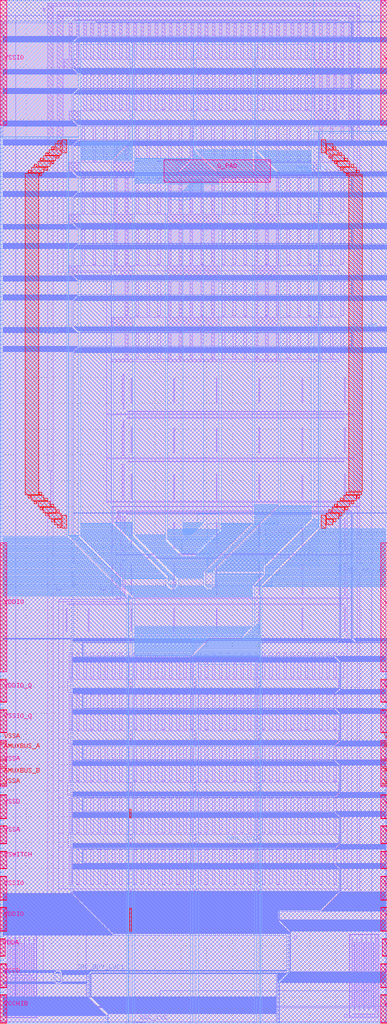
<source format=lef>
# Copyright 2020 The SkyWater PDK Authors
#
# Licensed under the Apache License, Version 2.0 (the "License");
# you may not use this file except in compliance with the License.
# You may obtain a copy of the License at
#
#     https://www.apache.org/licenses/LICENSE-2.0
#
# Unless required by applicable law or agreed to in writing, software
# distributed under the License is distributed on an "AS IS" BASIS,
# WITHOUT WARRANTIES OR CONDITIONS OF ANY KIND, either express or implied.
# See the License for the specific language governing permissions and
# limitations under the License.
#
# SPDX-License-Identifier: Apache-2.0

VERSION 5.5 ;
NAMESCASESENSITIVE ON ;
BUSBITCHARS "[]" ;
DIVIDERCHAR "/" ;
MACRO sky130_fd_io__top_ground_lvc_wpad
  CLASS PAD ;
  SOURCE USER ;
  ORIGIN  0.000000  0.000000 ;
  SIZE 75 BY 198 ;
  SYMMETRY R90 ;
  PIN AMUXBUS_A
    ANTENNAPARTIALMETALSIDEAREA  111.1680 ;
    DIRECTION INOUT ;
    USE SIGNAL ;
    PORT
      LAYER met4 ;
        RECT 0.000000 51.125000 1.270000 54.105000 ;
    END
    PORT
      LAYER met4 ;
        RECT 73.730000 51.125000 75.000000 54.105000 ;
    END
  END AMUXBUS_A
  PIN AMUXBUS_B
    ANTENNAPARTIALMETALSIDEAREA  111.1680 ;
    DIRECTION INOUT ;
    USE SIGNAL ;
    PORT
      LAYER met4 ;
        RECT 0.000000 46.365000 1.270000 49.345000 ;
    END
    PORT
      LAYER met4 ;
        RECT 73.730000 46.365000 75.000000 49.345000 ;
    END
  END AMUXBUS_B
  PIN G_PAD
    ANTENNAPARTIALMETALSIDEAREA  243.2170 ;
    DIRECTION INOUT ;
    USE SIGNAL ;
    PORT
      LAYER met5 ;
        RECT 31.695000 162.765000 52.340000 167.120000 ;
    END
  END G_PAD
  PIN BDY2_B2B
    DIRECTION INOUT ;
    USE GROUND ;
    PORT
      LAYER met2 ;
        RECT 17.630000 5.115000 53.535000 9.540000 ;
        RECT 17.635000 5.110000 53.535000 5.115000 ;
        RECT 17.705000 5.040000 53.535000 5.110000 ;
        RECT 17.775000 4.970000 53.535000 5.040000 ;
        RECT 17.845000 4.900000 53.535000 4.970000 ;
        RECT 17.915000 4.830000 53.535000 4.900000 ;
        RECT 17.985000 4.760000 53.535000 4.830000 ;
        RECT 18.055000 4.690000 53.535000 4.760000 ;
        RECT 18.125000 4.620000 53.535000 4.690000 ;
        RECT 18.195000 4.550000 53.535000 4.620000 ;
        RECT 18.265000 4.480000 53.535000 4.550000 ;
        RECT 18.335000 4.410000 53.535000 4.480000 ;
        RECT 18.405000 4.340000 53.535000 4.410000 ;
        RECT 18.475000 4.270000 53.535000 4.340000 ;
        RECT 18.545000 4.200000 53.535000 4.270000 ;
        RECT 18.615000 4.130000 53.535000 4.200000 ;
        RECT 18.685000 4.060000 53.535000 4.130000 ;
        RECT 18.755000 3.990000 53.535000 4.060000 ;
        RECT 18.825000 3.920000 53.535000 3.990000 ;
        RECT 18.895000 3.850000 53.535000 3.920000 ;
        RECT 18.965000 3.780000 53.535000 3.850000 ;
        RECT 19.035000 3.710000 53.535000 3.780000 ;
        RECT 19.105000 3.640000 53.535000 3.710000 ;
        RECT 19.175000 3.570000 53.535000 3.640000 ;
        RECT 19.245000 3.500000 53.535000 3.570000 ;
        RECT 19.315000 3.430000 53.535000 3.500000 ;
        RECT 19.385000 3.360000 53.535000 3.430000 ;
        RECT 19.455000 3.290000 53.535000 3.360000 ;
        RECT 19.525000 3.220000 53.535000 3.290000 ;
        RECT 19.595000 3.150000 53.535000 3.220000 ;
        RECT 19.665000 3.080000 53.535000 3.150000 ;
        RECT 19.735000 3.010000 53.535000 3.080000 ;
        RECT 19.805000 2.940000 53.535000 3.010000 ;
        RECT 19.875000 2.870000 53.535000 2.940000 ;
        RECT 19.945000 2.800000 53.535000 2.870000 ;
        RECT 20.015000 2.730000 53.535000 2.800000 ;
        RECT 20.085000 2.660000 53.535000 2.730000 ;
        RECT 20.155000 2.590000 53.535000 2.660000 ;
        RECT 20.225000 2.520000 53.535000 2.590000 ;
        RECT 20.295000 2.450000 53.535000 2.520000 ;
        RECT 20.365000 2.380000 53.535000 2.450000 ;
        RECT 20.435000 2.310000 53.535000 2.380000 ;
        RECT 20.505000 2.240000 53.535000 2.310000 ;
        RECT 20.575000 2.170000 53.535000 2.240000 ;
        RECT 20.645000 2.100000 53.535000 2.170000 ;
        RECT 20.715000 2.030000 53.535000 2.100000 ;
        RECT 20.785000 1.960000 53.535000 2.030000 ;
        RECT 20.855000 1.890000 53.535000 1.960000 ;
        RECT 20.925000 0.000000 53.535000 1.820000 ;
        RECT 20.925000 1.820000 53.535000 1.890000 ;
    END
  END BDY2_B2B
  PIN DRN_LVC1
    DIRECTION INOUT ;
    USE POWER ;
    PORT
      LAYER met3 ;
        RECT 15.605000  94.310000 23.935000  94.460000 ;
        RECT 15.605000  94.460000 23.785000  94.610000 ;
        RECT 15.605000  94.610000 23.635000  94.760000 ;
        RECT 15.605000  94.760000 23.485000  94.910000 ;
        RECT 15.605000  94.910000 23.335000  95.060000 ;
        RECT 15.605000  95.060000 23.185000  95.210000 ;
        RECT 15.605000  95.210000 23.035000  95.360000 ;
        RECT 15.605000  95.360000 22.885000  95.510000 ;
        RECT 15.605000  95.510000 22.735000  95.660000 ;
        RECT 15.605000  95.660000 22.585000  95.810000 ;
        RECT 15.605000  95.810000 22.435000  95.960000 ;
        RECT 15.605000  95.960000 22.285000  96.110000 ;
        RECT 15.605000  96.110000 22.135000  96.260000 ;
        RECT 15.605000  96.260000 21.985000  96.410000 ;
        RECT 15.605000  96.410000 21.835000  96.560000 ;
        RECT 15.605000  96.560000 21.685000  96.710000 ;
        RECT 15.605000  96.710000 21.605000  96.790000 ;
        RECT 15.605000  96.790000 21.605000 167.100000 ;
        RECT 15.605000 167.100000 21.605000 167.250000 ;
        RECT 15.605000 167.250000 21.755000 167.400000 ;
        RECT 15.605000 167.400000 21.905000 167.550000 ;
        RECT 15.605000 167.550000 22.055000 167.700000 ;
        RECT 15.605000 167.700000 22.205000 167.850000 ;
        RECT 15.605000 167.850000 22.355000 168.000000 ;
        RECT 15.605000 168.000000 22.505000 168.150000 ;
        RECT 15.605000 168.150000 22.655000 168.300000 ;
        RECT 15.605000 168.300000 22.805000 168.450000 ;
        RECT 15.605000 168.450000 22.955000 168.600000 ;
        RECT 15.605000 168.600000 23.105000 168.750000 ;
        RECT 15.605000 168.750000 23.255000 168.900000 ;
        RECT 15.605000 168.900000 23.405000 169.050000 ;
        RECT 15.605000 169.050000 23.555000 169.200000 ;
        RECT 15.605000 169.200000 23.705000 169.350000 ;
        RECT 15.605000 169.350000 23.855000 169.500000 ;
        RECT 15.605000 169.500000 24.005000 169.650000 ;
        RECT 15.605000 169.650000 24.155000 169.800000 ;
        RECT 15.605000 169.800000 24.305000 169.950000 ;
        RECT 15.605000 169.950000 24.455000 170.100000 ;
        RECT 15.605000 170.100000 24.605000 170.250000 ;
        RECT 15.605000 170.250000 24.755000 170.400000 ;
        RECT 15.605000 170.400000 24.905000 170.550000 ;
        RECT 15.605000 170.550000 25.055000 170.610000 ;
        RECT 15.605000 170.610000 25.115000 189.515000 ;
        RECT 15.715000  94.200000 24.085000  94.310000 ;
        RECT 15.865000  94.050000 24.195000  94.200000 ;
        RECT 16.015000  93.900000 24.345000  94.050000 ;
        RECT 16.165000  93.750000 24.495000  93.900000 ;
        RECT 16.315000  93.600000 24.645000  93.750000 ;
        RECT 16.465000  93.450000 24.795000  93.600000 ;
        RECT 16.615000  93.300000 24.945000  93.450000 ;
        RECT 16.765000  93.150000 25.095000  93.300000 ;
        RECT 16.915000  93.000000 25.245000  93.150000 ;
        RECT 17.065000  92.850000 25.395000  93.000000 ;
        RECT 17.215000  92.700000 25.545000  92.850000 ;
        RECT 17.365000  92.550000 25.695000  92.700000 ;
        RECT 17.515000  92.400000 25.845000  92.550000 ;
        RECT 17.665000  92.250000 25.995000  92.400000 ;
        RECT 17.815000  92.100000 26.145000  92.250000 ;
        RECT 17.965000  91.950000 26.295000  92.100000 ;
        RECT 18.115000  91.800000 26.445000  91.950000 ;
        RECT 18.265000  91.650000 26.595000  91.800000 ;
        RECT 18.415000  91.500000 26.745000  91.650000 ;
        RECT 18.565000  91.350000 26.895000  91.500000 ;
        RECT 18.715000  91.200000 27.045000  91.350000 ;
        RECT 18.865000  91.050000 27.195000  91.200000 ;
        RECT 19.015000  90.900000 27.345000  91.050000 ;
        RECT 19.165000  90.750000 27.495000  90.900000 ;
        RECT 19.315000  90.600000 27.645000  90.750000 ;
        RECT 19.465000  90.450000 27.795000  90.600000 ;
        RECT 19.615000  90.300000 27.945000  90.450000 ;
        RECT 19.765000  90.150000 28.095000  90.300000 ;
        RECT 19.915000  90.000000 28.245000  90.150000 ;
        RECT 20.065000  89.850000 28.395000  90.000000 ;
        RECT 20.215000  89.700000 28.545000  89.850000 ;
        RECT 20.365000  89.550000 28.695000  89.700000 ;
        RECT 20.515000  89.400000 28.845000  89.550000 ;
        RECT 20.665000  89.250000 28.995000  89.400000 ;
        RECT 20.815000  89.100000 29.145000  89.250000 ;
        RECT 20.965000  88.950000 29.295000  89.100000 ;
        RECT 21.115000  88.800000 29.445000  88.950000 ;
        RECT 21.265000  88.650000 29.595000  88.800000 ;
        RECT 21.415000  88.500000 29.745000  88.650000 ;
        RECT 21.565000  88.350000 29.895000  88.500000 ;
        RECT 21.715000  88.200000 30.045000  88.350000 ;
        RECT 21.865000  88.050000 30.195000  88.200000 ;
        RECT 22.015000  87.900000 30.345000  88.050000 ;
        RECT 22.165000  87.750000 30.495000  87.900000 ;
        RECT 22.315000  87.600000 30.645000  87.750000 ;
        RECT 22.465000  87.450000 30.795000  87.600000 ;
        RECT 22.615000  87.300000 30.945000  87.450000 ;
        RECT 22.765000  87.150000 31.095000  87.300000 ;
        RECT 22.915000  87.000000 31.245000  87.150000 ;
        RECT 23.065000  86.850000 31.395000  87.000000 ;
        RECT 23.215000  86.700000 31.545000  86.850000 ;
        RECT 23.365000  86.550000 31.695000  86.700000 ;
        RECT 23.515000  86.400000 31.845000  86.550000 ;
        RECT 23.665000  86.250000 31.995000  86.400000 ;
        RECT 23.670000  86.245000 32.145000  86.250000 ;
        RECT 23.760000  86.155000 32.145000  86.245000 ;
        RECT 23.850000  84.650000 32.165000  84.670000 ;
        RECT 23.850000  84.670000 32.145000  84.690000 ;
        RECT 23.850000  84.690000 32.145000  86.065000 ;
        RECT 23.850000  86.065000 32.145000  86.155000 ;
        RECT 23.920000  84.580000 32.185000  84.650000 ;
        RECT 24.070000  84.430000 32.255000  84.580000 ;
        RECT 24.220000  84.280000 32.405000  84.430000 ;
        RECT 24.370000  84.130000 32.555000  84.280000 ;
        RECT 24.520000  83.980000 32.705000  84.130000 ;
        RECT 24.650000  83.850000 48.870000  83.980000 ;
        RECT 24.800000  83.700000 48.870000  83.850000 ;
        RECT 24.950000  83.550000 48.870000  83.700000 ;
        RECT 25.100000  83.400000 48.870000  83.550000 ;
        RECT 25.250000  83.250000 48.870000  83.400000 ;
        RECT 25.400000  83.100000 48.870000  83.250000 ;
        RECT 25.550000  82.950000 48.870000  83.100000 ;
        RECT 25.700000  82.800000 48.870000  82.950000 ;
        RECT 25.850000  82.650000 48.870000  82.800000 ;
        RECT 26.000000   0.000000 36.880000  71.105000 ;
        RECT 26.000000  71.105000 36.880000  71.255000 ;
        RECT 26.000000  71.255000 37.030000  71.405000 ;
        RECT 26.000000  71.405000 37.180000  71.555000 ;
        RECT 26.000000  71.555000 37.330000  71.705000 ;
        RECT 26.000000  71.705000 37.480000  71.855000 ;
        RECT 26.000000  71.855000 37.630000  72.005000 ;
        RECT 26.000000  72.005000 37.780000  72.155000 ;
        RECT 26.000000  72.155000 37.930000  72.305000 ;
        RECT 26.000000  72.305000 38.080000  72.455000 ;
        RECT 26.000000  72.455000 38.230000  72.605000 ;
        RECT 26.000000  72.605000 38.380000  72.755000 ;
        RECT 26.000000  72.755000 38.530000  72.905000 ;
        RECT 26.000000  72.905000 38.680000  73.055000 ;
        RECT 26.000000  73.055000 38.830000  73.205000 ;
        RECT 26.000000  73.205000 38.980000  73.355000 ;
        RECT 26.000000  73.355000 39.130000  73.505000 ;
        RECT 26.000000  73.505000 39.280000  73.655000 ;
        RECT 26.000000  73.655000 39.430000  73.805000 ;
        RECT 26.000000  73.805000 39.580000  73.955000 ;
        RECT 26.000000  73.955000 39.730000  74.105000 ;
        RECT 26.000000  74.105000 39.880000  74.255000 ;
        RECT 26.000000  74.255000 40.030000  74.405000 ;
        RECT 26.000000  74.405000 40.180000  74.555000 ;
        RECT 26.000000  74.555000 40.330000  74.705000 ;
        RECT 26.000000  74.705000 40.480000  74.740000 ;
        RECT 26.000000  74.740000 46.795000  74.890000 ;
        RECT 26.000000  74.890000 46.945000  75.040000 ;
        RECT 26.000000  75.040000 47.095000  75.190000 ;
        RECT 26.000000  75.190000 47.245000  75.340000 ;
        RECT 26.000000  75.340000 47.395000  75.490000 ;
        RECT 26.000000  75.490000 47.545000  75.640000 ;
        RECT 26.000000  75.640000 47.695000  75.790000 ;
        RECT 26.000000  75.790000 47.845000  75.940000 ;
        RECT 26.000000  75.940000 47.995000  76.090000 ;
        RECT 26.000000  76.090000 48.145000  76.240000 ;
        RECT 26.000000  76.240000 48.295000  76.390000 ;
        RECT 26.000000  76.390000 48.445000  76.540000 ;
        RECT 26.000000  76.540000 48.595000  76.690000 ;
        RECT 26.000000  76.690000 48.745000  76.815000 ;
        RECT 26.000000  76.815000 48.870000  82.500000 ;
        RECT 26.000000  82.500000 48.870000  82.650000 ;
        RECT 26.035000  94.500000 32.035000 162.570000 ;
        RECT 26.035000 162.570000 32.035000 162.720000 ;
        RECT 26.035000 162.720000 32.185000 162.870000 ;
        RECT 26.035000 162.870000 32.335000 163.020000 ;
        RECT 26.035000 163.020000 32.485000 163.170000 ;
        RECT 26.035000 163.170000 32.635000 163.320000 ;
        RECT 26.035000 163.320000 32.785000 163.470000 ;
        RECT 26.035000 163.470000 32.935000 163.620000 ;
        RECT 26.035000 163.620000 33.085000 163.770000 ;
        RECT 26.035000 163.770000 33.235000 163.920000 ;
        RECT 26.035000 163.920000 33.385000 164.070000 ;
        RECT 26.035000 164.070000 33.535000 164.220000 ;
        RECT 26.035000 164.220000 33.685000 164.370000 ;
        RECT 26.035000 164.370000 33.835000 164.520000 ;
        RECT 26.035000 164.520000 33.985000 164.670000 ;
        RECT 26.035000 164.670000 34.135000 164.820000 ;
        RECT 26.035000 164.820000 34.285000 164.970000 ;
        RECT 26.035000 164.970000 34.435000 165.120000 ;
        RECT 26.035000 165.120000 34.585000 165.270000 ;
        RECT 26.035000 165.270000 34.735000 165.420000 ;
        RECT 26.035000 165.420000 34.885000 165.570000 ;
        RECT 26.035000 165.570000 35.035000 165.720000 ;
        RECT 26.035000 165.720000 35.185000 165.870000 ;
        RECT 26.035000 165.870000 35.335000 166.020000 ;
        RECT 26.035000 166.020000 35.485000 166.170000 ;
        RECT 26.035000 166.170000 35.635000 166.320000 ;
        RECT 26.035000 166.320000 35.785000 166.470000 ;
        RECT 26.035000 166.470000 35.935000 166.620000 ;
        RECT 26.035000 166.620000 36.085000 166.770000 ;
        RECT 26.035000 166.770000 36.235000 166.920000 ;
        RECT 26.035000 166.920000 36.385000 167.070000 ;
        RECT 26.035000 167.070000 36.535000 167.220000 ;
        RECT 26.035000 167.220000 36.685000 167.370000 ;
        RECT 26.035000 167.370000 36.835000 167.460000 ;
        RECT 26.035000 167.460000 36.925000 189.515000 ;
        RECT 26.095000  94.440000 32.035000  94.500000 ;
        RECT 26.245000  94.290000 32.035000  94.440000 ;
        RECT 26.395000  94.140000 32.035000  94.290000 ;
        RECT 26.545000  93.990000 32.035000  94.140000 ;
        RECT 26.695000  93.840000 32.035000  93.990000 ;
        RECT 26.845000  93.690000 32.035000  93.840000 ;
        RECT 26.995000  93.540000 32.035000  93.690000 ;
        RECT 27.145000  93.390000 32.035000  93.540000 ;
        RECT 27.160000  93.375000 32.035000  93.390000 ;
        RECT 27.310000  93.225000 32.050000  93.375000 ;
        RECT 27.460000  93.075000 32.200000  93.225000 ;
        RECT 27.610000  92.925000 32.350000  93.075000 ;
        RECT 27.760000  92.775000 32.500000  92.925000 ;
        RECT 27.910000  92.625000 32.650000  92.775000 ;
        RECT 28.060000  92.475000 32.800000  92.625000 ;
        RECT 28.210000  92.325000 32.950000  92.475000 ;
        RECT 28.360000  92.175000 33.100000  92.325000 ;
        RECT 28.510000  92.025000 33.250000  92.175000 ;
        RECT 28.660000  91.875000 33.400000  92.025000 ;
        RECT 28.810000  91.725000 33.550000  91.875000 ;
        RECT 28.960000  91.575000 33.700000  91.725000 ;
        RECT 29.110000  91.425000 33.850000  91.575000 ;
        RECT 29.260000  91.275000 34.000000  91.425000 ;
        RECT 29.410000  91.125000 34.150000  91.275000 ;
        RECT 29.560000  90.975000 34.300000  91.125000 ;
        RECT 29.710000  90.825000 34.450000  90.975000 ;
        RECT 29.860000  90.675000 34.600000  90.825000 ;
        RECT 30.010000  90.525000 34.750000  90.675000 ;
        RECT 30.160000  90.375000 34.900000  90.525000 ;
        RECT 30.175000  90.360000 42.385000  90.375000 ;
        RECT 30.325000  90.210000 42.235000  90.360000 ;
        RECT 30.475000  90.060000 42.085000  90.210000 ;
        RECT 30.625000  89.910000 41.935000  90.060000 ;
        RECT 30.775000  89.760000 41.785000  89.910000 ;
        RECT 30.925000  89.610000 41.635000  89.760000 ;
        RECT 31.075000  89.460000 41.485000  89.610000 ;
        RECT 31.225000  89.310000 41.335000  89.460000 ;
        RECT 31.375000  89.160000 41.185000  89.310000 ;
        RECT 31.525000  89.010000 41.035000  89.160000 ;
        RECT 31.675000  88.860000 40.885000  89.010000 ;
        RECT 31.825000  88.710000 40.735000  88.860000 ;
        RECT 31.975000  88.560000 40.585000  88.710000 ;
        RECT 32.125000  88.410000 40.435000  88.560000 ;
        RECT 32.275000  88.260000 40.285000  88.410000 ;
        RECT 32.425000  88.110000 40.135000  88.260000 ;
        RECT 32.575000  87.960000 39.985000  88.110000 ;
        RECT 32.725000  87.810000 39.835000  87.960000 ;
        RECT 32.875000  87.660000 39.685000  87.810000 ;
        RECT 33.025000  87.510000 39.535000  87.660000 ;
        RECT 33.175000  87.360000 39.385000  87.510000 ;
        RECT 33.305000  87.230000 39.385000  87.360000 ;
        RECT 33.455000  87.080000 39.385000  87.230000 ;
        RECT 33.605000  86.930000 39.385000  87.080000 ;
        RECT 33.755000  86.780000 39.385000  86.930000 ;
        RECT 33.905000  86.630000 39.385000  86.780000 ;
        RECT 33.945000  83.980000 39.945000  84.130000 ;
        RECT 34.055000  86.480000 39.385000  86.630000 ;
        RECT 34.095000  84.130000 39.795000  84.280000 ;
        RECT 34.205000  86.330000 39.385000  86.480000 ;
        RECT 34.245000  84.280000 39.645000  84.430000 ;
        RECT 34.355000  86.180000 39.385000  86.330000 ;
        RECT 34.395000  84.430000 39.495000  84.580000 ;
        RECT 34.505000  84.580000 39.385000  84.690000 ;
        RECT 34.505000  84.690000 39.385000  86.030000 ;
        RECT 34.505000  86.030000 39.385000  86.180000 ;
        RECT 37.945000  90.375000 42.400000  90.525000 ;
        RECT 37.945000 169.025000 48.835000 189.515000 ;
        RECT 38.035000 168.935000 48.835000 169.025000 ;
        RECT 38.095000  90.525000 42.550000  90.675000 ;
        RECT 38.185000 168.785000 48.835000 168.935000 ;
        RECT 38.245000  90.675000 42.700000  90.825000 ;
        RECT 38.335000 168.635000 48.835000 168.785000 ;
        RECT 38.395000  90.825000 42.850000  90.975000 ;
        RECT 38.485000 168.485000 48.835000 168.635000 ;
        RECT 38.545000  90.975000 43.000000  91.125000 ;
        RECT 38.635000 168.335000 48.835000 168.485000 ;
        RECT 38.695000  91.125000 43.150000  91.275000 ;
        RECT 38.785000 168.185000 48.835000 168.335000 ;
        RECT 38.845000  91.275000 43.300000  91.425000 ;
        RECT 38.935000 168.035000 48.835000 168.185000 ;
        RECT 38.995000  91.425000 43.450000  91.575000 ;
        RECT 39.085000 167.885000 48.835000 168.035000 ;
        RECT 39.145000  91.575000 43.600000  91.725000 ;
        RECT 39.235000 167.735000 48.835000 167.885000 ;
        RECT 39.295000  91.725000 43.750000  91.875000 ;
        RECT 39.385000 167.585000 48.835000 167.735000 ;
        RECT 39.445000  91.875000 43.900000  92.025000 ;
        RECT 39.535000 167.435000 48.835000 167.585000 ;
        RECT 39.595000  92.025000 44.050000  92.175000 ;
        RECT 39.685000 167.285000 48.835000 167.435000 ;
        RECT 39.745000  92.175000 44.200000  92.325000 ;
        RECT 39.835000 167.135000 48.835000 167.285000 ;
        RECT 39.895000  92.325000 44.350000  92.475000 ;
        RECT 39.985000 166.985000 48.835000 167.135000 ;
        RECT 40.045000  92.475000 44.500000  92.625000 ;
        RECT 40.135000 166.835000 48.835000 166.985000 ;
        RECT 40.195000  92.625000 44.650000  92.775000 ;
        RECT 40.285000 166.685000 48.835000 166.835000 ;
        RECT 40.345000  92.775000 44.800000  92.925000 ;
        RECT 40.435000 166.535000 48.835000 166.685000 ;
        RECT 40.495000  92.925000 44.950000  93.075000 ;
        RECT 40.585000 166.385000 48.835000 166.535000 ;
        RECT 40.645000  93.075000 45.100000  93.225000 ;
        RECT 40.735000 166.235000 48.835000 166.385000 ;
        RECT 40.795000  93.225000 45.250000  93.375000 ;
        RECT 40.885000 166.085000 48.835000 166.235000 ;
        RECT 40.945000  93.375000 45.400000  93.525000 ;
        RECT 41.035000 165.935000 48.835000 166.085000 ;
        RECT 41.050000  83.980000 48.870000  84.130000 ;
        RECT 41.095000  93.525000 45.550000  93.675000 ;
        RECT 41.185000 165.785000 48.835000 165.935000 ;
        RECT 41.200000  84.130000 48.870000  84.280000 ;
        RECT 41.245000  93.675000 45.700000  93.825000 ;
        RECT 41.335000 165.635000 48.835000 165.785000 ;
        RECT 41.350000  84.280000 48.870000  84.430000 ;
        RECT 41.395000  93.825000 45.850000  93.975000 ;
        RECT 41.485000 165.485000 48.835000 165.635000 ;
        RECT 41.500000  84.430000 48.870000  84.580000 ;
        RECT 41.545000  93.975000 46.000000  94.125000 ;
        RECT 41.610000  84.580000 48.870000  84.690000 ;
        RECT 41.610000  84.690000 48.870000  84.810000 ;
        RECT 41.610000  84.810000 48.870000  84.960000 ;
        RECT 41.610000  84.960000 49.020000  85.110000 ;
        RECT 41.610000  85.110000 49.170000  85.260000 ;
        RECT 41.610000  85.260000 49.320000  85.410000 ;
        RECT 41.610000  85.410000 49.470000  85.560000 ;
        RECT 41.610000  85.560000 49.620000  85.710000 ;
        RECT 41.610000  85.710000 49.770000  85.860000 ;
        RECT 41.610000  85.860000 49.920000  86.010000 ;
        RECT 41.610000  86.010000 50.070000  86.160000 ;
        RECT 41.610000  86.160000 50.220000  86.310000 ;
        RECT 41.610000  86.310000 50.370000  86.460000 ;
        RECT 41.610000  86.460000 50.520000  86.610000 ;
        RECT 41.610000  86.610000 50.670000  86.760000 ;
        RECT 41.610000  86.760000 50.820000  86.910000 ;
        RECT 41.610000  86.910000 50.970000  86.960000 ;
        RECT 41.610000  86.960000 51.020000  87.445000 ;
        RECT 41.635000 165.335000 48.835000 165.485000 ;
        RECT 41.695000  94.125000 46.150000  94.275000 ;
        RECT 41.760000  87.445000 51.020000  87.595000 ;
        RECT 41.785000 165.185000 48.835000 165.335000 ;
        RECT 41.845000  94.275000 46.300000  94.425000 ;
        RECT 41.910000  87.595000 51.020000  87.745000 ;
        RECT 41.935000 165.035000 48.835000 165.185000 ;
        RECT 41.995000  94.425000 46.450000  94.575000 ;
        RECT 42.060000  87.745000 51.020000  87.895000 ;
        RECT 42.085000 164.885000 48.835000 165.035000 ;
        RECT 42.145000  94.575000 46.600000  94.725000 ;
        RECT 42.210000  87.895000 51.020000  88.045000 ;
        RECT 42.235000 164.735000 48.835000 164.885000 ;
        RECT 42.295000  94.725000 46.750000  94.875000 ;
        RECT 42.360000  88.045000 51.020000  88.195000 ;
        RECT 42.385000 164.585000 48.835000 164.735000 ;
        RECT 42.445000  94.875000 46.900000  95.025000 ;
        RECT 42.510000  88.195000 51.020000  88.345000 ;
        RECT 42.535000 164.435000 48.835000 164.585000 ;
        RECT 42.540000  88.345000 51.020000  88.375000 ;
        RECT 42.595000  95.025000 47.050000  95.175000 ;
        RECT 42.685000 164.285000 48.835000 164.435000 ;
        RECT 42.690000  88.375000 51.020000  88.525000 ;
        RECT 42.745000  95.175000 47.200000  95.325000 ;
        RECT 42.835000  95.325000 47.350000  95.415000 ;
        RECT 42.835000  95.415000 47.440000  95.565000 ;
        RECT 42.835000  95.565000 47.590000  95.715000 ;
        RECT 42.835000  95.715000 47.740000  95.865000 ;
        RECT 42.835000  95.865000 47.890000  96.015000 ;
        RECT 42.835000  96.015000 48.040000  96.165000 ;
        RECT 42.835000  96.165000 48.190000  96.315000 ;
        RECT 42.835000  96.315000 48.340000  96.465000 ;
        RECT 42.835000  96.465000 48.490000  96.615000 ;
        RECT 42.835000  96.615000 48.640000  96.765000 ;
        RECT 42.835000  96.765000 48.790000  96.810000 ;
        RECT 42.835000  96.810000 48.835000 164.135000 ;
        RECT 42.835000 164.135000 48.835000 164.285000 ;
        RECT 42.840000  88.525000 51.170000  88.675000 ;
        RECT 42.990000  88.675000 51.320000  88.825000 ;
        RECT 43.140000  88.825000 51.470000  88.975000 ;
        RECT 43.290000  88.975000 51.620000  89.125000 ;
        RECT 43.440000  89.125000 51.770000  89.275000 ;
        RECT 43.590000  89.275000 51.920000  89.425000 ;
        RECT 43.740000  89.425000 52.070000  89.575000 ;
        RECT 43.890000  89.575000 52.220000  89.725000 ;
        RECT 44.040000  89.725000 52.370000  89.875000 ;
        RECT 44.190000  89.875000 52.520000  90.025000 ;
        RECT 44.340000  90.025000 52.670000  90.175000 ;
        RECT 44.490000  90.175000 52.820000  90.325000 ;
        RECT 44.640000  90.325000 52.970000  90.475000 ;
        RECT 44.790000  90.475000 53.120000  90.625000 ;
        RECT 44.940000  90.625000 53.270000  90.775000 ;
        RECT 45.090000  90.775000 53.420000  90.925000 ;
        RECT 45.240000  90.925000 53.570000  91.075000 ;
        RECT 45.390000  91.075000 53.720000  91.225000 ;
        RECT 45.540000  91.225000 53.870000  91.375000 ;
        RECT 45.690000  91.375000 54.020000  91.525000 ;
        RECT 45.840000  91.525000 54.170000  91.675000 ;
        RECT 45.990000  91.675000 54.320000  91.825000 ;
        RECT 46.140000  91.825000 54.470000  91.975000 ;
        RECT 46.290000  91.975000 54.620000  92.125000 ;
        RECT 46.440000  92.125000 54.770000  92.275000 ;
        RECT 46.590000  92.275000 54.920000  92.425000 ;
        RECT 46.740000  92.425000 55.070000  92.575000 ;
        RECT 46.890000  92.575000 55.220000  92.725000 ;
        RECT 47.040000  92.725000 55.370000  92.875000 ;
        RECT 47.190000  92.875000 55.520000  93.025000 ;
        RECT 47.340000  93.025000 55.670000  93.175000 ;
        RECT 47.490000  93.175000 55.820000  93.325000 ;
        RECT 47.640000  93.325000 55.970000  93.475000 ;
        RECT 47.790000  93.475000 56.120000  93.625000 ;
        RECT 47.940000  93.625000 56.270000  93.775000 ;
        RECT 48.090000  93.775000 56.420000  93.925000 ;
        RECT 48.240000  93.925000 56.570000  94.075000 ;
        RECT 48.390000  94.075000 56.720000  94.225000 ;
        RECT 48.540000  94.225000 56.870000  94.375000 ;
        RECT 48.690000  94.375000 57.020000  94.525000 ;
        RECT 48.840000  94.525000 57.170000  94.675000 ;
        RECT 48.990000  94.675000 57.320000  94.825000 ;
        RECT 49.140000  94.825000 57.470000  94.975000 ;
        RECT 49.290000  94.975000 57.620000  95.125000 ;
        RECT 49.440000  95.125000 57.770000  95.275000 ;
        RECT 49.590000  95.275000 57.920000  95.425000 ;
        RECT 49.740000  95.425000 58.070000  95.575000 ;
        RECT 49.870000 168.920000 60.330000 189.515000 ;
        RECT 49.890000  95.575000 58.220000  95.725000 ;
        RECT 49.980000 168.810000 60.330000 168.920000 ;
        RECT 50.040000  95.725000 58.370000  95.875000 ;
        RECT 50.130000 168.660000 60.330000 168.810000 ;
        RECT 50.190000  95.875000 58.520000  96.025000 ;
        RECT 50.280000 168.510000 60.330000 168.660000 ;
        RECT 50.340000  96.025000 58.670000  96.175000 ;
        RECT 50.430000 168.360000 60.330000 168.510000 ;
        RECT 50.490000  96.175000 58.820000  96.325000 ;
        RECT 50.580000 168.210000 60.330000 168.360000 ;
        RECT 50.640000  96.325000 58.970000  96.475000 ;
        RECT 50.730000 168.060000 60.330000 168.210000 ;
        RECT 50.790000  96.475000 59.120000  96.625000 ;
        RECT 50.880000 167.910000 60.330000 168.060000 ;
        RECT 50.940000  96.625000 59.270000  96.775000 ;
        RECT 51.030000 167.760000 60.330000 167.910000 ;
        RECT 51.090000  96.775000 59.420000  96.925000 ;
        RECT 51.180000 167.610000 60.330000 167.760000 ;
        RECT 51.240000  96.925000 59.570000  97.075000 ;
        RECT 51.330000 167.460000 60.330000 167.610000 ;
        RECT 51.390000  97.075000 59.720000  97.225000 ;
        RECT 51.480000 167.310000 60.330000 167.460000 ;
        RECT 51.540000  97.225000 59.870000  97.375000 ;
        RECT 51.630000 167.160000 60.330000 167.310000 ;
        RECT 51.690000  97.375000 60.020000  97.525000 ;
        RECT 51.780000 167.010000 60.330000 167.160000 ;
        RECT 51.840000  97.525000 60.170000  97.675000 ;
        RECT 51.850000  97.675000 60.320000  97.685000 ;
        RECT 51.930000 166.860000 60.330000 167.010000 ;
        RECT 52.000000  97.685000 60.330000  97.835000 ;
        RECT 52.080000 166.710000 60.330000 166.860000 ;
        RECT 52.150000  97.835000 60.330000  97.985000 ;
        RECT 52.230000 166.560000 60.330000 166.710000 ;
        RECT 52.300000  97.985000 60.330000  98.135000 ;
        RECT 52.380000 166.410000 60.330000 166.560000 ;
        RECT 52.450000  98.135000 60.330000  98.285000 ;
        RECT 52.530000 166.260000 60.330000 166.410000 ;
        RECT 52.600000  98.285000 60.330000  98.435000 ;
        RECT 52.680000 166.110000 60.330000 166.260000 ;
        RECT 52.750000  98.435000 60.330000  98.585000 ;
        RECT 52.830000 165.960000 60.330000 166.110000 ;
        RECT 52.900000  98.585000 60.330000  98.735000 ;
        RECT 52.980000 165.810000 60.330000 165.960000 ;
        RECT 53.050000  98.735000 60.330000  98.885000 ;
        RECT 53.130000 165.660000 60.330000 165.810000 ;
        RECT 53.200000  98.885000 60.330000  99.035000 ;
        RECT 53.280000 165.510000 60.330000 165.660000 ;
        RECT 53.350000  99.035000 60.330000  99.185000 ;
        RECT 53.430000 165.360000 60.330000 165.510000 ;
        RECT 53.500000  99.185000 60.330000  99.335000 ;
        RECT 53.580000 165.210000 60.330000 165.360000 ;
        RECT 53.650000  99.335000 60.330000  99.485000 ;
        RECT 53.730000 165.060000 60.330000 165.210000 ;
        RECT 53.800000  99.485000 60.330000  99.635000 ;
        RECT 53.880000 164.910000 60.330000 165.060000 ;
        RECT 53.950000  99.635000 60.330000  99.785000 ;
        RECT 54.030000 164.760000 60.330000 164.910000 ;
        RECT 54.100000  99.785000 60.330000  99.935000 ;
        RECT 54.180000 164.610000 60.330000 164.760000 ;
        RECT 54.250000  99.935000 60.330000 100.085000 ;
        RECT 54.330000 100.085000 60.330000 100.165000 ;
        RECT 54.330000 100.165000 60.330000 164.460000 ;
        RECT 54.330000 164.460000 60.330000 164.610000 ;
    END
  END DRN_LVC1
  PIN DRN_LVC2
    DIRECTION INOUT ;
    USE POWER ;
    PORT
      LAYER met3 ;
        RECT 38.380000 0.000000 49.255000 69.490000 ;
    END
  END DRN_LVC2
  PIN G_CORE
    DIRECTION INOUT ;
    USE GROUND ;
    PORT
      LAYER met3 ;
        RECT 0.500000  0.000000 24.500000  82.660000 ;
        RECT 0.500000 82.660000 24.350000  82.810000 ;
        RECT 0.500000 82.810000 24.200000  82.960000 ;
        RECT 0.500000 82.960000 24.050000  83.110000 ;
        RECT 0.500000 83.110000 23.900000  83.260000 ;
        RECT 0.500000 83.260000 23.750000  83.410000 ;
        RECT 0.500000 83.410000 23.600000  83.560000 ;
        RECT 0.500000 83.560000 23.450000  83.710000 ;
        RECT 0.500000 83.710000 23.300000  83.860000 ;
        RECT 0.500000 83.860000 23.150000  84.010000 ;
        RECT 0.500000 84.010000 23.000000  84.160000 ;
        RECT 0.500000 84.160000 22.850000  84.310000 ;
        RECT 0.500000 84.310000 22.700000  84.460000 ;
        RECT 0.500000 84.460000 22.550000  84.610000 ;
        RECT 0.500000 84.610000 22.400000  84.760000 ;
        RECT 0.500000 84.760000 22.250000  84.910000 ;
        RECT 0.500000 84.910000 22.100000  85.060000 ;
        RECT 0.500000 85.060000 21.950000  85.210000 ;
        RECT 0.500000 85.210000 21.800000  85.360000 ;
        RECT 0.500000 85.360000 21.650000  85.510000 ;
        RECT 0.500000 85.510000 21.500000  85.660000 ;
        RECT 0.500000 85.660000 21.350000  85.810000 ;
        RECT 0.500000 85.810000 21.200000  85.960000 ;
        RECT 0.500000 85.960000 21.050000  86.110000 ;
        RECT 0.500000 86.110000 20.900000  86.260000 ;
        RECT 0.500000 86.260000 20.750000  86.410000 ;
        RECT 0.500000 86.410000 20.600000  86.560000 ;
        RECT 0.500000 86.560000 20.450000  86.710000 ;
        RECT 0.500000 86.710000 20.300000  86.860000 ;
        RECT 0.500000 86.860000 20.150000  87.010000 ;
        RECT 0.500000 87.010000 20.000000  87.160000 ;
        RECT 0.500000 87.160000 19.850000  87.310000 ;
        RECT 0.500000 87.310000 19.700000  87.460000 ;
        RECT 0.500000 87.460000 19.550000  87.610000 ;
        RECT 0.500000 87.610000 19.400000  87.760000 ;
        RECT 0.500000 87.760000 19.250000  87.910000 ;
        RECT 0.500000 87.910000 19.100000  88.060000 ;
        RECT 0.500000 88.060000 18.950000  88.210000 ;
        RECT 0.500000 88.210000 18.800000  88.360000 ;
        RECT 0.500000 88.360000 18.650000  88.510000 ;
        RECT 0.500000 88.510000 18.500000  88.660000 ;
        RECT 0.500000 88.660000 18.350000  88.810000 ;
        RECT 0.500000 88.810000 18.200000  88.960000 ;
        RECT 0.500000 88.960000 18.050000  89.110000 ;
        RECT 0.500000 89.110000 17.900000  89.260000 ;
        RECT 0.500000 89.260000 17.750000  89.410000 ;
        RECT 0.500000 89.410000 17.600000  89.560000 ;
        RECT 0.500000 89.560000 17.450000  89.710000 ;
        RECT 0.500000 89.710000 17.300000  89.860000 ;
        RECT 0.500000 89.860000 17.150000  90.010000 ;
        RECT 0.500000 90.010000 17.000000  90.160000 ;
        RECT 0.500000 90.160000 16.850000  90.310000 ;
        RECT 0.500000 90.310000 16.700000  90.460000 ;
        RECT 0.500000 90.460000 16.550000  90.610000 ;
        RECT 0.500000 90.610000 16.400000  90.760000 ;
        RECT 0.500000 90.760000 16.250000  90.910000 ;
        RECT 0.500000 90.910000 16.100000  91.060000 ;
        RECT 0.500000 91.060000 15.950000  91.210000 ;
        RECT 0.500000 91.210000 15.800000  91.360000 ;
        RECT 0.500000 91.360000 15.650000  91.510000 ;
        RECT 0.500000 91.510000 15.500000  91.660000 ;
        RECT 0.500000 91.660000 15.350000  91.810000 ;
        RECT 0.500000 91.810000 15.200000  91.960000 ;
        RECT 0.500000 91.960000 15.050000  92.110000 ;
        RECT 0.500000 92.110000 14.900000  92.260000 ;
        RECT 0.500000 92.260000 14.750000  92.410000 ;
        RECT 0.500000 92.410000 14.600000  92.560000 ;
        RECT 0.500000 92.560000 14.450000  92.710000 ;
        RECT 0.500000 92.710000 14.300000  92.860000 ;
        RECT 0.500000 92.860000 14.150000  93.010000 ;
        RECT 0.500000 93.010000 14.000000  93.160000 ;
        RECT 0.500000 93.160000 13.850000  93.310000 ;
        RECT 0.500000 93.310000 13.700000  93.460000 ;
        RECT 0.500000 93.460000 13.550000  93.610000 ;
        RECT 0.500000 93.610000 13.400000  93.760000 ;
        RECT 0.500000 93.760000 13.250000  93.910000 ;
        RECT 0.500000 93.910000 13.100000  94.060000 ;
        RECT 0.500000 94.060000 12.950000  94.210000 ;
        RECT 0.500000 94.210000 12.900000  94.260000 ;
        RECT 0.500000 94.260000 12.900000 171.195000 ;
    END
    PORT
      LAYER met3 ;
        RECT 50.755000  0.000000 74.700000  84.465000 ;
        RECT 50.905000 84.465000 74.700000  84.615000 ;
        RECT 51.055000 84.615000 74.700000  84.765000 ;
        RECT 51.205000 84.765000 74.700000  84.915000 ;
        RECT 51.355000 84.915000 74.700000  85.065000 ;
        RECT 51.505000 85.065000 74.700000  85.215000 ;
        RECT 51.655000 85.215000 74.700000  85.365000 ;
        RECT 51.805000 85.365000 74.700000  85.515000 ;
        RECT 51.955000 85.515000 74.700000  85.665000 ;
        RECT 52.105000 85.665000 74.700000  85.815000 ;
        RECT 52.255000 85.815000 74.700000  85.965000 ;
        RECT 52.405000 85.965000 74.700000  86.115000 ;
        RECT 52.555000 86.115000 74.700000  86.265000 ;
        RECT 52.705000 86.265000 74.700000  86.415000 ;
        RECT 52.855000 86.415000 74.700000  86.565000 ;
        RECT 53.005000 86.565000 74.700000  86.715000 ;
        RECT 53.155000 86.715000 74.700000  86.865000 ;
        RECT 53.305000 86.865000 74.700000  87.015000 ;
        RECT 53.455000 87.015000 74.700000  87.165000 ;
        RECT 53.605000 87.165000 74.700000  87.315000 ;
        RECT 53.755000 87.315000 74.700000  87.465000 ;
        RECT 53.905000 87.465000 74.700000  87.615000 ;
        RECT 54.055000 87.615000 74.700000  87.765000 ;
        RECT 54.205000 87.765000 74.700000  87.915000 ;
        RECT 54.355000 87.915000 74.700000  88.065000 ;
        RECT 54.505000 88.065000 74.700000  88.215000 ;
        RECT 54.655000 88.215000 74.700000  88.365000 ;
        RECT 54.805000 88.365000 74.700000  88.515000 ;
        RECT 54.955000 88.515000 74.700000  88.665000 ;
        RECT 55.105000 88.665000 74.700000  88.815000 ;
        RECT 55.255000 88.815000 74.700000  88.965000 ;
        RECT 55.405000 88.965000 74.700000  89.115000 ;
        RECT 55.555000 89.115000 74.700000  89.265000 ;
        RECT 55.705000 89.265000 74.700000  89.415000 ;
        RECT 55.855000 89.415000 74.700000  89.565000 ;
        RECT 56.005000 89.565000 74.700000  89.715000 ;
        RECT 56.155000 89.715000 74.700000  89.865000 ;
        RECT 56.305000 89.865000 74.700000  90.015000 ;
        RECT 56.455000 90.015000 74.700000  90.165000 ;
        RECT 56.605000 90.165000 74.700000  90.315000 ;
        RECT 56.755000 90.315000 74.700000  90.465000 ;
        RECT 56.905000 90.465000 74.700000  90.615000 ;
        RECT 57.055000 90.615000 74.700000  90.765000 ;
        RECT 57.205000 90.765000 74.700000  90.915000 ;
        RECT 57.355000 90.915000 74.700000  91.065000 ;
        RECT 57.505000 91.065000 74.700000  91.215000 ;
        RECT 57.655000 91.215000 74.700000  91.365000 ;
        RECT 57.805000 91.365000 74.700000  91.515000 ;
        RECT 57.955000 91.515000 74.700000  91.665000 ;
        RECT 58.105000 91.665000 74.700000  91.815000 ;
        RECT 58.255000 91.815000 74.700000  91.965000 ;
        RECT 58.405000 91.965000 74.700000  92.115000 ;
        RECT 58.555000 92.115000 74.700000  92.265000 ;
        RECT 58.705000 92.265000 74.700000  92.415000 ;
        RECT 58.855000 92.415000 74.700000  92.565000 ;
        RECT 59.005000 92.565000 74.700000  92.715000 ;
        RECT 59.155000 92.715000 74.700000  92.865000 ;
        RECT 59.305000 92.865000 74.700000  93.015000 ;
        RECT 59.455000 93.015000 74.700000  93.165000 ;
        RECT 59.605000 93.165000 74.700000  93.315000 ;
        RECT 59.755000 93.315000 74.700000  93.465000 ;
        RECT 59.905000 93.465000 74.700000  93.615000 ;
        RECT 60.055000 93.615000 74.700000  93.765000 ;
        RECT 60.205000 93.765000 74.700000  93.915000 ;
        RECT 60.355000 93.915000 74.700000  94.065000 ;
        RECT 60.505000 94.065000 74.700000  94.215000 ;
        RECT 60.655000 94.215000 74.700000  94.365000 ;
        RECT 60.805000 94.365000 74.700000  94.515000 ;
        RECT 60.955000 94.515000 74.700000  94.665000 ;
        RECT 61.105000 94.665000 74.700000  94.815000 ;
        RECT 61.255000 94.815000 74.700000  94.965000 ;
        RECT 61.405000 94.965000 74.700000  95.115000 ;
        RECT 61.555000 95.115000 74.700000  95.265000 ;
        RECT 61.705000 95.265000 74.700000  95.415000 ;
        RECT 61.855000 95.415000 74.700000  95.565000 ;
        RECT 62.005000 95.565000 74.700000  95.715000 ;
        RECT 62.045000 95.715000 74.700000  95.755000 ;
        RECT 62.045000 95.755000 74.700000 172.235000 ;
    END
  END G_CORE
  PIN OGC_LVC
    DIRECTION INOUT ;
    USE POWER ;
    PORT
      LAYER met1 ;
        RECT 26.210000 0.000000 27.700000 0.170000 ;
    END
  END OGC_LVC
  PIN SRC_BDY_LVC1
    DIRECTION INOUT ;
    USE GROUND ;
    PORT
      LAYER met2 ;
        RECT  0.500000   0.000000 20.495000   1.485000 ;
        RECT  0.500000   1.485000 20.425000   1.555000 ;
        RECT  0.500000   1.555000 20.355000   1.625000 ;
        RECT  0.500000   1.625000 20.285000   1.695000 ;
        RECT  0.500000   1.695000 20.215000   1.765000 ;
        RECT  0.500000   1.765000 20.145000   1.835000 ;
        RECT  0.500000   1.835000 20.075000   1.905000 ;
        RECT  0.500000   1.905000 20.005000   1.975000 ;
        RECT  0.500000   1.975000 19.935000   2.045000 ;
        RECT  0.500000   2.045000 19.865000   2.115000 ;
        RECT  0.500000   2.115000 19.795000   2.185000 ;
        RECT  0.500000   2.185000 19.725000   2.255000 ;
        RECT  0.500000   2.255000 19.655000   2.325000 ;
        RECT  0.500000   2.325000 19.585000   2.395000 ;
        RECT  0.500000   2.395000 19.515000   2.465000 ;
        RECT  0.500000   2.465000 19.445000   2.535000 ;
        RECT  0.500000   2.535000 19.375000   2.605000 ;
        RECT  0.500000   2.605000 19.305000   2.675000 ;
        RECT  0.500000   2.675000 19.235000   2.745000 ;
        RECT  0.500000   2.745000 19.165000   2.815000 ;
        RECT  0.500000   2.815000 19.095000   2.885000 ;
        RECT  0.500000   2.885000 19.025000   2.955000 ;
        RECT  0.500000   2.955000 18.955000   3.025000 ;
        RECT  0.500000   3.025000 18.885000   3.095000 ;
        RECT  0.500000   3.095000 18.815000   3.165000 ;
        RECT  0.500000   3.165000 18.745000   3.235000 ;
        RECT  0.500000   3.235000 18.675000   3.305000 ;
        RECT  0.500000   3.305000 18.605000   3.375000 ;
        RECT  0.500000   3.375000 18.535000   3.445000 ;
        RECT  0.500000   3.445000 18.465000   3.515000 ;
        RECT  0.500000   3.515000 18.395000   3.585000 ;
        RECT  0.500000   3.585000 18.325000   3.655000 ;
        RECT  0.500000   3.655000 18.255000   3.725000 ;
        RECT  0.500000   3.725000 18.185000   3.795000 ;
        RECT  0.500000   3.795000 18.115000   3.865000 ;
        RECT  0.500000   3.865000 18.045000   3.935000 ;
        RECT  0.500000   3.935000 17.975000   4.005000 ;
        RECT  0.500000   4.005000 17.905000   4.075000 ;
        RECT  0.500000   4.075000 17.835000   4.145000 ;
        RECT  0.500000   4.145000 17.765000   4.215000 ;
        RECT  0.500000   4.215000 17.695000   4.285000 ;
        RECT  0.500000   4.285000 17.625000   4.355000 ;
        RECT  0.500000   4.355000 17.555000   4.425000 ;
        RECT  0.500000   4.425000 17.485000   4.495000 ;
        RECT  0.500000   4.495000 17.415000   4.565000 ;
        RECT  0.500000   4.565000 17.345000   4.635000 ;
        RECT  0.500000   4.635000 17.275000   4.705000 ;
        RECT  0.500000   4.705000 17.205000   4.775000 ;
        RECT  0.500000   4.775000 17.135000   4.845000 ;
        RECT  0.500000   4.845000 17.065000   4.915000 ;
        RECT  0.500000   4.915000 16.995000   4.985000 ;
        RECT  0.500000   4.985000 16.925000   5.055000 ;
        RECT  0.500000   5.055000 16.860000   5.120000 ;
        RECT  0.500000   5.120000 16.860000   7.655000 ;
        RECT  0.500000   7.655000 10.745000   7.725000 ;
        RECT  0.500000   7.725000 10.675000   7.795000 ;
        RECT  0.500000   7.795000 10.605000   7.865000 ;
        RECT  0.500000   7.865000 10.535000   7.935000 ;
        RECT  0.500000   7.935000 10.465000   8.005000 ;
        RECT  0.500000   8.005000 10.420000   8.050000 ;
        RECT  0.500000   8.050000 10.420000   9.820000 ;
        RECT  0.500000   9.820000 10.420000   9.890000 ;
        RECT  0.500000   9.890000 10.490000   9.960000 ;
        RECT  0.500000   9.960000 10.560000  10.030000 ;
        RECT  0.500000  10.030000 10.630000  10.100000 ;
        RECT  0.500000  10.100000 10.700000  10.170000 ;
        RECT  0.500000  10.170000 10.770000  10.215000 ;
        RECT  0.500000  10.215000 55.595000  17.080000 ;
        RECT  0.500000  17.080000 21.785000  17.150000 ;
        RECT  0.500000  17.150000 21.715000  17.220000 ;
        RECT  0.500000  17.220000 21.645000  17.290000 ;
        RECT  0.500000  17.290000 21.575000  17.360000 ;
        RECT  0.500000  17.360000 21.505000  17.430000 ;
        RECT  0.500000  17.430000 21.435000  17.500000 ;
        RECT  0.500000  17.500000 21.365000  17.570000 ;
        RECT  0.500000  17.570000 21.295000  17.640000 ;
        RECT  0.500000  17.640000 21.225000  17.710000 ;
        RECT  0.500000  17.710000 21.155000  17.780000 ;
        RECT  0.500000  17.780000 21.085000  17.850000 ;
        RECT  0.500000  17.850000 21.015000  17.920000 ;
        RECT  0.500000  17.920000 20.945000  17.990000 ;
        RECT  0.500000  17.990000 20.875000  18.060000 ;
        RECT  0.500000  18.060000 20.805000  18.130000 ;
        RECT  0.500000  18.130000 20.735000  18.200000 ;
        RECT  0.500000  18.200000 20.665000  18.270000 ;
        RECT  0.500000  18.270000 20.595000  18.340000 ;
        RECT  0.500000  18.340000 20.525000  18.410000 ;
        RECT  0.500000  18.410000 20.455000  18.480000 ;
        RECT  0.500000  18.480000 20.385000  18.550000 ;
        RECT  0.500000  18.550000 20.315000  18.620000 ;
        RECT  0.500000  18.620000 20.245000  18.690000 ;
        RECT  0.500000  18.690000 20.175000  18.760000 ;
        RECT  0.500000  18.760000 20.105000  18.830000 ;
        RECT  0.500000  18.830000 20.035000  18.900000 ;
        RECT  0.500000  18.900000 19.965000  18.970000 ;
        RECT  0.500000  18.970000 19.895000  19.040000 ;
        RECT  0.500000  19.040000 19.825000  19.110000 ;
        RECT  0.500000  19.110000 19.755000  19.180000 ;
        RECT  0.500000  19.180000 19.685000  19.250000 ;
        RECT  0.500000  19.250000 19.615000  19.320000 ;
        RECT  0.500000  19.320000 19.545000  19.390000 ;
        RECT  0.500000  19.390000 19.475000  19.460000 ;
        RECT  0.500000  19.460000 19.405000  19.530000 ;
        RECT  0.500000  19.530000 19.335000  19.600000 ;
        RECT  0.500000  19.600000 19.265000  19.670000 ;
        RECT  0.500000  19.670000 19.195000  19.740000 ;
        RECT  0.500000  19.740000 19.125000  19.810000 ;
        RECT  0.500000  19.810000 19.055000  19.880000 ;
        RECT  0.500000  19.880000 18.985000  19.950000 ;
        RECT  0.500000  19.950000 18.915000  20.020000 ;
        RECT  0.500000  20.020000 18.845000  20.090000 ;
        RECT  0.500000  20.090000 18.775000  20.160000 ;
        RECT  0.500000  20.160000 18.705000  20.230000 ;
        RECT  0.500000  20.230000 18.635000  20.300000 ;
        RECT  0.500000  20.300000 18.565000  20.370000 ;
        RECT  0.500000  20.370000 18.495000  20.440000 ;
        RECT  0.500000  20.440000 18.425000  20.510000 ;
        RECT  0.500000  20.510000 18.355000  20.580000 ;
        RECT  0.500000  20.580000 18.285000  20.650000 ;
        RECT  0.500000  20.650000 18.215000  20.720000 ;
        RECT  0.500000  20.720000 18.145000  20.790000 ;
        RECT  0.500000  20.790000 18.075000  20.860000 ;
        RECT  0.500000  20.860000 18.005000  20.930000 ;
        RECT  0.500000  20.930000 17.935000  21.000000 ;
        RECT  0.500000  21.000000 17.865000  21.070000 ;
        RECT  0.500000  21.070000 17.795000  21.140000 ;
        RECT  0.500000  21.140000 17.725000  21.210000 ;
        RECT  0.500000  21.210000 17.655000  21.280000 ;
        RECT  0.500000  21.280000 17.585000  21.350000 ;
        RECT  0.500000  21.350000 17.515000  21.420000 ;
        RECT  0.500000  21.420000 17.445000  21.490000 ;
        RECT  0.500000  21.490000 17.375000  21.560000 ;
        RECT  0.500000  21.560000 17.305000  21.630000 ;
        RECT  0.500000  21.630000 17.235000  21.700000 ;
        RECT  0.500000  21.700000 17.165000  21.770000 ;
        RECT  0.500000  21.770000 17.095000  21.840000 ;
        RECT  0.500000  21.840000 17.025000  21.910000 ;
        RECT  0.500000  21.910000 16.955000  21.980000 ;
        RECT  0.500000  21.980000 16.885000  22.050000 ;
        RECT  0.500000  22.050000 16.815000  22.120000 ;
        RECT  0.500000  22.120000 16.745000  22.190000 ;
        RECT  0.500000  22.190000 16.675000  22.260000 ;
        RECT  0.500000  22.260000 16.605000  22.330000 ;
        RECT  0.500000  22.330000 16.535000  22.400000 ;
        RECT  0.500000  22.400000 16.465000  22.470000 ;
        RECT  0.500000  22.470000 16.395000  22.540000 ;
        RECT  0.500000  22.540000 16.325000  22.610000 ;
        RECT  0.500000  22.610000 16.255000  22.680000 ;
        RECT  0.500000  22.680000 16.185000  22.750000 ;
        RECT  0.500000  22.750000 16.115000  22.820000 ;
        RECT  0.500000  22.820000 16.045000  22.890000 ;
        RECT  0.500000  22.890000 15.975000  22.960000 ;
        RECT  0.500000  22.960000 15.905000  23.030000 ;
        RECT  0.500000  23.030000 15.835000  23.100000 ;
        RECT  0.500000  23.100000 15.765000  23.170000 ;
        RECT  0.500000  23.170000 15.695000  23.240000 ;
        RECT  0.500000  23.240000 15.625000  23.310000 ;
        RECT  0.500000  23.310000 15.555000  23.380000 ;
        RECT  0.500000  23.380000 15.485000  23.450000 ;
        RECT  0.500000  23.450000 15.415000  23.520000 ;
        RECT  0.500000  23.520000 15.345000  23.590000 ;
        RECT  0.500000  23.590000 15.275000  23.660000 ;
        RECT  0.500000  23.660000 15.205000  23.730000 ;
        RECT  0.500000  23.730000 15.135000  23.800000 ;
        RECT  0.500000  23.800000 15.065000  23.870000 ;
        RECT  0.500000  23.870000 14.995000  23.940000 ;
        RECT  0.500000  23.940000 14.925000  24.010000 ;
        RECT  0.500000  24.010000 14.855000  24.080000 ;
        RECT  0.500000  24.080000 14.785000  24.150000 ;
        RECT  0.500000  24.150000 14.715000  24.220000 ;
        RECT  0.500000  24.220000 14.645000  24.290000 ;
        RECT  0.500000  24.290000 14.575000  24.360000 ;
        RECT  0.500000  24.360000 14.505000  24.430000 ;
        RECT  0.500000  24.430000 14.435000  24.500000 ;
        RECT  0.500000  24.500000 14.365000  24.570000 ;
        RECT  0.500000  24.570000 14.295000  24.640000 ;
        RECT  0.500000  24.640000 14.225000  24.710000 ;
        RECT  0.500000  24.710000 14.155000  24.780000 ;
        RECT  0.500000  24.780000 14.085000  24.850000 ;
        RECT  0.500000  24.850000 14.015000  24.920000 ;
        RECT  0.500000  24.920000 13.945000  24.990000 ;
        RECT  0.500000  24.990000 13.875000  25.060000 ;
        RECT  0.500000  25.060000 13.805000  25.130000 ;
        RECT  0.500000  25.130000 13.750000  25.185000 ;
        RECT  0.500000  25.185000 13.750000  74.295000 ;
        RECT  0.500000  74.295000 13.750000  74.365000 ;
        RECT  0.500000  74.365000 13.820000  74.435000 ;
        RECT  0.500000  74.435000 13.890000  74.505000 ;
        RECT  0.500000  74.505000 13.960000 129.935000 ;
        RECT  0.500000 129.935000 13.960000 130.005000 ;
        RECT  0.500000 130.005000 14.030000 130.075000 ;
        RECT  0.500000 130.075000 14.100000 130.145000 ;
        RECT  0.500000 130.145000 14.170000 130.215000 ;
        RECT  0.500000 130.215000 14.240000 130.285000 ;
        RECT  0.500000 130.285000 14.310000 130.355000 ;
        RECT  0.500000 130.355000 14.380000 130.425000 ;
        RECT  0.500000 130.425000 14.450000 130.495000 ;
        RECT  0.500000 130.495000 14.520000 130.565000 ;
        RECT  0.500000 130.565000 14.590000 130.635000 ;
        RECT  0.500000 130.635000 14.660000 130.705000 ;
        RECT  0.500000 130.705000 14.730000 130.775000 ;
        RECT  0.500000 130.775000 14.800000 130.845000 ;
        RECT  0.500000 130.845000 14.870000 130.915000 ;
        RECT  0.500000 130.915000 14.940000 130.985000 ;
        RECT  0.500000 130.985000 68.010000 133.630000 ;
        RECT  0.500000 133.630000 14.940000 133.700000 ;
        RECT  0.500000 133.700000 14.870000 133.770000 ;
        RECT  0.500000 133.770000 14.800000 133.840000 ;
        RECT  0.500000 133.840000 14.730000 133.910000 ;
        RECT  0.500000 133.910000 14.660000 133.980000 ;
        RECT  0.500000 133.980000 14.590000 134.050000 ;
        RECT  0.500000 134.050000 14.520000 134.120000 ;
        RECT  0.500000 134.120000 14.450000 134.190000 ;
        RECT  0.500000 134.190000 14.380000 134.260000 ;
        RECT  0.500000 134.260000 14.310000 134.330000 ;
        RECT  0.500000 134.330000 14.240000 134.400000 ;
        RECT  0.500000 134.400000 14.170000 134.470000 ;
        RECT  0.500000 134.470000 14.100000 134.540000 ;
        RECT  0.500000 134.540000 14.030000 134.610000 ;
        RECT  0.500000 134.610000 13.960000 134.680000 ;
        RECT  0.500000 134.680000 13.960000 139.940000 ;
        RECT  0.500000 139.940000 13.960000 140.010000 ;
        RECT  0.500000 140.010000 14.030000 140.080000 ;
        RECT  0.500000 140.080000 14.100000 140.150000 ;
        RECT  0.500000 140.150000 14.170000 140.220000 ;
        RECT  0.500000 140.220000 14.240000 140.290000 ;
        RECT  0.500000 140.290000 14.310000 140.360000 ;
        RECT  0.500000 140.360000 14.380000 140.430000 ;
        RECT  0.500000 140.430000 14.450000 140.500000 ;
        RECT  0.500000 140.500000 14.520000 140.570000 ;
        RECT  0.500000 140.570000 14.590000 140.640000 ;
        RECT  0.500000 140.640000 14.660000 140.710000 ;
        RECT  0.500000 140.710000 14.730000 140.780000 ;
        RECT  0.500000 140.780000 14.800000 140.850000 ;
        RECT  0.500000 140.850000 14.870000 140.920000 ;
        RECT  0.500000 140.920000 14.940000 140.990000 ;
        RECT  0.500000 140.990000 68.010000 143.630000 ;
        RECT  0.500000 143.630000 14.940000 143.700000 ;
        RECT  0.500000 143.700000 14.870000 143.770000 ;
        RECT  0.500000 143.770000 14.800000 143.840000 ;
        RECT  0.500000 143.840000 14.730000 143.910000 ;
        RECT  0.500000 143.910000 14.660000 143.980000 ;
        RECT  0.500000 143.980000 14.590000 144.050000 ;
        RECT  0.500000 144.050000 14.520000 144.120000 ;
        RECT  0.500000 144.120000 14.450000 144.190000 ;
        RECT  0.500000 144.190000 14.380000 144.260000 ;
        RECT  0.500000 144.260000 14.310000 144.330000 ;
        RECT  0.500000 144.330000 14.240000 144.400000 ;
        RECT  0.500000 144.400000 14.170000 144.470000 ;
        RECT  0.500000 144.470000 14.100000 144.540000 ;
        RECT  0.500000 144.540000 14.030000 144.610000 ;
        RECT  0.500000 144.610000 13.960000 144.680000 ;
        RECT  0.500000 144.680000 13.960000 149.940000 ;
        RECT  0.500000 149.940000 13.960000 150.010000 ;
        RECT  0.500000 150.010000 14.030000 150.080000 ;
        RECT  0.500000 150.080000 14.100000 150.150000 ;
        RECT  0.500000 150.150000 14.170000 150.220000 ;
        RECT  0.500000 150.220000 14.240000 150.290000 ;
        RECT  0.500000 150.290000 14.310000 150.360000 ;
        RECT  0.500000 150.360000 14.380000 150.430000 ;
        RECT  0.500000 150.430000 14.450000 150.500000 ;
        RECT  0.500000 150.500000 14.520000 150.570000 ;
        RECT  0.500000 150.570000 14.590000 150.640000 ;
        RECT  0.500000 150.640000 14.660000 150.710000 ;
        RECT  0.500000 150.710000 14.730000 150.780000 ;
        RECT  0.500000 150.780000 14.800000 150.850000 ;
        RECT  0.500000 150.850000 14.870000 150.920000 ;
        RECT  0.500000 150.920000 14.940000 150.990000 ;
        RECT  0.500000 150.990000 68.010000 153.630000 ;
        RECT  0.500000 153.630000 14.940000 153.700000 ;
        RECT  0.500000 153.700000 14.870000 153.770000 ;
        RECT  0.500000 153.770000 14.800000 153.840000 ;
        RECT  0.500000 153.840000 14.730000 153.910000 ;
        RECT  0.500000 153.910000 14.660000 153.980000 ;
        RECT  0.500000 153.980000 14.590000 154.050000 ;
        RECT  0.500000 154.050000 14.520000 154.120000 ;
        RECT  0.500000 154.120000 14.450000 154.190000 ;
        RECT  0.500000 154.190000 14.380000 154.260000 ;
        RECT  0.500000 154.260000 14.310000 154.330000 ;
        RECT  0.500000 154.330000 14.240000 154.400000 ;
        RECT  0.500000 154.400000 14.170000 154.470000 ;
        RECT  0.500000 154.470000 14.100000 154.540000 ;
        RECT  0.500000 154.540000 14.030000 154.610000 ;
        RECT  0.500000 154.610000 13.960000 154.680000 ;
        RECT  0.500000 154.680000 13.960000 159.940000 ;
        RECT  0.500000 159.940000 13.960000 160.010000 ;
        RECT  0.500000 160.010000 14.030000 160.080000 ;
        RECT  0.500000 160.080000 14.100000 160.150000 ;
        RECT  0.500000 160.150000 14.170000 160.220000 ;
        RECT  0.500000 160.220000 14.240000 160.290000 ;
        RECT  0.500000 160.290000 14.310000 160.360000 ;
        RECT  0.500000 160.360000 14.380000 160.430000 ;
        RECT  0.500000 160.430000 14.450000 160.500000 ;
        RECT  0.500000 160.500000 14.520000 160.570000 ;
        RECT  0.500000 160.570000 14.590000 160.640000 ;
        RECT  0.500000 160.640000 14.660000 160.710000 ;
        RECT  0.500000 160.710000 14.730000 160.780000 ;
        RECT  0.500000 160.780000 14.800000 160.850000 ;
        RECT  0.500000 160.850000 14.870000 160.920000 ;
        RECT  0.500000 160.920000 14.940000 160.990000 ;
        RECT  0.500000 160.990000 68.010000 163.630000 ;
        RECT  0.500000 163.630000 14.940000 163.700000 ;
        RECT  0.500000 163.700000 14.870000 163.770000 ;
        RECT  0.500000 163.770000 14.800000 163.840000 ;
        RECT  0.500000 163.840000 14.730000 163.910000 ;
        RECT  0.500000 163.910000 14.660000 163.980000 ;
        RECT  0.500000 163.980000 14.590000 164.050000 ;
        RECT  0.500000 164.050000 14.520000 164.120000 ;
        RECT  0.500000 164.120000 14.450000 164.190000 ;
        RECT  0.500000 164.190000 14.380000 164.260000 ;
        RECT  0.500000 164.260000 14.310000 164.330000 ;
        RECT  0.500000 164.330000 14.240000 164.400000 ;
        RECT  0.500000 164.400000 14.170000 164.470000 ;
        RECT  0.500000 164.470000 14.100000 164.540000 ;
        RECT  0.500000 164.540000 14.030000 164.610000 ;
        RECT  0.500000 164.610000 13.960000 164.680000 ;
        RECT  0.500000 164.680000 13.960000 169.940000 ;
        RECT  0.500000 169.940000 13.960000 170.010000 ;
        RECT  0.500000 170.010000 14.030000 170.080000 ;
        RECT  0.500000 170.080000 14.100000 170.150000 ;
        RECT  0.500000 170.150000 14.170000 170.220000 ;
        RECT  0.500000 170.220000 14.240000 170.290000 ;
        RECT  0.500000 170.290000 14.310000 170.360000 ;
        RECT  0.500000 170.360000 14.380000 170.430000 ;
        RECT  0.500000 170.430000 14.450000 170.500000 ;
        RECT  0.500000 170.500000 14.520000 170.570000 ;
        RECT  0.500000 170.570000 14.590000 170.640000 ;
        RECT  0.500000 170.640000 14.660000 170.710000 ;
        RECT  0.500000 170.710000 14.730000 170.780000 ;
        RECT  0.500000 170.780000 14.800000 170.850000 ;
        RECT  0.500000 170.850000 14.870000 170.920000 ;
        RECT  0.500000 170.920000 14.940000 170.990000 ;
        RECT  0.500000 170.990000 68.010000 173.630000 ;
        RECT  0.500000 173.630000 14.940000 173.700000 ;
        RECT  0.500000 173.700000 14.870000 173.770000 ;
        RECT  0.500000 173.770000 14.800000 173.840000 ;
        RECT  0.500000 173.840000 14.730000 173.910000 ;
        RECT  0.500000 173.910000 14.660000 173.980000 ;
        RECT  0.500000 173.980000 14.590000 174.050000 ;
        RECT  0.500000 174.050000 14.520000 174.120000 ;
        RECT  0.500000 174.120000 14.450000 174.190000 ;
        RECT  0.500000 174.190000 14.380000 174.260000 ;
        RECT  0.500000 174.260000 14.310000 174.330000 ;
        RECT  0.500000 174.330000 14.240000 174.400000 ;
        RECT  0.500000 174.400000 14.170000 174.470000 ;
        RECT  0.500000 174.470000 14.100000 174.540000 ;
        RECT  0.500000 174.540000 14.030000 174.610000 ;
        RECT  0.500000 174.610000 13.960000 174.680000 ;
        RECT  0.500000 174.680000 13.960000 179.940000 ;
        RECT  0.500000 179.940000 13.960000 180.010000 ;
        RECT  0.500000 180.010000 14.030000 180.080000 ;
        RECT  0.500000 180.080000 14.100000 180.150000 ;
        RECT  0.500000 180.150000 14.170000 180.220000 ;
        RECT  0.500000 180.220000 14.240000 180.290000 ;
        RECT  0.500000 180.290000 14.310000 180.360000 ;
        RECT  0.500000 180.360000 14.380000 180.430000 ;
        RECT  0.500000 180.430000 14.450000 180.500000 ;
        RECT  0.500000 180.500000 14.520000 180.570000 ;
        RECT  0.500000 180.570000 14.590000 180.640000 ;
        RECT  0.500000 180.640000 14.660000 180.710000 ;
        RECT  0.500000 180.710000 14.730000 180.780000 ;
        RECT  0.500000 180.780000 14.800000 180.850000 ;
        RECT  0.500000 180.850000 14.870000 180.920000 ;
        RECT  0.500000 180.920000 14.940000 180.990000 ;
        RECT  0.500000 180.990000 68.010000 183.630000 ;
        RECT  0.500000 183.630000 14.940000 183.700000 ;
        RECT  0.500000 183.700000 14.870000 183.770000 ;
        RECT  0.500000 183.770000 14.800000 183.840000 ;
        RECT  0.500000 183.840000 14.730000 183.910000 ;
        RECT  0.500000 183.910000 14.660000 183.980000 ;
        RECT  0.500000 183.980000 14.590000 184.050000 ;
        RECT  0.500000 184.050000 14.520000 184.120000 ;
        RECT  0.500000 184.120000 14.450000 184.190000 ;
        RECT  0.500000 184.190000 14.380000 184.260000 ;
        RECT  0.500000 184.260000 14.310000 184.330000 ;
        RECT  0.500000 184.330000 14.240000 184.400000 ;
        RECT  0.500000 184.400000 14.170000 184.470000 ;
        RECT  0.500000 184.470000 14.100000 184.540000 ;
        RECT  0.500000 184.540000 14.030000 184.610000 ;
        RECT  0.500000 184.610000 13.960000 184.680000 ;
        RECT  0.500000 184.680000 13.960000 189.940000 ;
        RECT  0.500000 189.940000 13.960000 190.010000 ;
        RECT  0.500000 190.010000 14.030000 190.080000 ;
        RECT  0.500000 190.080000 14.100000 190.150000 ;
        RECT  0.500000 190.150000 14.170000 190.220000 ;
        RECT  0.500000 190.220000 14.240000 190.290000 ;
        RECT  0.500000 190.290000 14.310000 190.360000 ;
        RECT  0.500000 190.360000 14.380000 190.430000 ;
        RECT  0.500000 190.430000 14.450000 190.500000 ;
        RECT  0.500000 190.500000 14.520000 190.570000 ;
        RECT  0.500000 190.570000 14.590000 190.640000 ;
        RECT  0.500000 190.640000 14.660000 190.710000 ;
        RECT  0.500000 190.710000 14.730000 190.780000 ;
        RECT  0.500000 190.780000 14.800000 190.850000 ;
        RECT  0.500000 190.850000 14.870000 190.920000 ;
        RECT  0.500000 190.920000 14.940000 190.990000 ;
        RECT  0.500000 190.990000 68.010000 193.630000 ;
        RECT 11.635000  10.210000 55.595000  10.215000 ;
        RECT 11.695000   7.655000 16.860000   7.725000 ;
        RECT 11.700000  10.145000 55.595000  10.210000 ;
        RECT 11.765000   7.725000 16.860000   7.795000 ;
        RECT 11.765000  10.080000 55.595000  10.145000 ;
        RECT 11.805000  10.040000 17.535000  10.080000 ;
        RECT 11.835000   7.795000 16.860000   7.865000 ;
        RECT 11.875000   9.970000 17.465000  10.040000 ;
        RECT 11.905000   7.865000 16.860000   7.935000 ;
        RECT 11.945000   9.900000 17.395000   9.970000 ;
        RECT 11.975000   7.935000 16.860000   8.005000 ;
        RECT 12.015000   8.005000 16.860000   8.045000 ;
        RECT 12.015000   8.045000 16.860000   9.365000 ;
        RECT 12.015000   9.365000 16.860000   9.435000 ;
        RECT 12.015000   9.435000 16.930000   9.505000 ;
        RECT 12.015000   9.505000 17.000000   9.575000 ;
        RECT 12.015000   9.575000 17.070000   9.645000 ;
        RECT 12.015000   9.645000 17.140000   9.715000 ;
        RECT 12.015000   9.715000 17.210000   9.785000 ;
        RECT 12.015000   9.785000 17.280000   9.830000 ;
        RECT 12.015000   9.830000 17.325000   9.900000 ;
    END
  END SRC_BDY_LVC1
  PIN SRC_BDY_LVC2
    DIRECTION INOUT ;
    USE GROUND ;
    PORT
      LAYER met2 ;
        RECT 16.135000 31.010000 74.700000 33.650000 ;
        RECT 16.135000 40.990000 74.700000 43.630000 ;
        RECT 16.135000 51.010000 74.700000 53.650000 ;
        RECT 16.135000 60.990000 74.700000 63.630000 ;
        RECT 16.135000 70.990000 74.700000 73.630000 ;
        RECT 54.095000  0.000000 74.700000  7.815000 ;
        RECT 54.095000 19.990000 74.700000 21.695000 ;
        RECT 54.150000 19.935000 74.700000 19.990000 ;
        RECT 54.165000  7.815000 74.700000  7.885000 ;
        RECT 54.220000 19.865000 74.700000 19.935000 ;
        RECT 54.235000  7.885000 74.700000  7.955000 ;
        RECT 54.290000 19.795000 74.700000 19.865000 ;
        RECT 54.305000  7.955000 74.700000  8.025000 ;
        RECT 54.360000 19.725000 74.700000 19.795000 ;
        RECT 54.375000  8.025000 74.700000  8.095000 ;
        RECT 54.430000 19.655000 74.700000 19.725000 ;
        RECT 54.445000  8.095000 74.700000  8.165000 ;
        RECT 54.500000 19.585000 74.700000 19.655000 ;
        RECT 54.515000  8.165000 74.700000  8.235000 ;
        RECT 54.570000 19.515000 74.700000 19.585000 ;
        RECT 54.585000  8.235000 74.700000  8.305000 ;
        RECT 54.640000 19.445000 74.700000 19.515000 ;
        RECT 54.655000  8.305000 74.700000  8.375000 ;
        RECT 54.710000 19.375000 74.700000 19.445000 ;
        RECT 54.725000  8.375000 74.700000  8.445000 ;
        RECT 54.780000 19.305000 74.700000 19.375000 ;
        RECT 54.795000  8.445000 74.700000  8.515000 ;
        RECT 54.850000 19.235000 74.700000 19.305000 ;
        RECT 54.865000  8.515000 74.700000  8.585000 ;
        RECT 54.920000 19.165000 74.700000 19.235000 ;
        RECT 54.935000  8.585000 74.700000  8.655000 ;
        RECT 54.990000 19.095000 74.700000 19.165000 ;
        RECT 55.005000  8.655000 74.700000  8.725000 ;
        RECT 55.060000 19.025000 74.700000 19.095000 ;
        RECT 55.075000  8.725000 74.700000  8.795000 ;
        RECT 55.130000 18.955000 74.700000 19.025000 ;
        RECT 55.145000  8.795000 74.700000  8.865000 ;
        RECT 55.200000 18.885000 74.700000 18.955000 ;
        RECT 55.215000  8.865000 74.700000  8.935000 ;
        RECT 55.270000 18.815000 74.700000 18.885000 ;
        RECT 55.285000  8.935000 74.700000  9.005000 ;
        RECT 55.340000 18.745000 74.700000 18.815000 ;
        RECT 55.355000  9.005000 74.700000  9.075000 ;
        RECT 55.410000 18.675000 74.700000 18.745000 ;
        RECT 55.425000  9.075000 74.700000  9.145000 ;
        RECT 55.480000 18.605000 74.700000 18.675000 ;
        RECT 55.495000  9.145000 74.700000  9.215000 ;
        RECT 55.550000 18.535000 74.700000 18.605000 ;
        RECT 55.565000  9.215000 74.700000  9.285000 ;
        RECT 55.620000 18.465000 74.700000 18.535000 ;
        RECT 55.635000  9.285000 74.700000  9.355000 ;
        RECT 55.690000 18.395000 74.700000 18.465000 ;
        RECT 55.705000  9.355000 74.700000  9.425000 ;
        RECT 55.760000 18.325000 74.700000 18.395000 ;
        RECT 55.775000  9.425000 74.700000  9.495000 ;
        RECT 55.830000 18.255000 74.700000 18.325000 ;
        RECT 55.845000  9.495000 74.700000  9.565000 ;
        RECT 55.900000 18.185000 74.700000 18.255000 ;
        RECT 55.915000  9.565000 74.700000  9.635000 ;
        RECT 55.970000 18.115000 74.700000 18.185000 ;
        RECT 55.985000  9.635000 74.700000  9.705000 ;
        RECT 56.040000 18.045000 74.700000 18.115000 ;
        RECT 56.055000  9.705000 74.700000  9.775000 ;
        RECT 56.110000 17.975000 74.700000 18.045000 ;
        RECT 56.125000  9.775000 74.700000  9.845000 ;
        RECT 56.180000 17.905000 74.700000 17.975000 ;
        RECT 56.195000  9.845000 74.700000  9.915000 ;
        RECT 56.250000  9.915000 74.700000  9.970000 ;
        RECT 56.250000  9.970000 74.700000 17.835000 ;
        RECT 56.250000 17.835000 74.700000 17.905000 ;
        RECT 62.325000 21.695000 74.700000 21.765000 ;
        RECT 62.395000 21.765000 74.700000 21.835000 ;
        RECT 62.465000 21.835000 74.700000 21.905000 ;
        RECT 62.535000 21.905000 74.700000 21.975000 ;
        RECT 62.605000 21.975000 74.700000 22.045000 ;
        RECT 62.675000 22.045000 74.700000 22.115000 ;
        RECT 62.745000 22.115000 74.700000 22.185000 ;
        RECT 62.815000 22.185000 74.700000 22.255000 ;
        RECT 62.885000 22.255000 74.700000 22.325000 ;
        RECT 62.955000 22.325000 74.700000 22.395000 ;
        RECT 63.025000 22.395000 74.700000 22.465000 ;
        RECT 63.095000 22.465000 74.700000 22.535000 ;
        RECT 63.165000 22.535000 74.700000 22.605000 ;
        RECT 63.235000 22.605000 74.700000 22.675000 ;
        RECT 63.305000 22.675000 74.700000 22.745000 ;
        RECT 63.375000 22.745000 74.700000 22.815000 ;
        RECT 63.445000 22.815000 74.700000 22.885000 ;
        RECT 63.515000 22.885000 74.700000 22.955000 ;
        RECT 63.585000 22.955000 74.700000 23.025000 ;
        RECT 63.655000 23.025000 74.700000 23.095000 ;
        RECT 63.725000 23.095000 74.700000 23.165000 ;
        RECT 63.795000 23.165000 74.700000 23.235000 ;
        RECT 63.865000 23.235000 74.700000 23.305000 ;
        RECT 63.935000 23.305000 74.700000 23.375000 ;
        RECT 64.005000 23.375000 74.700000 23.445000 ;
        RECT 64.075000 23.445000 74.700000 23.515000 ;
        RECT 64.145000 23.515000 74.700000 23.585000 ;
        RECT 64.215000 23.585000 74.700000 23.655000 ;
        RECT 64.285000 23.655000 74.700000 23.725000 ;
        RECT 64.355000 23.725000 74.700000 23.795000 ;
        RECT 64.425000 23.795000 74.700000 23.865000 ;
        RECT 64.495000 23.865000 74.700000 23.935000 ;
        RECT 64.565000 23.935000 74.700000 24.005000 ;
        RECT 64.635000 24.005000 74.700000 24.075000 ;
        RECT 64.705000 24.075000 74.700000 24.145000 ;
        RECT 64.775000 24.145000 74.700000 24.215000 ;
        RECT 64.845000 24.215000 74.700000 24.285000 ;
        RECT 64.880000 31.000000 74.700000 31.010000 ;
        RECT 64.915000 24.285000 74.700000 24.355000 ;
        RECT 64.950000 30.930000 74.700000 31.000000 ;
        RECT 64.950000 40.985000 74.700000 40.990000 ;
        RECT 64.950000 51.005000 74.700000 51.010000 ;
        RECT 64.985000 24.355000 74.700000 24.425000 ;
        RECT 65.015000 60.920000 74.700000 60.990000 ;
        RECT 65.015000 63.630000 74.700000 63.700000 ;
        RECT 65.015000 70.920000 74.700000 70.990000 ;
        RECT 65.020000 30.860000 74.700000 30.930000 ;
        RECT 65.020000 40.915000 74.700000 40.985000 ;
        RECT 65.020000 50.935000 74.700000 51.005000 ;
        RECT 65.030000 33.650000 74.700000 33.720000 ;
        RECT 65.030000 43.630000 74.700000 43.700000 ;
        RECT 65.030000 53.650000 74.700000 53.720000 ;
        RECT 65.055000 24.425000 74.700000 24.495000 ;
        RECT 65.085000 60.850000 74.700000 60.920000 ;
        RECT 65.085000 63.700000 74.700000 63.770000 ;
        RECT 65.085000 70.850000 74.700000 70.920000 ;
        RECT 65.090000 30.790000 74.700000 30.860000 ;
        RECT 65.090000 40.845000 74.700000 40.915000 ;
        RECT 65.090000 50.865000 74.700000 50.935000 ;
        RECT 65.100000 33.720000 74.700000 33.790000 ;
        RECT 65.100000 43.700000 74.700000 43.770000 ;
        RECT 65.100000 53.720000 74.700000 53.790000 ;
        RECT 65.125000 24.495000 74.700000 24.565000 ;
        RECT 65.155000 60.780000 74.700000 60.850000 ;
        RECT 65.155000 63.770000 74.700000 63.840000 ;
        RECT 65.155000 70.780000 74.700000 70.850000 ;
        RECT 65.160000 30.720000 74.700000 30.790000 ;
        RECT 65.160000 40.775000 74.700000 40.845000 ;
        RECT 65.160000 50.795000 74.700000 50.865000 ;
        RECT 65.170000 33.790000 74.700000 33.860000 ;
        RECT 65.170000 43.770000 74.700000 43.840000 ;
        RECT 65.170000 53.790000 74.700000 53.860000 ;
        RECT 65.195000 24.565000 74.700000 24.635000 ;
        RECT 65.225000 60.710000 74.700000 60.780000 ;
        RECT 65.225000 63.840000 74.700000 63.910000 ;
        RECT 65.225000 70.710000 74.700000 70.780000 ;
        RECT 65.230000 30.650000 74.700000 30.720000 ;
        RECT 65.230000 40.705000 74.700000 40.775000 ;
        RECT 65.230000 50.725000 74.700000 50.795000 ;
        RECT 65.240000 33.860000 74.700000 33.930000 ;
        RECT 65.240000 43.840000 74.700000 43.910000 ;
        RECT 65.240000 53.860000 74.700000 53.930000 ;
        RECT 65.265000 24.635000 74.700000 24.705000 ;
        RECT 65.270000 73.630000 68.740000 73.700000 ;
        RECT 65.295000 60.640000 74.700000 60.710000 ;
        RECT 65.295000 63.910000 74.700000 63.980000 ;
        RECT 65.295000 70.640000 74.700000 70.710000 ;
        RECT 65.300000 30.580000 74.700000 30.650000 ;
        RECT 65.300000 40.635000 74.700000 40.705000 ;
        RECT 65.300000 50.655000 74.700000 50.725000 ;
        RECT 65.310000 33.930000 74.700000 34.000000 ;
        RECT 65.310000 43.910000 74.700000 43.980000 ;
        RECT 65.310000 53.930000 74.700000 54.000000 ;
        RECT 65.335000 24.705000 74.700000 24.775000 ;
        RECT 65.340000 73.700000 68.670000 73.770000 ;
        RECT 65.365000 60.570000 74.700000 60.640000 ;
        RECT 65.365000 63.980000 74.700000 64.050000 ;
        RECT 65.365000 70.570000 74.700000 70.640000 ;
        RECT 65.370000 30.510000 74.700000 30.580000 ;
        RECT 65.370000 40.565000 74.700000 40.635000 ;
        RECT 65.370000 50.585000 74.700000 50.655000 ;
        RECT 65.380000 34.000000 74.700000 34.070000 ;
        RECT 65.380000 43.980000 74.700000 44.050000 ;
        RECT 65.380000 54.000000 74.700000 54.070000 ;
        RECT 65.405000 24.775000 74.700000 24.845000 ;
        RECT 65.410000 73.770000 68.600000 73.840000 ;
        RECT 65.435000 60.500000 74.700000 60.570000 ;
        RECT 65.435000 64.050000 74.700000 64.120000 ;
        RECT 65.435000 70.500000 74.700000 70.570000 ;
        RECT 65.440000 30.440000 74.700000 30.510000 ;
        RECT 65.440000 40.495000 74.700000 40.565000 ;
        RECT 65.440000 50.515000 74.700000 50.585000 ;
        RECT 65.450000 34.070000 74.700000 34.140000 ;
        RECT 65.450000 44.050000 74.700000 44.120000 ;
        RECT 65.450000 54.070000 74.700000 54.140000 ;
        RECT 65.475000 24.845000 74.700000 24.915000 ;
        RECT 65.480000 73.840000 68.530000 73.910000 ;
        RECT 65.505000 60.430000 74.700000 60.500000 ;
        RECT 65.505000 64.120000 74.700000 64.190000 ;
        RECT 65.505000 70.430000 74.700000 70.500000 ;
        RECT 65.510000 30.370000 74.700000 30.440000 ;
        RECT 65.510000 40.425000 74.700000 40.495000 ;
        RECT 65.510000 50.445000 74.700000 50.515000 ;
        RECT 65.520000 34.140000 74.700000 34.210000 ;
        RECT 65.520000 44.120000 74.700000 44.190000 ;
        RECT 65.520000 54.140000 74.700000 54.210000 ;
        RECT 65.545000 24.915000 74.700000 24.985000 ;
        RECT 65.550000 73.910000 68.460000 73.980000 ;
        RECT 65.575000 60.360000 74.700000 60.430000 ;
        RECT 65.575000 64.190000 74.700000 64.260000 ;
        RECT 65.575000 70.360000 74.700000 70.430000 ;
        RECT 65.580000 30.300000 74.700000 30.370000 ;
        RECT 65.580000 40.355000 74.700000 40.425000 ;
        RECT 65.580000 50.375000 74.700000 50.445000 ;
        RECT 65.590000 34.210000 74.700000 34.280000 ;
        RECT 65.590000 44.190000 74.700000 44.260000 ;
        RECT 65.590000 54.210000 74.700000 54.280000 ;
        RECT 65.615000 24.985000 74.700000 25.055000 ;
        RECT 65.620000 73.980000 68.390000 74.050000 ;
        RECT 65.645000 60.290000 74.700000 60.360000 ;
        RECT 65.645000 64.260000 74.700000 64.330000 ;
        RECT 65.645000 70.290000 74.700000 70.360000 ;
        RECT 65.650000 30.230000 74.700000 30.300000 ;
        RECT 65.650000 40.285000 74.700000 40.355000 ;
        RECT 65.650000 50.305000 74.700000 50.375000 ;
        RECT 65.660000 34.280000 74.700000 34.350000 ;
        RECT 65.660000 44.260000 74.700000 44.330000 ;
        RECT 65.660000 54.280000 74.700000 54.350000 ;
        RECT 65.685000 25.055000 74.700000 25.125000 ;
        RECT 65.690000 74.050000 68.320000 74.120000 ;
        RECT 65.715000 60.220000 74.700000 60.290000 ;
        RECT 65.715000 64.330000 74.700000 64.400000 ;
        RECT 65.715000 70.220000 74.700000 70.290000 ;
        RECT 65.720000 30.160000 74.700000 30.230000 ;
        RECT 65.720000 40.215000 74.700000 40.285000 ;
        RECT 65.720000 50.235000 74.700000 50.305000 ;
        RECT 65.730000 34.350000 74.700000 34.420000 ;
        RECT 65.730000 44.330000 74.700000 44.400000 ;
        RECT 65.730000 54.350000 74.700000 54.420000 ;
        RECT 65.755000 25.125000 74.700000 25.195000 ;
        RECT 65.760000 74.120000 68.250000 74.190000 ;
        RECT 65.785000 60.150000 74.700000 60.220000 ;
        RECT 65.785000 64.400000 74.700000 64.470000 ;
        RECT 65.785000 70.150000 74.700000 70.220000 ;
        RECT 65.790000 30.090000 74.700000 30.160000 ;
        RECT 65.790000 40.145000 74.700000 40.215000 ;
        RECT 65.790000 50.165000 74.700000 50.235000 ;
        RECT 65.800000 34.420000 74.700000 34.490000 ;
        RECT 65.800000 44.400000 74.700000 44.470000 ;
        RECT 65.800000 54.420000 74.700000 54.490000 ;
        RECT 65.825000 25.195000 74.700000 25.265000 ;
        RECT 65.830000 74.190000 68.180000 74.260000 ;
        RECT 65.855000 60.080000 74.700000 60.150000 ;
        RECT 65.855000 64.470000 74.700000 64.540000 ;
        RECT 65.855000 70.080000 74.700000 70.150000 ;
        RECT 65.860000 30.020000 74.700000 30.090000 ;
        RECT 65.860000 40.075000 74.700000 40.145000 ;
        RECT 65.860000 50.095000 74.700000 50.165000 ;
        RECT 65.870000 34.490000 74.700000 34.560000 ;
        RECT 65.870000 44.470000 74.700000 44.540000 ;
        RECT 65.870000 54.490000 74.700000 54.560000 ;
        RECT 65.895000 25.265000 74.700000 25.335000 ;
        RECT 65.900000 74.260000 68.110000 74.330000 ;
        RECT 65.925000 60.010000 74.700000 60.080000 ;
        RECT 65.925000 64.540000 74.700000 64.610000 ;
        RECT 65.925000 70.010000 74.700000 70.080000 ;
        RECT 65.930000 29.950000 74.700000 30.020000 ;
        RECT 65.930000 40.005000 74.700000 40.075000 ;
        RECT 65.930000 50.025000 74.700000 50.095000 ;
        RECT 65.940000 34.560000 74.700000 34.630000 ;
        RECT 65.940000 44.540000 74.700000 44.610000 ;
        RECT 65.940000 54.560000 74.700000 54.630000 ;
        RECT 65.965000 25.335000 74.700000 25.405000 ;
        RECT 65.970000 74.330000 68.040000 74.400000 ;
        RECT 65.995000 54.630000 74.700000 54.685000 ;
        RECT 65.995000 54.685000 74.700000 59.940000 ;
        RECT 65.995000 59.940000 74.700000 60.010000 ;
        RECT 65.995000 64.610000 74.700000 64.680000 ;
        RECT 65.995000 64.680000 74.700000 69.940000 ;
        RECT 65.995000 69.940000 74.700000 70.010000 ;
        RECT 66.000000 25.405000 74.700000 25.440000 ;
        RECT 66.000000 25.440000 74.700000 29.880000 ;
        RECT 66.000000 29.880000 74.700000 29.950000 ;
        RECT 66.000000 34.630000 74.700000 34.690000 ;
        RECT 66.000000 34.690000 74.700000 39.935000 ;
        RECT 66.000000 39.935000 74.700000 40.005000 ;
        RECT 66.000000 44.610000 74.700000 44.670000 ;
        RECT 66.000000 44.670000 74.700000 49.955000 ;
        RECT 66.000000 49.955000 74.700000 50.025000 ;
        RECT 66.000000 74.400000 68.010000 74.430000 ;
        RECT 66.000000 74.430000 68.010000 98.560000 ;
    END
  END SRC_BDY_LVC2
  PIN VCCD
    DIRECTION INOUT ;
    USE POWER ;
    PORT
      LAYER met4 ;
        RECT 0.000000 6.885000 1.270000 11.535000 ;
    END
    PORT
      LAYER met4 ;
        RECT 73.730000 6.885000 75.000000 11.535000 ;
    END
    PORT
      LAYER met5 ;
        RECT 0.000000 6.985000 1.270000 11.435000 ;
    END
    PORT
      LAYER met5 ;
        RECT 73.730000 6.985000 75.000000 11.435000 ;
    END
  END VCCD
  PIN VCCHIB
    DIRECTION INOUT ;
    USE POWER ;
    PORT
      LAYER met4 ;
        RECT 0.000000 0.035000 1.270000 5.485000 ;
    END
    PORT
      LAYER met4 ;
        RECT 73.730000 0.035000 75.000000 5.485000 ;
    END
    PORT
      LAYER met5 ;
        RECT 0.000000 0.135000 1.270000 5.385000 ;
    END
    PORT
      LAYER met5 ;
        RECT 73.730000 0.135000 75.000000 5.385000 ;
    END
  END VCCHIB
  PIN VDDA
    DIRECTION INOUT ;
    USE POWER ;
    PORT
      LAYER met4 ;
        RECT 0.000000 12.935000 0.965000 16.385000 ;
    END
    PORT
      LAYER met4 ;
        RECT 74.035000 12.935000 75.000000 16.385000 ;
    END
    PORT
      LAYER met5 ;
        RECT 0.000000 13.035000 0.965000 16.285000 ;
    END
    PORT
      LAYER met5 ;
        RECT 74.035000 13.035000 75.000000 16.285000 ;
    END
  END VDDA
  PIN VDDIO
    DIRECTION INOUT ;
    USE POWER ;
    PORT
      LAYER met4 ;
        RECT 0.000000 17.785000 1.270000 22.435000 ;
    END
    PORT
      LAYER met4 ;
        RECT 0.000000 68.035000 1.270000 93.000000 ;
    END
    PORT
      LAYER met4 ;
        RECT 73.730000 17.785000 75.000000 22.435000 ;
    END
    PORT
      LAYER met4 ;
        RECT 73.730000 68.035000 75.000000 93.000000 ;
    END
    PORT
      LAYER met5 ;
        RECT 0.000000 17.885000 1.270000 22.335000 ;
    END
    PORT
      LAYER met5 ;
        RECT 0.000000 68.035000 1.270000 92.985000 ;
    END
    PORT
      LAYER met5 ;
        RECT 73.730000 17.885000 75.000000 22.335000 ;
    END
    PORT
      LAYER met5 ;
        RECT 73.730000 68.035000 75.000000 92.985000 ;
    END
  END VDDIO
  PIN VDDIO_Q
    DIRECTION INOUT ;
    USE POWER ;
    PORT
      LAYER met4 ;
        RECT 0.000000 62.085000 1.270000 66.535000 ;
    END
    PORT
      LAYER met4 ;
        RECT 73.730000 62.085000 75.000000 66.535000 ;
    END
    PORT
      LAYER met5 ;
        RECT 0.000000 62.185000 1.270000 66.435000 ;
    END
    PORT
      LAYER met5 ;
        RECT 73.730000 62.185000 75.000000 66.435000 ;
    END
  END VDDIO_Q
  PIN VSSA
    DIRECTION INOUT ;
    USE GROUND ;
    PORT
      LAYER met4 ;
        RECT 0.000000 34.735000 1.270000 38.185000 ;
    END
    PORT
      LAYER met4 ;
        RECT 0.000000 45.735000 1.270000 46.065000 ;
    END
    PORT
      LAYER met4 ;
        RECT 0.000000 49.645000 1.270000 50.825000 ;
    END
    PORT
      LAYER met4 ;
        RECT 0.000000 54.405000 1.270000 54.735000 ;
    END
    PORT
      LAYER met4 ;
        RECT 73.730000 34.735000 75.000000 38.185000 ;
    END
    PORT
      LAYER met4 ;
        RECT 73.730000 45.735000 75.000000 46.065000 ;
    END
    PORT
      LAYER met4 ;
        RECT 73.730000 49.645000 75.000000 50.825000 ;
    END
    PORT
      LAYER met4 ;
        RECT 73.730000 54.405000 75.000000 54.735000 ;
    END
    PORT
      LAYER met5 ;
        RECT 0.000000 34.840000 1.270000 38.085000 ;
    END
    PORT
      LAYER met5 ;
        RECT 0.000000 45.735000 1.270000 54.735000 ;
    END
    PORT
      LAYER met5 ;
        RECT 73.730000 34.840000 75.000000 38.085000 ;
    END
    PORT
      LAYER met5 ;
        RECT 73.730000 45.735000 75.000000 54.735000 ;
    END
  END VSSA
  PIN VSSD
    DIRECTION INOUT ;
    USE GROUND ;
    PORT
      LAYER met4 ;
        RECT 0.000000 39.585000 1.270000 44.235000 ;
    END
    PORT
      LAYER met4 ;
        RECT 73.730000 39.585000 75.000000 44.235000 ;
    END
    PORT
      LAYER met5 ;
        RECT 0.000000 39.685000 1.270000 44.135000 ;
    END
    PORT
      LAYER met5 ;
        RECT 73.730000 39.685000 75.000000 44.135000 ;
    END
  END VSSD
  PIN VSSIO
    DIRECTION INOUT ;
    USE GROUND ;
    PORT
      LAYER met4 ;
        RECT 0.000000 173.785000 1.270000 198.000000 ;
    END
    PORT
      LAYER met4 ;
        RECT 0.000000 23.835000 1.270000 28.485000 ;
    END
    PORT
      LAYER met4 ;
        RECT 73.730000 173.785000 75.000000 198.000000 ;
    END
    PORT
      LAYER met4 ;
        RECT 73.730000 23.835000 75.000000 28.485000 ;
    END
    PORT
      LAYER met5 ;
        RECT 0.000000 173.785000 1.270000 198.000000 ;
    END
    PORT
      LAYER met5 ;
        RECT 0.000000 23.935000 1.270000 28.385000 ;
    END
    PORT
      LAYER met5 ;
        RECT 73.730000 173.785000 75.000000 198.000000 ;
    END
    PORT
      LAYER met5 ;
        RECT 73.730000 23.935000 75.000000 28.385000 ;
    END
  END VSSIO
  PIN VSSIO_Q
    DIRECTION INOUT ;
    USE GROUND ;
    PORT
      LAYER met4 ;
        RECT 0.000000 56.235000 1.270000 60.685000 ;
    END
    PORT
      LAYER met4 ;
        RECT 73.730000 56.235000 75.000000 60.685000 ;
    END
    PORT
      LAYER met5 ;
        RECT 0.000000 56.335000 1.270000 60.585000 ;
    END
    PORT
      LAYER met5 ;
        RECT 73.730000 56.335000 75.000000 60.585000 ;
    END
  END VSSIO_Q
  PIN VSWITCH
    DIRECTION INOUT ;
    USE POWER ;
    PORT
      LAYER met4 ;
        RECT 0.000000 29.885000 1.270000 33.335000 ;
    END
    PORT
      LAYER met4 ;
        RECT 73.730000 29.885000 75.000000 33.335000 ;
    END
    PORT
      LAYER met5 ;
        RECT 0.000000 29.985000 1.270000 33.235000 ;
    END
    PORT
      LAYER met5 ;
        RECT 73.730000 29.985000 75.000000 33.235000 ;
    END
  END VSWITCH
  OBS
    LAYER li1 ;
      RECT  0.240000  17.210000  2.995000  19.200000 ;
      RECT  1.350000   1.020000  7.110000   1.190000 ;
      RECT  1.350000   1.190000  1.520000  17.040000 ;
      RECT  1.350000  17.040000  7.110000  17.210000 ;
      RECT  1.760000  19.630000  9.385000  20.140000 ;
      RECT  1.760000  20.140000  2.685000  23.060000 ;
      RECT  1.845000   3.220000  2.015000   8.960000 ;
      RECT  1.845000   9.710000  2.015000  16.610000 ;
      RECT  2.070000   1.610000  6.390000   1.780000 ;
      RECT  2.070000   9.260000  6.390000   9.430000 ;
      RECT  2.305000   2.490000  2.475000   8.960000 ;
      RECT  2.305000  10.140000  2.475000  15.440000 ;
      RECT  2.765000   3.220000  2.935000   8.960000 ;
      RECT  2.765000   9.710000  2.935000  16.610000 ;
      RECT  3.225000   2.490000  3.395000   8.960000 ;
      RECT  3.225000  10.140000  3.395000  15.440000 ;
      RECT  3.685000   3.220000  3.855000   8.960000 ;
      RECT  3.685000   9.710000  3.855000  16.610000 ;
      RECT  4.145000   2.490000  4.315000   8.960000 ;
      RECT  4.145000  10.140000  4.315000  15.440000 ;
      RECT  4.605000   3.220000  4.775000   8.960000 ;
      RECT  4.605000   9.710000  4.775000  16.610000 ;
      RECT  4.975000  22.290000 10.650000  23.010000 ;
      RECT  5.065000   2.490000  5.235000   8.960000 ;
      RECT  5.065000  10.140000  5.235000  15.440000 ;
      RECT  5.525000   3.220000  5.695000   8.960000 ;
      RECT  5.525000   9.710000  5.695000  16.610000 ;
      RECT  5.890000  23.010000 10.650000  23.015000 ;
      RECT  5.985000   2.490000  6.155000   8.960000 ;
      RECT  5.985000  10.140000  6.155000  15.440000 ;
      RECT  6.445000   2.060000  6.615000   8.960000 ;
      RECT  6.445000   9.710000  6.615000  16.610000 ;
      RECT  6.940000   1.190000  7.110000  17.040000 ;
      RECT  8.340000 196.360000  8.670000 196.420000 ;
      RECT  8.345000   1.410000 16.655000  18.350000 ;
      RECT  8.420000 195.890000  8.590000 196.360000 ;
      RECT  9.155000 106.965000 10.280000 196.850000 ;
      RECT  9.155000 196.850000 69.720000 197.380000 ;
      RECT  9.185000  23.825000 69.720000  24.355000 ;
      RECT  9.185000  24.355000 10.280000  82.980000 ;
      RECT  9.185000  82.980000 21.740000  83.150000 ;
      RECT  9.185000  83.150000 10.280000  99.490000 ;
      RECT  9.730000  99.490000 10.280000 106.965000 ;
      RECT 10.920000  83.820000 11.830000  84.585000 ;
      RECT 11.065000 168.280000 12.220000 194.935000 ;
      RECT 11.065000 194.935000 68.495000 195.885000 ;
      RECT 11.095000 144.465000 21.490000 145.315000 ;
      RECT 11.095000 145.315000 12.220000 168.280000 ;
      RECT 11.275000  25.065000 68.140000  26.015000 ;
      RECT 11.275000  26.015000 12.220000  34.040000 ;
      RECT 11.275000  36.745000 12.220000  43.620000 ;
      RECT 11.275000  46.905000 12.220000  81.575000 ;
      RECT 11.275000  81.575000 23.280000  82.085000 ;
      RECT 11.370000  34.040000 12.220000  36.745000 ;
      RECT 11.370000  43.620000 12.220000  46.905000 ;
      RECT 12.405000 184.140000 66.575000 186.620000 ;
      RECT 12.430000 184.100000 66.575000 184.140000 ;
      RECT 12.750000  75.785000 12.920000  80.300000 ;
      RECT 12.975000  81.045000 66.655000  81.215000 ;
      RECT 13.060000  44.100000 65.590000  46.620000 ;
      RECT 13.060000  64.100000 65.590000  66.620000 ;
      RECT 13.190000  34.100000 65.590000  36.620000 ;
      RECT 13.190000  54.100000 65.590000  56.620000 ;
      RECT 13.335000 174.100000 65.590000 176.620000 ;
      RECT 13.365000 145.615000 14.305000 145.620000 ;
      RECT 13.365000 145.620000 65.590000 146.620000 ;
      RECT 13.365000 154.100000 65.590000 156.620000 ;
      RECT 13.365000 164.100000 65.590000 166.620000 ;
      RECT 13.395000  26.900000 13.925000  33.570000 ;
      RECT 13.395000  36.900000 13.925000  43.570000 ;
      RECT 13.395000  46.900000 13.925000  53.570000 ;
      RECT 13.395000  56.900000 13.925000  63.570000 ;
      RECT 13.395000  66.900000 13.925000  71.725000 ;
      RECT 13.395000 186.900000 13.925000 193.570000 ;
      RECT 14.360000 194.100000 65.590000 194.270000 ;
      RECT 14.780000  26.900000 15.310000  33.570000 ;
      RECT 14.780000  36.900000 15.310000  43.570000 ;
      RECT 14.780000  46.900000 15.310000  53.570000 ;
      RECT 14.780000  56.900000 15.310000  63.570000 ;
      RECT 14.780000  66.900000 15.310000  71.725000 ;
      RECT 14.780000 186.900000 15.310000 193.570000 ;
      RECT 14.790000  26.840000 15.300000  26.900000 ;
      RECT 14.790000  33.570000 15.300000  33.630000 ;
      RECT 14.790000  36.840000 15.300000  36.900000 ;
      RECT 14.790000  43.570000 15.300000  43.630000 ;
      RECT 14.790000  46.840000 15.300000  46.900000 ;
      RECT 14.790000  53.570000 15.300000  53.630000 ;
      RECT 14.790000  56.840000 15.300000  56.900000 ;
      RECT 14.790000  63.570000 15.300000  63.630000 ;
      RECT 14.790000  66.840000 15.300000  66.900000 ;
      RECT 14.790000 186.840000 15.300000 186.900000 ;
      RECT 14.790000 193.570000 15.300000 193.630000 ;
      RECT 15.865000 146.900000 16.395000 153.570000 ;
      RECT 15.865000 156.900000 16.395000 163.570000 ;
      RECT 15.865000 166.900000 16.395000 173.570000 ;
      RECT 16.165000  26.900000 16.695000  33.570000 ;
      RECT 16.165000  36.900000 16.695000  43.570000 ;
      RECT 16.165000  46.900000 16.695000  53.570000 ;
      RECT 16.165000  56.900000 16.695000  63.570000 ;
      RECT 16.165000  66.900000 16.695000  71.725000 ;
      RECT 16.165000 176.900000 16.695000 183.570000 ;
      RECT 16.165000 186.900000 16.695000 193.570000 ;
      RECT 17.000000  17.580000 56.200000  18.350000 ;
      RECT 17.030000  75.785000 17.200000  80.300000 ;
      RECT 17.550000  26.900000 18.080000  33.570000 ;
      RECT 17.550000  36.900000 18.080000  43.570000 ;
      RECT 17.550000  46.900000 18.080000  53.570000 ;
      RECT 17.550000  56.900000 18.080000  63.570000 ;
      RECT 17.550000  66.900000 18.080000  71.725000 ;
      RECT 17.550000 176.900000 18.080000 183.570000 ;
      RECT 17.550000 186.900000 18.080000 193.570000 ;
      RECT 17.560000  26.840000 18.070000  26.900000 ;
      RECT 17.560000  33.570000 18.070000  33.630000 ;
      RECT 17.560000  36.840000 18.070000  36.900000 ;
      RECT 17.560000  43.570000 18.070000  43.630000 ;
      RECT 17.560000  46.840000 18.070000  46.900000 ;
      RECT 17.560000  53.570000 18.070000  53.630000 ;
      RECT 17.560000  56.840000 18.070000  56.900000 ;
      RECT 17.560000  63.570000 18.070000  63.630000 ;
      RECT 17.560000  66.840000 18.070000  66.900000 ;
      RECT 17.560000 176.840000 18.070000 176.900000 ;
      RECT 17.560000 183.570000 18.070000 183.630000 ;
      RECT 17.560000 186.840000 18.070000 186.900000 ;
      RECT 17.560000 193.570000 18.070000 193.630000 ;
      RECT 17.955000 146.900000 18.485000 153.570000 ;
      RECT 17.955000 156.900000 18.485000 163.570000 ;
      RECT 17.955000 166.900000 18.485000 173.570000 ;
      RECT 17.965000 146.840000 18.475000 146.900000 ;
      RECT 17.965000 153.570000 18.475000 153.630000 ;
      RECT 17.965000 156.840000 18.475000 156.900000 ;
      RECT 17.965000 163.570000 18.475000 163.630000 ;
      RECT 17.965000 166.840000 18.475000 166.900000 ;
      RECT 17.965000 173.570000 18.475000 173.630000 ;
      RECT 18.935000  26.900000 19.465000  33.570000 ;
      RECT 18.935000  36.900000 19.465000  43.570000 ;
      RECT 18.935000  46.900000 19.465000  53.570000 ;
      RECT 18.935000  56.900000 19.465000  63.570000 ;
      RECT 18.935000  66.900000 19.465000  71.725000 ;
      RECT 18.935000 176.900000 19.465000 183.570000 ;
      RECT 18.935000 186.900000 19.465000 193.570000 ;
      RECT 19.495000  83.820000 20.405000  84.585000 ;
      RECT 20.045000 146.900000 20.575000 153.570000 ;
      RECT 20.045000 156.900000 20.575000 163.570000 ;
      RECT 20.045000 166.900000 20.575000 173.570000 ;
      RECT 20.320000  26.900000 20.850000  33.570000 ;
      RECT 20.320000  36.900000 20.850000  43.570000 ;
      RECT 20.320000  46.900000 20.850000  53.570000 ;
      RECT 20.320000  56.900000 20.850000  63.570000 ;
      RECT 20.320000  66.900000 20.850000  71.725000 ;
      RECT 20.320000 176.900000 20.850000 183.570000 ;
      RECT 20.320000 186.900000 20.850000 193.570000 ;
      RECT 20.330000  26.840000 20.840000  26.900000 ;
      RECT 20.330000  33.570000 20.840000  33.630000 ;
      RECT 20.330000  36.840000 20.840000  36.900000 ;
      RECT 20.330000  43.570000 20.840000  43.630000 ;
      RECT 20.330000  46.840000 20.840000  46.900000 ;
      RECT 20.330000  53.570000 20.840000  53.630000 ;
      RECT 20.330000  56.840000 20.840000  56.900000 ;
      RECT 20.330000  63.570000 20.840000  63.630000 ;
      RECT 20.330000  66.840000 20.840000  66.900000 ;
      RECT 20.330000 176.840000 20.840000 176.900000 ;
      RECT 20.330000 183.570000 20.840000 183.630000 ;
      RECT 20.330000 186.840000 20.840000 186.900000 ;
      RECT 20.330000 193.570000 20.840000 193.630000 ;
      RECT 20.640000 100.865000 68.495000 101.035000 ;
      RECT 20.640000 101.035000 21.490000 109.275000 ;
      RECT 20.640000 109.275000 68.495000 109.445000 ;
      RECT 20.640000 109.445000 21.490000 117.770000 ;
      RECT 20.640000 117.770000 68.495000 117.940000 ;
      RECT 20.640000 117.940000 21.490000 144.465000 ;
      RECT 21.570000  83.150000 21.740000  99.925000 ;
      RECT 21.570000  99.925000 69.720000 100.095000 ;
      RECT 21.660000 128.010000 65.590000 128.515000 ;
      RECT 21.690000 134.100000 65.590000 136.620000 ;
      RECT 21.705000  26.900000 22.235000  33.570000 ;
      RECT 21.705000  36.900000 22.235000  43.570000 ;
      RECT 21.705000  46.900000 22.235000  53.570000 ;
      RECT 21.705000  56.900000 22.235000  63.570000 ;
      RECT 21.705000  66.900000 22.235000  71.725000 ;
      RECT 21.705000 176.900000 22.235000 183.570000 ;
      RECT 21.705000 186.900000 22.235000 193.570000 ;
      RECT 22.135000 146.900000 22.665000 153.570000 ;
      RECT 22.135000 156.900000 22.665000 163.570000 ;
      RECT 22.135000 166.900000 22.665000 173.570000 ;
      RECT 22.145000 146.840000 22.655000 146.900000 ;
      RECT 22.145000 153.570000 22.655000 153.630000 ;
      RECT 22.145000 156.840000 22.655000 156.900000 ;
      RECT 22.145000 163.570000 22.655000 163.630000 ;
      RECT 22.145000 166.840000 22.655000 166.900000 ;
      RECT 22.145000 173.570000 22.655000 173.630000 ;
      RECT 22.430000  82.085000 23.280000  82.180000 ;
      RECT 22.430000  82.180000 68.140000  82.350000 ;
      RECT 22.430000  82.350000 23.280000  90.675000 ;
      RECT 22.430000  90.675000 68.140000  90.845000 ;
      RECT 22.430000  90.845000 23.280000  97.890000 ;
      RECT 22.770000  97.890000 23.280000  98.990000 ;
      RECT 22.770000  98.990000 68.140000  99.160000 ;
      RECT 23.090000  26.900000 23.620000  33.570000 ;
      RECT 23.090000  36.900000 23.620000  43.570000 ;
      RECT 23.090000  46.900000 23.620000  53.570000 ;
      RECT 23.090000  56.900000 23.620000  63.570000 ;
      RECT 23.090000  66.900000 23.620000  71.725000 ;
      RECT 23.090000 176.900000 23.620000 183.570000 ;
      RECT 23.090000 186.900000 23.620000 193.570000 ;
      RECT 23.100000  26.840000 23.610000  26.900000 ;
      RECT 23.100000  33.570000 23.610000  33.630000 ;
      RECT 23.100000  36.840000 23.610000  36.900000 ;
      RECT 23.100000  43.570000 23.610000  43.630000 ;
      RECT 23.100000  46.840000 23.610000  46.900000 ;
      RECT 23.100000  53.570000 23.610000  53.630000 ;
      RECT 23.100000  56.840000 23.610000  56.900000 ;
      RECT 23.100000  63.570000 23.610000  63.630000 ;
      RECT 23.100000  66.840000 23.610000  66.900000 ;
      RECT 23.100000 176.840000 23.610000 176.900000 ;
      RECT 23.100000 183.570000 23.610000 183.630000 ;
      RECT 23.100000 186.840000 23.610000 186.900000 ;
      RECT 23.100000 193.570000 23.610000 193.630000 ;
      RECT 23.405000 144.100000 65.590000 145.620000 ;
      RECT 23.635000 101.385000 24.045000 108.175000 ;
      RECT 23.635000 109.880000 24.045000 115.550000 ;
      RECT 23.635000 120.080000 24.045000 125.295000 ;
      RECT 23.685000  82.785000 24.215000  89.575000 ;
      RECT 23.685000  91.280000 24.215000  98.070000 ;
      RECT 23.805000 115.550000 24.045000 116.670000 ;
      RECT 23.805000 118.955000 24.045000 120.080000 ;
      RECT 23.805000 125.295000 24.045000 125.745000 ;
      RECT 24.225000 128.730000 24.755000 133.760000 ;
      RECT 24.225000 136.900000 24.755000 143.570000 ;
      RECT 24.225000 146.900000 24.755000 153.570000 ;
      RECT 24.225000 156.900000 24.755000 163.570000 ;
      RECT 24.225000 166.900000 24.755000 173.570000 ;
      RECT 24.475000  26.900000 25.005000  33.570000 ;
      RECT 24.475000  36.900000 25.005000  43.570000 ;
      RECT 24.475000  46.900000 25.005000  53.570000 ;
      RECT 24.475000  56.900000 25.005000  63.570000 ;
      RECT 24.475000  66.900000 25.005000  71.725000 ;
      RECT 24.475000 176.900000 25.005000 183.570000 ;
      RECT 24.475000 186.900000 25.005000 193.570000 ;
      RECT 24.615000  90.045000 66.655000  90.215000 ;
      RECT 24.615000  98.540000 66.655000  98.710000 ;
      RECT 24.670000 108.645000 66.655000 108.815000 ;
      RECT 24.670000 117.140000 66.655000 117.310000 ;
      RECT 24.670000 118.315000 66.655000 118.485000 ;
      RECT 25.310000  75.785000 25.480000  80.300000 ;
      RECT 25.310000  82.915000 25.480000  89.020000 ;
      RECT 25.310000  91.930000 25.480000  96.925000 ;
      RECT 25.365000 101.385000 25.535000 106.255000 ;
      RECT 25.365000 110.450000 25.535000 115.330000 ;
      RECT 25.365000 120.080000 25.535000 124.860000 ;
      RECT 25.860000  26.900000 26.390000  33.570000 ;
      RECT 25.860000  36.900000 26.390000  43.570000 ;
      RECT 25.860000  46.900000 26.390000  53.570000 ;
      RECT 25.860000  56.900000 26.390000  63.570000 ;
      RECT 25.860000  66.900000 26.390000  71.725000 ;
      RECT 25.860000 176.900000 26.390000 183.570000 ;
      RECT 25.860000 186.900000 26.390000 193.570000 ;
      RECT 25.870000  26.840000 26.380000  26.900000 ;
      RECT 25.870000  33.570000 26.380000  33.630000 ;
      RECT 25.870000  36.840000 26.380000  36.900000 ;
      RECT 25.870000  43.570000 26.380000  43.630000 ;
      RECT 25.870000  46.840000 26.380000  46.900000 ;
      RECT 25.870000  53.570000 26.380000  53.630000 ;
      RECT 25.870000  56.840000 26.380000  56.900000 ;
      RECT 25.870000  63.570000 26.380000  63.630000 ;
      RECT 25.870000  66.840000 26.380000  66.900000 ;
      RECT 25.870000 176.840000 26.380000 176.900000 ;
      RECT 25.870000 183.570000 26.380000 183.630000 ;
      RECT 25.870000 186.840000 26.380000 186.900000 ;
      RECT 25.870000 193.570000 26.380000 193.630000 ;
      RECT 26.315000 128.730000 26.845000 133.715000 ;
      RECT 26.315000 136.900000 26.845000 143.570000 ;
      RECT 26.315000 146.900000 26.845000 153.570000 ;
      RECT 26.315000 156.900000 26.845000 163.570000 ;
      RECT 26.315000 166.900000 26.845000 173.570000 ;
      RECT 26.325000 136.840000 26.835000 136.900000 ;
      RECT 26.325000 143.570000 26.835000 143.630000 ;
      RECT 26.325000 146.840000 26.835000 146.900000 ;
      RECT 26.325000 153.570000 26.835000 153.630000 ;
      RECT 26.325000 156.840000 26.835000 156.900000 ;
      RECT 26.325000 163.570000 26.835000 163.630000 ;
      RECT 26.325000 166.840000 26.835000 166.900000 ;
      RECT 26.325000 173.570000 26.835000 173.630000 ;
      RECT 27.245000  26.900000 27.775000  33.570000 ;
      RECT 27.245000  36.900000 27.775000  43.570000 ;
      RECT 27.245000  46.900000 27.775000  53.570000 ;
      RECT 27.245000  56.900000 27.775000  63.570000 ;
      RECT 27.245000  66.900000 27.775000  71.725000 ;
      RECT 27.245000 176.900000 27.775000 183.570000 ;
      RECT 27.245000 186.900000 27.775000 193.570000 ;
      RECT 28.405000 128.860000 28.935000 133.760000 ;
      RECT 28.405000 136.900000 28.935000 143.570000 ;
      RECT 28.405000 146.900000 28.935000 153.570000 ;
      RECT 28.405000 156.900000 28.935000 163.570000 ;
      RECT 28.405000 166.900000 28.935000 173.570000 ;
      RECT 28.630000  26.900000 29.160000  33.570000 ;
      RECT 28.630000  36.900000 29.160000  43.570000 ;
      RECT 28.630000  46.900000 29.160000  53.570000 ;
      RECT 28.630000  56.900000 29.160000  63.570000 ;
      RECT 28.630000  66.900000 29.160000  71.725000 ;
      RECT 28.630000 176.900000 29.160000 183.570000 ;
      RECT 28.630000 186.900000 29.160000 193.570000 ;
      RECT 28.640000  26.840000 29.150000  26.900000 ;
      RECT 28.640000  33.570000 29.150000  33.630000 ;
      RECT 28.640000  36.840000 29.150000  36.900000 ;
      RECT 28.640000  43.570000 29.150000  43.630000 ;
      RECT 28.640000  46.840000 29.150000  46.900000 ;
      RECT 28.640000  53.570000 29.150000  53.630000 ;
      RECT 28.640000  56.840000 29.150000  56.900000 ;
      RECT 28.640000  63.570000 29.150000  63.630000 ;
      RECT 28.640000  66.840000 29.150000  66.900000 ;
      RECT 28.640000 176.840000 29.150000 176.900000 ;
      RECT 28.640000 183.570000 29.150000 183.630000 ;
      RECT 28.640000 186.840000 29.150000 186.900000 ;
      RECT 28.640000 193.570000 29.150000 193.630000 ;
      RECT 30.015000  26.900000 30.545000  33.570000 ;
      RECT 30.015000  36.900000 30.545000  43.570000 ;
      RECT 30.015000  46.900000 30.545000  53.570000 ;
      RECT 30.015000  56.900000 30.545000  63.570000 ;
      RECT 30.015000  66.900000 30.545000  71.725000 ;
      RECT 30.015000 176.900000 30.545000 183.570000 ;
      RECT 30.015000 186.900000 30.545000 193.570000 ;
      RECT 30.495000 128.730000 31.025000 133.715000 ;
      RECT 30.495000 136.900000 31.025000 143.570000 ;
      RECT 30.495000 146.900000 31.025000 153.570000 ;
      RECT 30.495000 156.900000 31.025000 163.570000 ;
      RECT 30.495000 166.900000 31.025000 173.570000 ;
      RECT 30.505000 136.840000 31.015000 136.900000 ;
      RECT 30.505000 143.570000 31.015000 143.630000 ;
      RECT 30.505000 146.840000 31.015000 146.900000 ;
      RECT 30.505000 153.570000 31.015000 153.630000 ;
      RECT 30.505000 156.840000 31.015000 156.900000 ;
      RECT 30.505000 163.570000 31.015000 163.630000 ;
      RECT 30.505000 166.840000 31.015000 166.900000 ;
      RECT 30.505000 173.570000 31.015000 173.630000 ;
      RECT 31.400000  26.900000 31.930000  33.570000 ;
      RECT 31.400000  36.900000 31.930000  43.570000 ;
      RECT 31.400000  46.900000 31.930000  53.570000 ;
      RECT 31.400000  56.900000 31.930000  63.570000 ;
      RECT 31.400000  66.900000 31.930000  71.725000 ;
      RECT 31.400000 176.900000 31.930000 183.570000 ;
      RECT 31.400000 186.900000 31.930000 193.570000 ;
      RECT 31.410000  26.840000 31.920000  26.900000 ;
      RECT 31.410000  33.570000 31.920000  33.630000 ;
      RECT 31.410000  36.840000 31.920000  36.900000 ;
      RECT 31.410000  43.570000 31.920000  43.630000 ;
      RECT 31.410000  46.840000 31.920000  46.900000 ;
      RECT 31.410000  53.570000 31.920000  53.630000 ;
      RECT 31.410000  56.840000 31.920000  56.900000 ;
      RECT 31.410000  63.570000 31.920000  63.630000 ;
      RECT 31.410000  66.840000 31.920000  66.900000 ;
      RECT 31.410000 176.840000 31.920000 176.900000 ;
      RECT 31.410000 183.570000 31.920000 183.630000 ;
      RECT 31.410000 186.840000 31.920000 186.900000 ;
      RECT 31.410000 193.570000 31.920000 193.630000 ;
      RECT 32.585000 128.730000 33.115000 133.755000 ;
      RECT 32.585000 136.900000 33.115000 143.570000 ;
      RECT 32.585000 146.900000 33.115000 153.570000 ;
      RECT 32.585000 156.900000 33.115000 163.570000 ;
      RECT 32.585000 166.900000 33.115000 173.570000 ;
      RECT 32.785000  26.900000 33.315000  33.570000 ;
      RECT 32.785000  36.900000 33.315000  43.570000 ;
      RECT 32.785000  46.900000 33.315000  53.570000 ;
      RECT 32.785000  56.900000 33.315000  63.570000 ;
      RECT 32.785000  66.900000 33.315000  71.725000 ;
      RECT 32.785000 176.900000 33.315000 183.570000 ;
      RECT 32.785000 186.900000 33.315000 193.570000 ;
      RECT 33.590000  75.785000 33.760000  80.300000 ;
      RECT 33.590000  82.915000 33.760000  89.020000 ;
      RECT 33.590000  91.930000 33.760000  96.925000 ;
      RECT 33.590000 101.385000 33.760000 106.255000 ;
      RECT 33.590000 110.450000 33.760000 115.270000 ;
      RECT 33.595000 120.080000 33.765000 124.860000 ;
      RECT 34.170000  26.900000 34.700000  33.570000 ;
      RECT 34.170000  36.900000 34.700000  43.570000 ;
      RECT 34.170000  46.900000 34.700000  53.570000 ;
      RECT 34.170000  56.900000 34.700000  63.570000 ;
      RECT 34.170000  66.900000 34.700000  71.725000 ;
      RECT 34.170000 176.900000 34.700000 183.570000 ;
      RECT 34.170000 186.900000 34.700000 193.570000 ;
      RECT 34.180000  26.840000 34.690000  26.900000 ;
      RECT 34.180000  33.570000 34.690000  33.630000 ;
      RECT 34.180000  36.840000 34.690000  36.900000 ;
      RECT 34.180000  43.570000 34.690000  43.630000 ;
      RECT 34.180000  46.840000 34.690000  46.900000 ;
      RECT 34.180000  53.570000 34.690000  53.630000 ;
      RECT 34.180000  56.840000 34.690000  56.900000 ;
      RECT 34.180000  63.570000 34.690000  63.630000 ;
      RECT 34.180000  66.840000 34.690000  66.900000 ;
      RECT 34.180000 176.840000 34.690000 176.900000 ;
      RECT 34.180000 183.570000 34.690000 183.630000 ;
      RECT 34.180000 186.840000 34.690000 186.900000 ;
      RECT 34.180000 193.570000 34.690000 193.630000 ;
      RECT 34.675000 128.730000 35.205000 133.840000 ;
      RECT 34.675000 136.900000 35.205000 143.570000 ;
      RECT 34.675000 146.900000 35.205000 153.570000 ;
      RECT 34.675000 156.900000 35.205000 163.570000 ;
      RECT 34.675000 166.900000 35.205000 173.570000 ;
      RECT 34.685000 136.840000 35.195000 136.900000 ;
      RECT 34.685000 143.570000 35.195000 143.630000 ;
      RECT 34.685000 146.840000 35.195000 146.900000 ;
      RECT 34.685000 153.570000 35.195000 153.630000 ;
      RECT 34.685000 156.840000 35.195000 156.900000 ;
      RECT 34.685000 163.570000 35.195000 163.630000 ;
      RECT 34.685000 166.840000 35.195000 166.900000 ;
      RECT 34.685000 173.570000 35.195000 173.630000 ;
      RECT 35.555000  26.900000 36.085000  33.570000 ;
      RECT 35.555000  36.900000 36.085000  43.570000 ;
      RECT 35.555000  46.900000 36.085000  53.570000 ;
      RECT 35.555000  56.900000 36.085000  63.570000 ;
      RECT 35.555000  66.900000 36.085000  71.725000 ;
      RECT 35.555000 176.900000 36.085000 183.570000 ;
      RECT 35.555000 186.900000 36.085000 193.570000 ;
      RECT 36.765000 128.730000 37.295000 133.755000 ;
      RECT 36.765000 136.900000 37.295000 143.570000 ;
      RECT 36.765000 146.900000 37.295000 153.570000 ;
      RECT 36.765000 156.900000 37.295000 163.570000 ;
      RECT 36.765000 166.900000 37.295000 173.570000 ;
      RECT 36.940000  26.900000 37.470000  33.570000 ;
      RECT 36.940000  36.900000 37.470000  43.570000 ;
      RECT 36.940000  46.900000 37.470000  53.570000 ;
      RECT 36.940000  56.900000 37.470000  63.570000 ;
      RECT 36.940000  66.900000 37.470000  71.725000 ;
      RECT 36.940000 176.900000 37.470000 183.570000 ;
      RECT 36.940000 186.900000 37.470000 193.570000 ;
      RECT 36.950000  26.840000 37.460000  26.900000 ;
      RECT 36.950000  33.570000 37.460000  33.630000 ;
      RECT 36.950000  36.840000 37.460000  36.900000 ;
      RECT 36.950000  43.570000 37.460000  43.630000 ;
      RECT 36.950000  46.840000 37.460000  46.900000 ;
      RECT 36.950000  53.570000 37.460000  53.630000 ;
      RECT 36.950000  56.840000 37.460000  56.900000 ;
      RECT 36.950000  63.570000 37.460000  63.630000 ;
      RECT 36.950000  66.840000 37.460000  66.900000 ;
      RECT 36.950000 176.840000 37.460000 176.900000 ;
      RECT 36.950000 183.570000 37.460000 183.630000 ;
      RECT 36.950000 186.840000 37.460000 186.900000 ;
      RECT 36.950000 193.570000 37.460000 193.630000 ;
      RECT 38.325000  26.900000 38.855000  33.570000 ;
      RECT 38.325000  36.900000 38.855000  43.570000 ;
      RECT 38.325000  46.900000 38.855000  53.570000 ;
      RECT 38.325000  56.900000 38.855000  63.570000 ;
      RECT 38.325000  66.900000 38.855000  71.725000 ;
      RECT 38.325000 176.900000 38.855000 183.570000 ;
      RECT 38.325000 186.900000 38.855000 193.570000 ;
      RECT 38.855000 128.730000 39.385000 133.925000 ;
      RECT 38.855000 136.900000 39.385000 143.570000 ;
      RECT 38.855000 146.900000 39.385000 153.570000 ;
      RECT 38.855000 156.900000 39.385000 163.570000 ;
      RECT 38.855000 166.900000 39.385000 173.570000 ;
      RECT 38.865000 136.840000 39.375000 136.900000 ;
      RECT 38.865000 143.570000 39.375000 143.630000 ;
      RECT 38.865000 146.840000 39.375000 146.900000 ;
      RECT 38.865000 153.570000 39.375000 153.630000 ;
      RECT 38.865000 156.840000 39.375000 156.900000 ;
      RECT 38.865000 163.570000 39.375000 163.630000 ;
      RECT 38.865000 166.840000 39.375000 166.900000 ;
      RECT 38.865000 173.570000 39.375000 173.630000 ;
      RECT 39.710000  26.900000 40.240000  33.570000 ;
      RECT 39.710000  36.900000 40.240000  43.570000 ;
      RECT 39.710000  46.900000 40.240000  53.570000 ;
      RECT 39.710000  56.900000 40.240000  63.570000 ;
      RECT 39.710000  66.900000 40.240000  71.725000 ;
      RECT 39.710000 176.900000 40.240000 183.570000 ;
      RECT 39.710000 186.900000 40.240000 193.570000 ;
      RECT 39.720000  26.840000 40.230000  26.900000 ;
      RECT 39.720000  33.570000 40.230000  33.630000 ;
      RECT 39.720000  36.840000 40.230000  36.900000 ;
      RECT 39.720000  43.570000 40.230000  43.630000 ;
      RECT 39.720000  46.840000 40.230000  46.900000 ;
      RECT 39.720000  53.570000 40.230000  53.630000 ;
      RECT 39.720000  56.840000 40.230000  56.900000 ;
      RECT 39.720000  63.570000 40.230000  63.630000 ;
      RECT 39.720000  66.840000 40.230000  66.900000 ;
      RECT 39.720000 176.840000 40.230000 176.900000 ;
      RECT 39.720000 183.570000 40.230000 183.630000 ;
      RECT 39.720000 186.840000 40.230000 186.900000 ;
      RECT 39.720000 193.570000 40.230000 193.630000 ;
      RECT 40.945000 128.730000 41.475000 133.755000 ;
      RECT 40.945000 136.900000 41.475000 143.570000 ;
      RECT 40.945000 146.900000 41.475000 153.570000 ;
      RECT 40.945000 156.900000 41.475000 163.570000 ;
      RECT 40.945000 166.900000 41.475000 173.570000 ;
      RECT 41.095000  26.900000 41.625000  33.570000 ;
      RECT 41.095000  36.900000 41.625000  43.570000 ;
      RECT 41.095000  46.900000 41.625000  53.570000 ;
      RECT 41.095000  56.900000 41.625000  63.570000 ;
      RECT 41.095000  66.900000 41.625000  71.725000 ;
      RECT 41.095000 176.900000 41.625000 183.570000 ;
      RECT 41.095000 186.900000 41.625000 193.570000 ;
      RECT 41.870000  75.785000 42.040000  80.300000 ;
      RECT 41.870000  82.915000 42.040000  89.020000 ;
      RECT 41.870000  91.930000 42.040000  96.925000 ;
      RECT 41.870000 101.385000 42.040000 106.255000 ;
      RECT 41.870000 110.450000 42.040000 115.270000 ;
      RECT 41.870000 120.080000 42.040000 124.860000 ;
      RECT 42.480000  26.900000 43.010000  33.570000 ;
      RECT 42.480000  36.900000 43.010000  43.570000 ;
      RECT 42.480000  46.900000 43.010000  53.570000 ;
      RECT 42.480000  56.900000 43.010000  63.570000 ;
      RECT 42.480000  66.900000 43.010000  71.725000 ;
      RECT 42.480000 176.900000 43.010000 183.570000 ;
      RECT 42.480000 186.900000 43.010000 193.570000 ;
      RECT 42.490000  26.840000 43.000000  26.900000 ;
      RECT 42.490000  33.570000 43.000000  33.630000 ;
      RECT 42.490000  36.840000 43.000000  36.900000 ;
      RECT 42.490000  43.570000 43.000000  43.630000 ;
      RECT 42.490000  46.840000 43.000000  46.900000 ;
      RECT 42.490000  53.570000 43.000000  53.630000 ;
      RECT 42.490000  56.840000 43.000000  56.900000 ;
      RECT 42.490000  63.570000 43.000000  63.630000 ;
      RECT 42.490000  66.840000 43.000000  66.900000 ;
      RECT 42.490000 176.840000 43.000000 176.900000 ;
      RECT 42.490000 183.570000 43.000000 183.630000 ;
      RECT 42.490000 186.840000 43.000000 186.900000 ;
      RECT 42.490000 193.570000 43.000000 193.630000 ;
      RECT 43.035000 128.730000 43.565000 133.925000 ;
      RECT 43.035000 136.900000 43.565000 143.570000 ;
      RECT 43.035000 146.900000 43.565000 153.570000 ;
      RECT 43.035000 156.900000 43.565000 163.570000 ;
      RECT 43.035000 166.900000 43.565000 173.570000 ;
      RECT 43.045000 136.840000 43.555000 136.900000 ;
      RECT 43.045000 143.570000 43.555000 143.630000 ;
      RECT 43.045000 146.840000 43.555000 146.900000 ;
      RECT 43.045000 153.570000 43.555000 153.630000 ;
      RECT 43.045000 156.840000 43.555000 156.900000 ;
      RECT 43.045000 163.570000 43.555000 163.630000 ;
      RECT 43.045000 166.840000 43.555000 166.900000 ;
      RECT 43.045000 173.570000 43.555000 173.630000 ;
      RECT 43.865000  26.900000 44.395000  33.570000 ;
      RECT 43.865000  36.900000 44.395000  43.570000 ;
      RECT 43.865000  46.900000 44.395000  53.570000 ;
      RECT 43.865000  56.900000 44.395000  63.570000 ;
      RECT 43.865000  66.900000 44.395000  71.725000 ;
      RECT 43.865000 176.900000 44.395000 183.570000 ;
      RECT 43.865000 186.900000 44.395000 193.570000 ;
      RECT 45.125000 128.730000 45.655000 133.755000 ;
      RECT 45.125000 136.900000 45.655000 143.570000 ;
      RECT 45.125000 146.900000 45.655000 153.570000 ;
      RECT 45.125000 156.900000 45.655000 163.570000 ;
      RECT 45.125000 166.900000 45.655000 173.570000 ;
      RECT 45.250000  26.900000 45.780000  33.570000 ;
      RECT 45.250000  36.900000 45.780000  43.570000 ;
      RECT 45.250000  46.900000 45.780000  53.570000 ;
      RECT 45.250000  56.900000 45.780000  63.570000 ;
      RECT 45.250000  66.900000 45.780000  71.725000 ;
      RECT 45.250000 176.900000 45.780000 183.570000 ;
      RECT 45.250000 186.900000 45.780000 193.570000 ;
      RECT 45.260000  26.840000 45.770000  26.900000 ;
      RECT 45.260000  33.570000 45.770000  33.630000 ;
      RECT 45.260000  36.840000 45.770000  36.900000 ;
      RECT 45.260000  43.570000 45.770000  43.630000 ;
      RECT 45.260000  46.840000 45.770000  46.900000 ;
      RECT 45.260000  53.570000 45.770000  53.630000 ;
      RECT 45.260000  56.840000 45.770000  56.900000 ;
      RECT 45.260000  63.570000 45.770000  63.630000 ;
      RECT 45.260000  66.840000 45.770000  66.900000 ;
      RECT 45.260000 176.840000 45.770000 176.900000 ;
      RECT 45.260000 183.570000 45.770000 183.630000 ;
      RECT 45.260000 186.840000 45.770000 186.900000 ;
      RECT 45.260000 193.570000 45.770000 193.630000 ;
      RECT 46.635000  26.900000 47.165000  33.570000 ;
      RECT 46.635000  36.900000 47.165000  43.570000 ;
      RECT 46.635000  46.900000 47.165000  53.570000 ;
      RECT 46.635000  56.900000 47.165000  63.570000 ;
      RECT 46.635000  66.900000 47.165000  71.725000 ;
      RECT 46.635000 176.900000 47.165000 183.570000 ;
      RECT 46.635000 186.900000 47.165000 193.570000 ;
      RECT 47.215000 128.730000 47.745000 133.925000 ;
      RECT 47.215000 136.900000 47.745000 143.570000 ;
      RECT 47.215000 146.900000 47.745000 153.570000 ;
      RECT 47.215000 156.900000 47.745000 163.570000 ;
      RECT 47.215000 166.900000 47.745000 173.570000 ;
      RECT 47.225000 136.840000 47.735000 136.900000 ;
      RECT 47.225000 143.570000 47.735000 143.630000 ;
      RECT 47.225000 146.840000 47.735000 146.900000 ;
      RECT 47.225000 153.570000 47.735000 153.630000 ;
      RECT 47.225000 156.840000 47.735000 156.900000 ;
      RECT 47.225000 163.570000 47.735000 163.630000 ;
      RECT 47.225000 166.840000 47.735000 166.900000 ;
      RECT 47.225000 173.570000 47.735000 173.630000 ;
      RECT 48.020000  26.900000 48.550000  33.570000 ;
      RECT 48.020000  36.900000 48.550000  43.570000 ;
      RECT 48.020000  46.900000 48.550000  53.570000 ;
      RECT 48.020000  56.900000 48.550000  63.570000 ;
      RECT 48.020000  66.900000 48.550000  71.725000 ;
      RECT 48.020000 176.900000 48.550000 183.570000 ;
      RECT 48.020000 186.900000 48.550000 193.570000 ;
      RECT 48.030000  26.840000 48.540000  26.900000 ;
      RECT 48.030000  33.570000 48.540000  33.630000 ;
      RECT 48.030000  36.840000 48.540000  36.900000 ;
      RECT 48.030000  43.570000 48.540000  43.630000 ;
      RECT 48.030000  46.840000 48.540000  46.900000 ;
      RECT 48.030000  53.570000 48.540000  53.630000 ;
      RECT 48.030000  56.840000 48.540000  56.900000 ;
      RECT 48.030000  63.570000 48.540000  63.630000 ;
      RECT 48.030000  66.840000 48.540000  66.900000 ;
      RECT 48.030000 176.840000 48.540000 176.900000 ;
      RECT 48.030000 183.570000 48.540000 183.630000 ;
      RECT 48.030000 186.840000 48.540000 186.900000 ;
      RECT 48.030000 193.570000 48.540000 193.630000 ;
      RECT 49.305000 128.730000 49.835000 133.755000 ;
      RECT 49.305000 136.900000 49.835000 143.570000 ;
      RECT 49.305000 146.900000 49.835000 153.570000 ;
      RECT 49.305000 156.900000 49.835000 163.570000 ;
      RECT 49.305000 166.900000 49.835000 173.570000 ;
      RECT 49.405000  26.900000 49.935000  33.570000 ;
      RECT 49.405000  36.900000 49.935000  43.570000 ;
      RECT 49.405000  46.900000 49.935000  53.570000 ;
      RECT 49.405000  56.900000 49.935000  63.570000 ;
      RECT 49.405000  66.900000 49.935000  71.725000 ;
      RECT 49.405000 176.900000 49.935000 183.570000 ;
      RECT 49.405000 186.900000 49.935000 193.570000 ;
      RECT 50.150000  75.785000 50.320000  80.300000 ;
      RECT 50.150000  82.915000 50.320000  89.020000 ;
      RECT 50.150000  91.930000 50.320000  96.925000 ;
      RECT 50.150000 101.385000 50.320000 106.255000 ;
      RECT 50.150000 110.450000 50.320000 115.270000 ;
      RECT 50.150000 120.080000 50.320000 124.860000 ;
      RECT 50.790000  26.900000 51.320000  33.570000 ;
      RECT 50.790000  36.900000 51.320000  43.570000 ;
      RECT 50.790000  46.900000 51.320000  53.570000 ;
      RECT 50.790000  56.900000 51.320000  63.570000 ;
      RECT 50.790000  66.900000 51.320000  71.725000 ;
      RECT 50.790000 176.900000 51.320000 183.570000 ;
      RECT 50.790000 186.900000 51.320000 193.570000 ;
      RECT 50.800000  26.840000 51.310000  26.900000 ;
      RECT 50.800000  33.570000 51.310000  33.630000 ;
      RECT 50.800000  36.840000 51.310000  36.900000 ;
      RECT 50.800000  43.570000 51.310000  43.630000 ;
      RECT 50.800000  46.840000 51.310000  46.900000 ;
      RECT 50.800000  53.570000 51.310000  53.630000 ;
      RECT 50.800000  56.840000 51.310000  56.900000 ;
      RECT 50.800000  63.570000 51.310000  63.630000 ;
      RECT 50.800000  66.840000 51.310000  66.900000 ;
      RECT 50.800000 176.840000 51.310000 176.900000 ;
      RECT 50.800000 183.570000 51.310000 183.630000 ;
      RECT 50.800000 186.840000 51.310000 186.900000 ;
      RECT 50.800000 193.570000 51.310000 193.630000 ;
      RECT 51.395000 128.730000 51.925000 133.925000 ;
      RECT 51.395000 136.900000 51.925000 143.570000 ;
      RECT 51.395000 146.900000 51.925000 153.570000 ;
      RECT 51.395000 156.900000 51.925000 163.570000 ;
      RECT 51.395000 166.900000 51.925000 173.570000 ;
      RECT 51.405000 136.840000 51.915000 136.900000 ;
      RECT 51.405000 143.570000 51.915000 143.630000 ;
      RECT 51.405000 146.840000 51.915000 146.900000 ;
      RECT 51.405000 153.570000 51.915000 153.630000 ;
      RECT 51.405000 156.840000 51.915000 156.900000 ;
      RECT 51.405000 163.570000 51.915000 163.630000 ;
      RECT 51.405000 166.840000 51.915000 166.900000 ;
      RECT 51.405000 173.570000 51.915000 173.630000 ;
      RECT 52.175000  26.900000 52.705000  33.570000 ;
      RECT 52.175000  36.900000 52.705000  43.570000 ;
      RECT 52.175000  46.900000 52.705000  53.570000 ;
      RECT 52.175000  56.900000 52.705000  63.570000 ;
      RECT 52.175000  66.900000 52.705000  71.725000 ;
      RECT 52.175000 176.900000 52.705000 183.570000 ;
      RECT 52.175000 186.900000 52.705000 193.570000 ;
      RECT 53.485000 128.730000 54.015000 133.755000 ;
      RECT 53.485000 136.900000 54.015000 143.570000 ;
      RECT 53.485000 146.900000 54.015000 153.570000 ;
      RECT 53.485000 156.900000 54.015000 163.570000 ;
      RECT 53.485000 166.900000 54.015000 173.570000 ;
      RECT 53.560000  26.900000 54.090000  33.570000 ;
      RECT 53.560000  36.900000 54.090000  43.570000 ;
      RECT 53.560000  46.900000 54.090000  53.570000 ;
      RECT 53.560000  56.900000 54.090000  63.570000 ;
      RECT 53.560000  66.900000 54.090000  71.725000 ;
      RECT 53.560000 176.900000 54.090000 183.570000 ;
      RECT 53.560000 186.900000 54.090000 193.570000 ;
      RECT 53.570000  26.840000 54.080000  26.900000 ;
      RECT 53.570000  33.570000 54.080000  33.630000 ;
      RECT 53.570000  36.840000 54.080000  36.900000 ;
      RECT 53.570000  43.570000 54.080000  43.630000 ;
      RECT 53.570000  46.840000 54.080000  46.900000 ;
      RECT 53.570000  53.570000 54.080000  53.630000 ;
      RECT 53.570000  56.840000 54.080000  56.900000 ;
      RECT 53.570000  63.570000 54.080000  63.630000 ;
      RECT 53.570000  66.840000 54.080000  66.900000 ;
      RECT 53.570000 176.840000 54.080000 176.900000 ;
      RECT 53.570000 183.570000 54.080000 183.630000 ;
      RECT 53.570000 186.840000 54.080000 186.900000 ;
      RECT 53.570000 193.570000 54.080000 193.630000 ;
      RECT 54.945000  26.900000 55.475000  33.570000 ;
      RECT 54.945000  36.900000 55.475000  43.570000 ;
      RECT 54.945000  46.900000 55.475000  53.570000 ;
      RECT 54.945000  56.900000 55.475000  63.570000 ;
      RECT 54.945000  66.900000 55.475000  71.725000 ;
      RECT 54.945000 176.900000 55.475000 183.570000 ;
      RECT 54.945000 186.900000 55.475000 193.570000 ;
      RECT 55.575000 128.730000 56.105000 133.925000 ;
      RECT 55.575000 136.900000 56.105000 143.570000 ;
      RECT 55.575000 146.900000 56.105000 153.570000 ;
      RECT 55.575000 156.900000 56.105000 163.570000 ;
      RECT 55.575000 166.900000 56.105000 173.570000 ;
      RECT 55.585000 136.840000 56.095000 136.900000 ;
      RECT 55.585000 143.570000 56.095000 143.630000 ;
      RECT 55.585000 146.840000 56.095000 146.900000 ;
      RECT 55.585000 153.570000 56.095000 153.630000 ;
      RECT 55.585000 156.840000 56.095000 156.900000 ;
      RECT 55.585000 163.570000 56.095000 163.630000 ;
      RECT 55.585000 166.840000 56.095000 166.900000 ;
      RECT 55.585000 173.570000 56.095000 173.630000 ;
      RECT 56.330000  26.900000 56.860000  33.570000 ;
      RECT 56.330000  36.900000 56.860000  43.570000 ;
      RECT 56.330000  46.900000 56.860000  53.570000 ;
      RECT 56.330000  56.900000 56.860000  63.570000 ;
      RECT 56.330000  66.900000 56.860000  71.725000 ;
      RECT 56.330000 176.900000 56.860000 183.570000 ;
      RECT 56.330000 186.900000 56.860000 193.570000 ;
      RECT 56.340000  26.840000 56.850000  26.900000 ;
      RECT 56.340000  33.570000 56.850000  33.630000 ;
      RECT 56.340000  36.840000 56.850000  36.900000 ;
      RECT 56.340000  43.570000 56.850000  43.630000 ;
      RECT 56.340000  46.840000 56.850000  46.900000 ;
      RECT 56.340000  53.570000 56.850000  53.630000 ;
      RECT 56.340000  56.840000 56.850000  56.900000 ;
      RECT 56.340000  63.570000 56.850000  63.630000 ;
      RECT 56.340000  66.840000 56.850000  66.900000 ;
      RECT 56.340000 176.840000 56.850000 176.900000 ;
      RECT 56.340000 183.570000 56.850000 183.630000 ;
      RECT 56.340000 186.840000 56.850000 186.900000 ;
      RECT 56.340000 193.570000 56.850000 193.630000 ;
      RECT 56.980000  16.365000 57.510000  16.895000 ;
      RECT 57.665000 128.730000 58.195000 133.755000 ;
      RECT 57.665000 136.900000 58.195000 143.570000 ;
      RECT 57.665000 146.900000 58.195000 153.570000 ;
      RECT 57.665000 156.900000 58.195000 163.570000 ;
      RECT 57.665000 166.900000 58.195000 173.570000 ;
      RECT 57.715000  26.900000 58.245000  33.570000 ;
      RECT 57.715000  36.900000 58.245000  43.570000 ;
      RECT 57.715000  46.900000 58.245000  53.570000 ;
      RECT 57.715000  56.900000 58.245000  63.570000 ;
      RECT 57.715000  66.900000 58.245000  71.725000 ;
      RECT 57.715000 176.900000 58.245000 183.570000 ;
      RECT 57.715000 186.900000 58.245000 193.570000 ;
      RECT 58.430000  75.785000 58.600000  80.300000 ;
      RECT 58.430000  82.915000 58.600000  89.020000 ;
      RECT 58.430000  91.930000 58.600000  96.925000 ;
      RECT 58.430000 101.385000 58.600000 106.255000 ;
      RECT 58.430000 110.450000 58.600000 115.270000 ;
      RECT 58.430000 120.080000 58.600000 124.860000 ;
      RECT 59.100000  26.900000 59.630000  33.570000 ;
      RECT 59.100000  36.900000 59.630000  43.570000 ;
      RECT 59.100000  46.900000 59.630000  53.570000 ;
      RECT 59.100000  56.900000 59.630000  63.570000 ;
      RECT 59.100000  66.900000 59.630000  71.725000 ;
      RECT 59.100000 176.900000 59.630000 183.570000 ;
      RECT 59.100000 186.900000 59.630000 193.570000 ;
      RECT 59.110000  26.840000 59.620000  26.900000 ;
      RECT 59.110000  33.570000 59.620000  33.630000 ;
      RECT 59.110000  36.840000 59.620000  36.900000 ;
      RECT 59.110000  43.570000 59.620000  43.630000 ;
      RECT 59.110000  46.840000 59.620000  46.900000 ;
      RECT 59.110000  53.570000 59.620000  53.630000 ;
      RECT 59.110000  56.840000 59.620000  56.900000 ;
      RECT 59.110000  63.570000 59.620000  63.630000 ;
      RECT 59.110000  66.840000 59.620000  66.900000 ;
      RECT 59.110000 176.840000 59.620000 176.900000 ;
      RECT 59.110000 183.570000 59.620000 183.630000 ;
      RECT 59.110000 186.840000 59.620000 186.900000 ;
      RECT 59.110000 193.570000 59.620000 193.630000 ;
      RECT 59.755000 128.730000 60.285000 133.925000 ;
      RECT 59.755000 136.900000 60.285000 143.570000 ;
      RECT 59.755000 146.900000 60.285000 153.570000 ;
      RECT 59.755000 156.900000 60.285000 163.570000 ;
      RECT 59.755000 166.900000 60.285000 173.570000 ;
      RECT 59.765000 136.840000 60.275000 136.900000 ;
      RECT 59.765000 143.570000 60.275000 143.630000 ;
      RECT 59.765000 146.840000 60.275000 146.900000 ;
      RECT 59.765000 153.570000 60.275000 153.630000 ;
      RECT 59.765000 156.840000 60.275000 156.900000 ;
      RECT 59.765000 163.570000 60.275000 163.630000 ;
      RECT 59.765000 166.840000 60.275000 166.900000 ;
      RECT 59.765000 173.570000 60.275000 173.630000 ;
      RECT 60.485000  26.900000 61.015000  33.570000 ;
      RECT 60.485000  36.900000 61.015000  43.570000 ;
      RECT 60.485000  46.900000 61.015000  53.570000 ;
      RECT 60.485000  56.900000 61.015000  63.570000 ;
      RECT 60.485000  66.900000 61.015000  71.725000 ;
      RECT 60.485000 176.900000 61.015000 183.570000 ;
      RECT 60.485000 186.900000 61.015000 193.570000 ;
      RECT 61.845000 128.730000 62.375000 133.755000 ;
      RECT 61.845000 136.900000 62.375000 143.570000 ;
      RECT 61.845000 146.900000 62.375000 153.570000 ;
      RECT 61.845000 156.900000 62.375000 163.570000 ;
      RECT 61.845000 166.900000 62.375000 173.570000 ;
      RECT 61.870000  26.900000 62.400000  33.570000 ;
      RECT 61.870000  36.900000 62.400000  43.570000 ;
      RECT 61.870000  46.900000 62.400000  53.570000 ;
      RECT 61.870000  56.900000 62.400000  63.570000 ;
      RECT 61.870000  66.900000 62.400000  71.725000 ;
      RECT 61.870000 176.900000 62.400000 183.570000 ;
      RECT 61.870000 186.900000 62.400000 193.570000 ;
      RECT 61.880000  26.840000 62.390000  26.900000 ;
      RECT 61.880000  33.570000 62.390000  33.630000 ;
      RECT 61.880000  36.840000 62.390000  36.900000 ;
      RECT 61.880000  43.570000 62.390000  43.630000 ;
      RECT 61.880000  46.840000 62.390000  46.900000 ;
      RECT 61.880000  53.570000 62.390000  53.630000 ;
      RECT 61.880000  56.840000 62.390000  56.900000 ;
      RECT 61.880000  63.570000 62.390000  63.630000 ;
      RECT 61.880000  66.840000 62.390000  66.900000 ;
      RECT 61.880000 176.840000 62.390000 176.900000 ;
      RECT 61.880000 183.570000 62.390000 183.630000 ;
      RECT 61.880000 186.840000 62.390000 186.900000 ;
      RECT 61.880000 193.570000 62.390000 193.630000 ;
      RECT 63.255000  26.900000 63.785000  33.570000 ;
      RECT 63.255000  36.900000 63.785000  43.570000 ;
      RECT 63.255000  46.900000 63.785000  53.570000 ;
      RECT 63.255000  56.900000 63.785000  63.570000 ;
      RECT 63.255000  66.900000 63.785000  71.725000 ;
      RECT 63.255000 176.900000 63.785000 183.570000 ;
      RECT 63.255000 186.900000 63.785000 193.570000 ;
      RECT 63.935000 128.730000 64.465000 133.925000 ;
      RECT 63.935000 136.900000 64.465000 143.570000 ;
      RECT 63.935000 146.900000 64.465000 153.570000 ;
      RECT 63.935000 156.900000 64.465000 163.570000 ;
      RECT 63.935000 166.900000 64.465000 173.570000 ;
      RECT 63.945000 136.840000 64.455000 136.900000 ;
      RECT 63.945000 143.570000 64.455000 143.630000 ;
      RECT 63.945000 146.840000 64.455000 146.900000 ;
      RECT 63.945000 153.570000 64.455000 153.630000 ;
      RECT 63.945000 156.840000 64.455000 156.900000 ;
      RECT 63.945000 163.570000 64.455000 163.630000 ;
      RECT 63.945000 166.840000 64.455000 166.900000 ;
      RECT 63.945000 173.570000 64.455000 173.630000 ;
      RECT 64.640000  26.900000 65.170000  33.570000 ;
      RECT 64.640000  36.900000 65.170000  43.570000 ;
      RECT 64.640000  46.900000 65.170000  53.570000 ;
      RECT 64.640000  56.900000 65.170000  63.570000 ;
      RECT 64.640000  66.900000 65.170000  71.725000 ;
      RECT 64.640000 176.900000 65.170000 183.570000 ;
      RECT 64.640000 186.900000 65.170000 193.570000 ;
      RECT 64.650000  26.840000 65.160000  26.900000 ;
      RECT 64.650000  33.570000 65.160000  33.630000 ;
      RECT 64.650000  36.840000 65.160000  36.900000 ;
      RECT 64.650000  43.570000 65.160000  43.630000 ;
      RECT 64.650000  46.840000 65.160000  46.900000 ;
      RECT 64.650000  53.570000 65.160000  53.630000 ;
      RECT 64.650000  56.840000 65.160000  56.900000 ;
      RECT 64.650000  63.570000 65.160000  63.630000 ;
      RECT 64.650000  66.840000 65.160000  66.900000 ;
      RECT 64.650000 176.840000 65.160000 176.900000 ;
      RECT 64.650000 183.570000 65.160000 183.630000 ;
      RECT 64.650000 186.840000 65.160000 186.900000 ;
      RECT 64.650000 193.570000 65.160000 193.630000 ;
      RECT 66.025000  26.900000 66.555000  33.570000 ;
      RECT 66.025000  36.900000 66.555000  43.570000 ;
      RECT 66.025000  46.900000 66.555000  53.570000 ;
      RECT 66.025000  56.900000 66.555000  63.570000 ;
      RECT 66.025000  66.900000 66.555000  71.725000 ;
      RECT 66.025000 128.730000 66.555000 133.755000 ;
      RECT 66.025000 136.900000 66.555000 143.570000 ;
      RECT 66.025000 146.900000 66.555000 153.570000 ;
      RECT 66.025000 156.900000 66.555000 163.570000 ;
      RECT 66.025000 166.900000 66.555000 173.570000 ;
      RECT 66.025000 176.900000 66.555000 183.570000 ;
      RECT 66.025000 186.900000 66.555000 193.570000 ;
      RECT 66.700000   1.205000 67.230000   1.735000 ;
      RECT 66.710000  75.785000 66.880000  80.535000 ;
      RECT 66.710000  82.785000 66.880000  89.375000 ;
      RECT 66.710000  91.280000 66.880000  97.870000 ;
      RECT 66.710000 101.385000 66.880000 106.255000 ;
      RECT 66.710000 110.450000 66.880000 115.270000 ;
      RECT 66.710000 120.080000 66.880000 124.860000 ;
      RECT 67.290000  26.015000 68.140000  82.180000 ;
      RECT 67.290000  82.350000 68.140000  90.675000 ;
      RECT 67.290000  90.845000 68.140000  98.990000 ;
      RECT 67.575000 101.035000 68.495000 109.275000 ;
      RECT 67.575000 109.445000 68.495000 117.770000 ;
      RECT 67.575000 117.940000 68.495000 194.935000 ;
      RECT 67.610000   1.080000 73.375000   1.250000 ;
      RECT 67.615000   1.250000 67.785000  17.100000 ;
      RECT 67.615000  17.100000 73.375000  17.270000 ;
      RECT 68.110000   3.280000 68.280000   9.020000 ;
      RECT 68.110000   9.770000 68.280000  16.670000 ;
      RECT 68.335000   1.670000 72.655000   1.840000 ;
      RECT 68.335000   9.320000 72.655000   9.490000 ;
      RECT 68.570000   2.550000 68.740000   9.020000 ;
      RECT 68.570000  10.200000 68.740000  15.660000 ;
      RECT 69.030000   3.280000 69.200000   9.020000 ;
      RECT 69.030000   9.770000 69.200000  16.670000 ;
      RECT 69.190000  24.355000 69.720000  99.925000 ;
      RECT 69.190000 100.095000 69.720000 196.850000 ;
      RECT 69.490000   2.550000 69.660000   9.020000 ;
      RECT 69.490000  10.200000 69.660000  15.660000 ;
      RECT 69.530000  19.010000 70.265000  19.610000 ;
      RECT 69.950000   3.280000 70.120000   9.020000 ;
      RECT 69.950000   9.770000 70.120000  16.670000 ;
      RECT 70.410000   2.550000 70.580000   9.020000 ;
      RECT 70.410000  10.200000 70.580000  15.660000 ;
      RECT 70.495000  17.960000 71.095000  18.695000 ;
      RECT 70.870000   3.280000 71.040000   9.020000 ;
      RECT 70.870000   9.770000 71.040000  16.670000 ;
      RECT 71.330000   2.550000 71.500000   9.020000 ;
      RECT 71.330000  10.200000 71.500000  15.660000 ;
      RECT 71.790000   3.280000 71.960000   9.020000 ;
      RECT 71.790000   9.770000 71.960000  16.670000 ;
      RECT 72.250000   2.550000 72.420000   9.020000 ;
      RECT 72.250000  10.200000 72.420000  15.660000 ;
      RECT 72.710000   2.120000 72.880000   9.020000 ;
      RECT 72.710000   9.770000 72.880000  16.670000 ;
      RECT 73.205000   1.250000 73.375000  17.100000 ;
      RECT 73.875000 196.920000 74.755000 197.780000 ;
    LAYER met1 ;
      RECT  0.000000   0.000000 25.930000   0.295000 ;
      RECT  0.000000   0.000000 26.070000   0.310000 ;
      RECT  0.000000   0.295000 25.930000   0.310000 ;
      RECT  0.000000   0.310000 25.945000   0.325000 ;
      RECT  0.000000   0.310000 75.000000 198.000000 ;
      RECT  0.000000   0.325000 75.000000   3.330000 ;
      RECT  0.000000   3.330000  3.005000 194.995000 ;
      RECT  0.000000 194.995000 75.000000 198.000000 ;
      RECT  3.000000   3.002000 24.390000   3.070000 ;
      RECT  3.000000   3.002000 24.390000   3.070000 ;
      RECT  3.000000   3.070000 24.460000   3.140000 ;
      RECT  3.000000   3.070000 24.460000   3.140000 ;
      RECT  3.000000   3.140000 24.530000   3.210000 ;
      RECT  3.000000   3.140000 24.530000   3.210000 ;
      RECT  3.000000   3.210000 24.600000   3.280000 ;
      RECT  3.000000   3.210000 24.600000   3.280000 ;
      RECT  3.000000   3.280000 24.670000   3.325000 ;
      RECT  3.000000   3.280000 24.670000   3.325000 ;
      RECT  3.000000   3.325000 72.000000 195.000000 ;
      RECT 27.840000   0.000000 75.000000   0.310000 ;
      RECT 27.950000   0.320000 75.000000   0.325000 ;
      RECT 27.965000   0.305000 75.000000   0.320000 ;
      RECT 27.980000   0.000000 75.000000   0.290000 ;
      RECT 27.980000   0.290000 75.000000   0.305000 ;
      RECT 30.950000   3.000000 72.000000   6.330000 ;
      RECT 71.995000   3.330000 75.000000 194.995000 ;
    LAYER met2 ;
      RECT  0.000000   0.000000  0.220000 193.910000 ;
      RECT  0.000000   0.000000  0.220000 193.910000 ;
      RECT  0.000000 193.910000 75.000000 198.000000 ;
      RECT  0.000000 193.910000 75.000000 198.000000 ;
      RECT 10.700000   8.165000 11.735000   9.705000 ;
      RECT 10.700000   8.165000 11.735000   9.705000 ;
      RECT 10.700000   9.705000 11.735000   9.715000 ;
      RECT 10.705000   8.160000 11.735000   8.165000 ;
      RECT 10.705000   8.160000 11.735000   8.165000 ;
      RECT 10.705000   9.705000 11.735000   9.710000 ;
      RECT 10.710000   9.710000 11.735000   9.715000 ;
      RECT 10.710000   9.715000 11.515000   9.935000 ;
      RECT 10.720000   8.145000 11.720000   8.160000 ;
      RECT 10.780000   9.715000 11.665000   9.785000 ;
      RECT 10.790000   8.075000 11.650000   8.145000 ;
      RECT 10.850000   9.785000 11.595000   9.855000 ;
      RECT 10.860000   8.005000 11.580000   8.075000 ;
      RECT 10.920000   9.855000 11.525000   9.925000 ;
      RECT 10.930000   7.935000 11.510000   8.005000 ;
      RECT 10.930000   7.935000 11.735000   8.160000 ;
      RECT 10.930000   9.925000 11.515000   9.935000 ;
      RECT 14.030000  25.300000 65.465000  25.370000 ;
      RECT 14.030000  25.300000 65.465000  25.370000 ;
      RECT 14.030000  25.300000 65.860000  25.500000 ;
      RECT 14.030000  25.370000 65.535000  25.440000 ;
      RECT 14.030000  25.370000 65.535000  25.440000 ;
      RECT 14.030000  25.440000 65.605000  25.510000 ;
      RECT 14.030000  25.440000 65.605000  25.510000 ;
      RECT 14.030000  25.500000 65.860000  29.820000 ;
      RECT 14.030000  25.510000 65.675000  25.555000 ;
      RECT 14.030000  25.510000 65.675000  25.555000 ;
      RECT 14.030000  25.555000 65.720000  29.765000 ;
      RECT 14.030000  29.765000 65.650000  29.835000 ;
      RECT 14.030000  29.765000 65.650000  29.835000 ;
      RECT 14.030000  29.820000 64.810000  30.870000 ;
      RECT 14.030000  29.835000 65.580000  29.905000 ;
      RECT 14.030000  29.835000 65.580000  29.905000 ;
      RECT 14.030000  29.905000 65.510000  29.975000 ;
      RECT 14.030000  29.905000 65.510000  29.975000 ;
      RECT 14.030000  29.975000 65.440000  30.045000 ;
      RECT 14.030000  29.975000 65.440000  30.045000 ;
      RECT 14.030000  30.045000 65.370000  30.115000 ;
      RECT 14.030000  30.045000 65.370000  30.115000 ;
      RECT 14.030000  30.115000 65.300000  30.185000 ;
      RECT 14.030000  30.115000 65.300000  30.185000 ;
      RECT 14.030000  30.185000 65.230000  30.255000 ;
      RECT 14.030000  30.185000 65.230000  30.255000 ;
      RECT 14.030000  30.255000 65.160000  30.325000 ;
      RECT 14.030000  30.255000 65.160000  30.325000 ;
      RECT 14.030000  30.325000 65.090000  30.395000 ;
      RECT 14.030000  30.325000 65.090000  30.395000 ;
      RECT 14.030000  30.395000 65.020000  30.465000 ;
      RECT 14.030000  30.395000 65.020000  30.465000 ;
      RECT 14.030000  30.465000 64.950000  30.535000 ;
      RECT 14.030000  30.465000 64.950000  30.535000 ;
      RECT 14.030000  30.535000 64.880000  30.605000 ;
      RECT 14.030000  30.535000 64.880000  30.605000 ;
      RECT 14.030000  30.605000 64.810000  30.675000 ;
      RECT 14.030000  30.605000 64.810000  30.675000 ;
      RECT 14.030000  30.675000 64.755000  30.730000 ;
      RECT 14.030000  30.675000 64.755000  30.730000 ;
      RECT 14.030000  30.730000 15.855000  33.930000 ;
      RECT 14.030000  30.870000 15.995000  33.790000 ;
      RECT 14.030000  33.790000 65.860000  34.750000 ;
      RECT 14.030000  33.930000 64.845000  34.000000 ;
      RECT 14.030000  33.930000 64.845000  34.000000 ;
      RECT 14.030000  34.000000 64.915000  34.070000 ;
      RECT 14.030000  34.000000 64.915000  34.070000 ;
      RECT 14.030000  34.070000 64.985000  34.140000 ;
      RECT 14.030000  34.070000 64.985000  34.140000 ;
      RECT 14.030000  34.140000 65.055000  34.210000 ;
      RECT 14.030000  34.140000 65.055000  34.210000 ;
      RECT 14.030000  34.210000 65.125000  34.280000 ;
      RECT 14.030000  34.210000 65.125000  34.280000 ;
      RECT 14.030000  34.280000 65.195000  34.350000 ;
      RECT 14.030000  34.280000 65.195000  34.350000 ;
      RECT 14.030000  34.350000 65.265000  34.420000 ;
      RECT 14.030000  34.350000 65.265000  34.420000 ;
      RECT 14.030000  34.420000 65.335000  34.490000 ;
      RECT 14.030000  34.420000 65.335000  34.490000 ;
      RECT 14.030000  34.490000 65.405000  34.560000 ;
      RECT 14.030000  34.490000 65.405000  34.560000 ;
      RECT 14.030000  34.560000 65.475000  34.630000 ;
      RECT 14.030000  34.560000 65.475000  34.630000 ;
      RECT 14.030000  34.630000 65.545000  34.700000 ;
      RECT 14.030000  34.630000 65.545000  34.700000 ;
      RECT 14.030000  34.700000 65.615000  34.770000 ;
      RECT 14.030000  34.700000 65.615000  34.770000 ;
      RECT 14.030000  34.750000 65.860000  39.875000 ;
      RECT 14.030000  34.770000 65.685000  34.805000 ;
      RECT 14.030000  34.770000 65.685000  34.805000 ;
      RECT 14.030000  34.805000 65.720000  39.820000 ;
      RECT 14.030000  39.820000 65.650000  39.890000 ;
      RECT 14.030000  39.820000 65.650000  39.890000 ;
      RECT 14.030000  39.875000 64.885000  40.850000 ;
      RECT 14.030000  39.890000 65.580000  39.960000 ;
      RECT 14.030000  39.890000 65.580000  39.960000 ;
      RECT 14.030000  39.960000 65.510000  40.030000 ;
      RECT 14.030000  39.960000 65.510000  40.030000 ;
      RECT 14.030000  40.030000 65.440000  40.100000 ;
      RECT 14.030000  40.030000 65.440000  40.100000 ;
      RECT 14.030000  40.100000 65.370000  40.170000 ;
      RECT 14.030000  40.100000 65.370000  40.170000 ;
      RECT 14.030000  40.170000 65.300000  40.240000 ;
      RECT 14.030000  40.170000 65.300000  40.240000 ;
      RECT 14.030000  40.240000 65.230000  40.310000 ;
      RECT 14.030000  40.240000 65.230000  40.310000 ;
      RECT 14.030000  40.310000 65.160000  40.380000 ;
      RECT 14.030000  40.310000 65.160000  40.380000 ;
      RECT 14.030000  40.380000 65.090000  40.450000 ;
      RECT 14.030000  40.380000 65.090000  40.450000 ;
      RECT 14.030000  40.450000 65.020000  40.520000 ;
      RECT 14.030000  40.450000 65.020000  40.520000 ;
      RECT 14.030000  40.520000 64.950000  40.590000 ;
      RECT 14.030000  40.520000 64.950000  40.590000 ;
      RECT 14.030000  40.590000 64.880000  40.660000 ;
      RECT 14.030000  40.590000 64.880000  40.660000 ;
      RECT 14.030000  40.660000 64.830000  40.710000 ;
      RECT 14.030000  40.660000 64.830000  40.710000 ;
      RECT 14.030000  40.710000 15.855000  43.910000 ;
      RECT 14.030000  40.850000 15.995000  43.770000 ;
      RECT 14.030000  43.770000 65.860000  44.730000 ;
      RECT 14.030000  43.910000 64.845000  43.980000 ;
      RECT 14.030000  43.910000 64.845000  43.980000 ;
      RECT 14.030000  43.980000 64.915000  44.050000 ;
      RECT 14.030000  43.980000 64.915000  44.050000 ;
      RECT 14.030000  44.050000 64.985000  44.120000 ;
      RECT 14.030000  44.050000 64.985000  44.120000 ;
      RECT 14.030000  44.120000 65.055000  44.190000 ;
      RECT 14.030000  44.120000 65.055000  44.190000 ;
      RECT 14.030000  44.190000 65.125000  44.260000 ;
      RECT 14.030000  44.190000 65.125000  44.260000 ;
      RECT 14.030000  44.260000 65.195000  44.330000 ;
      RECT 14.030000  44.260000 65.195000  44.330000 ;
      RECT 14.030000  44.330000 65.265000  44.400000 ;
      RECT 14.030000  44.330000 65.265000  44.400000 ;
      RECT 14.030000  44.400000 65.335000  44.470000 ;
      RECT 14.030000  44.400000 65.335000  44.470000 ;
      RECT 14.030000  44.470000 65.405000  44.540000 ;
      RECT 14.030000  44.470000 65.405000  44.540000 ;
      RECT 14.030000  44.540000 65.475000  44.610000 ;
      RECT 14.030000  44.540000 65.475000  44.610000 ;
      RECT 14.030000  44.610000 65.545000  44.680000 ;
      RECT 14.030000  44.610000 65.545000  44.680000 ;
      RECT 14.030000  44.680000 65.615000  44.750000 ;
      RECT 14.030000  44.680000 65.615000  44.750000 ;
      RECT 14.030000  44.730000 65.860000  49.895000 ;
      RECT 14.030000  44.750000 65.685000  44.785000 ;
      RECT 14.030000  44.750000 65.685000  44.785000 ;
      RECT 14.030000  44.785000 65.720000  49.840000 ;
      RECT 14.030000  49.840000 65.650000  49.910000 ;
      RECT 14.030000  49.840000 65.650000  49.910000 ;
      RECT 14.030000  49.895000 64.885000  50.870000 ;
      RECT 14.030000  49.910000 65.580000  49.980000 ;
      RECT 14.030000  49.910000 65.580000  49.980000 ;
      RECT 14.030000  49.980000 65.510000  50.050000 ;
      RECT 14.030000  49.980000 65.510000  50.050000 ;
      RECT 14.030000  50.050000 65.440000  50.120000 ;
      RECT 14.030000  50.050000 65.440000  50.120000 ;
      RECT 14.030000  50.120000 65.370000  50.190000 ;
      RECT 14.030000  50.120000 65.370000  50.190000 ;
      RECT 14.030000  50.190000 65.300000  50.260000 ;
      RECT 14.030000  50.190000 65.300000  50.260000 ;
      RECT 14.030000  50.260000 65.230000  50.330000 ;
      RECT 14.030000  50.260000 65.230000  50.330000 ;
      RECT 14.030000  50.330000 65.160000  50.400000 ;
      RECT 14.030000  50.330000 65.160000  50.400000 ;
      RECT 14.030000  50.400000 65.090000  50.470000 ;
      RECT 14.030000  50.400000 65.090000  50.470000 ;
      RECT 14.030000  50.470000 65.020000  50.540000 ;
      RECT 14.030000  50.470000 65.020000  50.540000 ;
      RECT 14.030000  50.540000 64.950000  50.610000 ;
      RECT 14.030000  50.540000 64.950000  50.610000 ;
      RECT 14.030000  50.610000 64.880000  50.680000 ;
      RECT 14.030000  50.610000 64.880000  50.680000 ;
      RECT 14.030000  50.680000 64.830000  50.730000 ;
      RECT 14.030000  50.680000 64.830000  50.730000 ;
      RECT 14.030000  50.730000 15.855000  53.930000 ;
      RECT 14.030000  50.870000 15.995000  53.790000 ;
      RECT 14.030000  53.790000 65.855000  54.745000 ;
      RECT 14.030000  53.930000 64.845000  54.000000 ;
      RECT 14.030000  53.930000 64.845000  54.000000 ;
      RECT 14.030000  54.000000 64.915000  54.070000 ;
      RECT 14.030000  54.000000 64.915000  54.070000 ;
      RECT 14.030000  54.070000 64.985000  54.140000 ;
      RECT 14.030000  54.070000 64.985000  54.140000 ;
      RECT 14.030000  54.140000 65.055000  54.210000 ;
      RECT 14.030000  54.140000 65.055000  54.210000 ;
      RECT 14.030000  54.210000 65.125000  54.280000 ;
      RECT 14.030000  54.210000 65.125000  54.280000 ;
      RECT 14.030000  54.280000 65.195000  54.350000 ;
      RECT 14.030000  54.280000 65.195000  54.350000 ;
      RECT 14.030000  54.350000 65.265000  54.420000 ;
      RECT 14.030000  54.350000 65.265000  54.420000 ;
      RECT 14.030000  54.420000 65.335000  54.490000 ;
      RECT 14.030000  54.420000 65.335000  54.490000 ;
      RECT 14.030000  54.490000 65.405000  54.560000 ;
      RECT 14.030000  54.490000 65.405000  54.560000 ;
      RECT 14.030000  54.560000 65.475000  54.630000 ;
      RECT 14.030000  54.560000 65.475000  54.630000 ;
      RECT 14.030000  54.630000 65.545000  54.700000 ;
      RECT 14.030000  54.630000 65.545000  54.700000 ;
      RECT 14.030000  54.700000 65.615000  54.770000 ;
      RECT 14.030000  54.700000 65.615000  54.770000 ;
      RECT 14.030000  54.745000 65.855000  59.880000 ;
      RECT 14.030000  54.770000 65.685000  54.800000 ;
      RECT 14.030000  54.770000 65.685000  54.800000 ;
      RECT 14.030000  54.800000 65.715000  59.825000 ;
      RECT 14.030000  59.825000 65.645000  59.895000 ;
      RECT 14.030000  59.825000 65.645000  59.895000 ;
      RECT 14.030000  59.880000 64.885000  60.850000 ;
      RECT 14.030000  59.895000 65.575000  59.965000 ;
      RECT 14.030000  59.895000 65.575000  59.965000 ;
      RECT 14.030000  59.965000 65.505000  60.035000 ;
      RECT 14.030000  59.965000 65.505000  60.035000 ;
      RECT 14.030000  60.035000 65.435000  60.105000 ;
      RECT 14.030000  60.035000 65.435000  60.105000 ;
      RECT 14.030000  60.105000 65.365000  60.175000 ;
      RECT 14.030000  60.105000 65.365000  60.175000 ;
      RECT 14.030000  60.175000 65.295000  60.245000 ;
      RECT 14.030000  60.175000 65.295000  60.245000 ;
      RECT 14.030000  60.245000 65.225000  60.315000 ;
      RECT 14.030000  60.245000 65.225000  60.315000 ;
      RECT 14.030000  60.315000 65.155000  60.385000 ;
      RECT 14.030000  60.315000 65.155000  60.385000 ;
      RECT 14.030000  60.385000 65.085000  60.455000 ;
      RECT 14.030000  60.385000 65.085000  60.455000 ;
      RECT 14.030000  60.455000 65.015000  60.525000 ;
      RECT 14.030000  60.455000 65.015000  60.525000 ;
      RECT 14.030000  60.525000 64.945000  60.595000 ;
      RECT 14.030000  60.525000 64.945000  60.595000 ;
      RECT 14.030000  60.595000 64.875000  60.665000 ;
      RECT 14.030000  60.595000 64.875000  60.665000 ;
      RECT 14.030000  60.665000 64.830000  60.710000 ;
      RECT 14.030000  60.665000 64.830000  60.710000 ;
      RECT 14.030000  60.710000 15.855000  63.910000 ;
      RECT 14.030000  60.850000 15.995000  63.770000 ;
      RECT 14.030000  63.770000 65.855000  64.735000 ;
      RECT 14.030000  63.910000 64.830000  63.980000 ;
      RECT 14.030000  63.910000 64.830000  63.980000 ;
      RECT 14.030000  63.980000 64.900000  64.050000 ;
      RECT 14.030000  63.980000 64.900000  64.050000 ;
      RECT 14.030000  64.050000 64.970000  64.120000 ;
      RECT 14.030000  64.050000 64.970000  64.120000 ;
      RECT 14.030000  64.120000 65.040000  64.190000 ;
      RECT 14.030000  64.120000 65.040000  64.190000 ;
      RECT 14.030000  64.190000 65.110000  64.260000 ;
      RECT 14.030000  64.190000 65.110000  64.260000 ;
      RECT 14.030000  64.260000 65.180000  64.330000 ;
      RECT 14.030000  64.260000 65.180000  64.330000 ;
      RECT 14.030000  64.330000 65.250000  64.400000 ;
      RECT 14.030000  64.330000 65.250000  64.400000 ;
      RECT 14.030000  64.400000 65.320000  64.470000 ;
      RECT 14.030000  64.400000 65.320000  64.470000 ;
      RECT 14.030000  64.470000 65.390000  64.540000 ;
      RECT 14.030000  64.470000 65.390000  64.540000 ;
      RECT 14.030000  64.540000 65.460000  64.610000 ;
      RECT 14.030000  64.540000 65.460000  64.610000 ;
      RECT 14.030000  64.610000 65.530000  64.680000 ;
      RECT 14.030000  64.610000 65.530000  64.680000 ;
      RECT 14.030000  64.680000 65.600000  64.750000 ;
      RECT 14.030000  64.680000 65.600000  64.750000 ;
      RECT 14.030000  64.735000 65.855000  69.880000 ;
      RECT 14.030000  64.750000 65.670000  64.795000 ;
      RECT 14.030000  64.750000 65.670000  64.795000 ;
      RECT 14.030000  64.795000 65.715000  69.825000 ;
      RECT 14.030000  69.825000 65.645000  69.895000 ;
      RECT 14.030000  69.825000 65.645000  69.895000 ;
      RECT 14.030000  69.880000 64.885000  70.850000 ;
      RECT 14.030000  69.895000 65.575000  69.965000 ;
      RECT 14.030000  69.895000 65.575000  69.965000 ;
      RECT 14.030000  69.965000 65.505000  70.035000 ;
      RECT 14.030000  69.965000 65.505000  70.035000 ;
      RECT 14.030000  70.035000 65.435000  70.105000 ;
      RECT 14.030000  70.035000 65.435000  70.105000 ;
      RECT 14.030000  70.105000 65.365000  70.175000 ;
      RECT 14.030000  70.105000 65.365000  70.175000 ;
      RECT 14.030000  70.175000 65.295000  70.245000 ;
      RECT 14.030000  70.175000 65.295000  70.245000 ;
      RECT 14.030000  70.245000 65.225000  70.315000 ;
      RECT 14.030000  70.245000 65.225000  70.315000 ;
      RECT 14.030000  70.315000 65.155000  70.385000 ;
      RECT 14.030000  70.315000 65.155000  70.385000 ;
      RECT 14.030000  70.385000 65.085000  70.455000 ;
      RECT 14.030000  70.385000 65.085000  70.455000 ;
      RECT 14.030000  70.455000 65.015000  70.525000 ;
      RECT 14.030000  70.455000 65.015000  70.525000 ;
      RECT 14.030000  70.525000 64.945000  70.595000 ;
      RECT 14.030000  70.525000 64.945000  70.595000 ;
      RECT 14.030000  70.595000 64.875000  70.665000 ;
      RECT 14.030000  70.595000 64.875000  70.665000 ;
      RECT 14.030000  70.665000 64.830000  70.710000 ;
      RECT 14.030000  70.665000 64.830000  70.710000 ;
      RECT 14.030000  70.710000 15.855000  73.910000 ;
      RECT 14.030000  70.850000 15.995000  73.770000 ;
      RECT 14.030000  73.770000 65.550000  74.180000 ;
      RECT 14.030000  73.910000 65.085000  73.980000 ;
      RECT 14.030000  73.980000 65.155000  74.050000 ;
      RECT 14.030000  74.050000 65.225000  74.120000 ;
      RECT 14.030000  74.120000 65.295000  74.180000 ;
      RECT 14.030000  74.180000 65.760000  74.390000 ;
      RECT 14.065000  25.265000 65.430000  25.300000 ;
      RECT 14.065000  25.265000 65.430000  25.300000 ;
      RECT 14.100000  74.180000 65.350000  74.250000 ;
      RECT 14.135000  25.195000 65.360000  25.265000 ;
      RECT 14.135000  25.195000 65.360000  25.265000 ;
      RECT 14.170000  74.250000 65.425000  74.320000 ;
      RECT 14.205000  25.125000 65.290000  25.195000 ;
      RECT 14.205000  25.125000 65.290000  25.195000 ;
      RECT 14.240000  73.910000 65.085000  73.980000 ;
      RECT 14.240000  73.910000 65.085000  73.980000 ;
      RECT 14.240000  73.980000 65.155000  74.050000 ;
      RECT 14.240000  73.980000 65.155000  74.050000 ;
      RECT 14.240000  74.050000 65.225000  74.120000 ;
      RECT 14.240000  74.050000 65.225000  74.120000 ;
      RECT 14.240000  74.120000 65.295000  74.180000 ;
      RECT 14.240000  74.120000 65.295000  74.180000 ;
      RECT 14.240000  74.180000 65.350000  74.250000 ;
      RECT 14.240000  74.180000 65.350000  74.250000 ;
      RECT 14.240000  74.250000 65.425000  74.320000 ;
      RECT 14.240000  74.250000 65.425000  74.320000 ;
      RECT 14.240000  74.320000 65.495000  74.390000 ;
      RECT 14.240000  74.320000 65.495000  74.390000 ;
      RECT 14.240000  74.320000 65.495000  74.390000 ;
      RECT 14.240000  74.390000 65.565000  74.460000 ;
      RECT 14.240000  74.390000 65.565000  74.460000 ;
      RECT 14.240000  74.390000 65.860000  74.490000 ;
      RECT 14.240000  74.460000 65.635000  74.530000 ;
      RECT 14.240000  74.460000 65.635000  74.530000 ;
      RECT 14.240000  74.490000 65.860000  98.700000 ;
      RECT 14.240000  74.530000 65.705000  74.545000 ;
      RECT 14.240000  74.530000 65.705000  74.545000 ;
      RECT 14.240000  74.545000 65.720000  98.840000 ;
      RECT 14.240000  98.700000 75.000000 129.820000 ;
      RECT 14.240000  98.840000 75.000000 129.820000 ;
      RECT 14.240000 129.820000 75.000000 130.705000 ;
      RECT 14.240000 134.795000 75.000000 139.825000 ;
      RECT 14.240000 134.795000 75.000000 139.825000 ;
      RECT 14.240000 139.825000 75.000000 140.710000 ;
      RECT 14.240000 144.795000 75.000000 149.825000 ;
      RECT 14.240000 144.795000 75.000000 149.825000 ;
      RECT 14.240000 149.825000 75.000000 150.710000 ;
      RECT 14.240000 154.795000 75.000000 159.825000 ;
      RECT 14.240000 154.795000 75.000000 159.825000 ;
      RECT 14.240000 159.825000 75.000000 160.710000 ;
      RECT 14.240000 164.795000 75.000000 169.825000 ;
      RECT 14.240000 164.795000 75.000000 169.825000 ;
      RECT 14.240000 169.825000 75.000000 170.710000 ;
      RECT 14.240000 174.795000 75.000000 179.825000 ;
      RECT 14.240000 174.795000 75.000000 179.825000 ;
      RECT 14.240000 179.825000 75.000000 180.710000 ;
      RECT 14.240000 184.795000 75.000000 189.825000 ;
      RECT 14.240000 184.795000 75.000000 189.825000 ;
      RECT 14.240000 189.825000 75.000000 190.710000 ;
      RECT 14.275000  25.055000 65.220000  25.125000 ;
      RECT 14.275000  25.055000 65.220000  25.125000 ;
      RECT 14.285000 134.750000 75.000000 134.795000 ;
      RECT 14.285000 134.750000 75.000000 134.795000 ;
      RECT 14.285000 144.750000 75.000000 144.795000 ;
      RECT 14.285000 144.750000 75.000000 144.795000 ;
      RECT 14.285000 154.750000 75.000000 154.795000 ;
      RECT 14.285000 154.750000 75.000000 154.795000 ;
      RECT 14.285000 164.750000 75.000000 164.795000 ;
      RECT 14.285000 164.750000 75.000000 164.795000 ;
      RECT 14.285000 174.750000 75.000000 174.795000 ;
      RECT 14.285000 174.750000 75.000000 174.795000 ;
      RECT 14.285000 184.750000 75.000000 184.795000 ;
      RECT 14.285000 184.750000 75.000000 184.795000 ;
      RECT 14.310000 129.820000 75.000000 129.890000 ;
      RECT 14.310000 129.820000 75.000000 129.890000 ;
      RECT 14.310000 139.825000 75.000000 139.895000 ;
      RECT 14.310000 139.825000 75.000000 139.895000 ;
      RECT 14.310000 149.825000 75.000000 149.895000 ;
      RECT 14.310000 149.825000 75.000000 149.895000 ;
      RECT 14.310000 159.825000 75.000000 159.895000 ;
      RECT 14.310000 159.825000 75.000000 159.895000 ;
      RECT 14.310000 169.825000 75.000000 169.895000 ;
      RECT 14.310000 169.825000 75.000000 169.895000 ;
      RECT 14.310000 179.825000 75.000000 179.895000 ;
      RECT 14.310000 179.825000 75.000000 179.895000 ;
      RECT 14.310000 189.825000 75.000000 189.895000 ;
      RECT 14.310000 189.825000 75.000000 189.895000 ;
      RECT 14.345000  24.985000 65.150000  25.055000 ;
      RECT 14.345000  24.985000 65.150000  25.055000 ;
      RECT 14.355000 134.680000 75.000000 134.750000 ;
      RECT 14.355000 134.680000 75.000000 134.750000 ;
      RECT 14.355000 144.680000 75.000000 144.750000 ;
      RECT 14.355000 144.680000 75.000000 144.750000 ;
      RECT 14.355000 154.680000 75.000000 154.750000 ;
      RECT 14.355000 154.680000 75.000000 154.750000 ;
      RECT 14.355000 164.680000 75.000000 164.750000 ;
      RECT 14.355000 164.680000 75.000000 164.750000 ;
      RECT 14.355000 174.680000 75.000000 174.750000 ;
      RECT 14.355000 174.680000 75.000000 174.750000 ;
      RECT 14.355000 184.680000 75.000000 184.750000 ;
      RECT 14.355000 184.680000 75.000000 184.750000 ;
      RECT 14.380000 129.890000 75.000000 129.960000 ;
      RECT 14.380000 129.890000 75.000000 129.960000 ;
      RECT 14.380000 139.895000 75.000000 139.965000 ;
      RECT 14.380000 139.895000 75.000000 139.965000 ;
      RECT 14.380000 149.895000 75.000000 149.965000 ;
      RECT 14.380000 149.895000 75.000000 149.965000 ;
      RECT 14.380000 159.895000 75.000000 159.965000 ;
      RECT 14.380000 159.895000 75.000000 159.965000 ;
      RECT 14.380000 169.895000 75.000000 169.965000 ;
      RECT 14.380000 169.895000 75.000000 169.965000 ;
      RECT 14.380000 179.895000 75.000000 179.965000 ;
      RECT 14.380000 179.895000 75.000000 179.965000 ;
      RECT 14.380000 189.895000 75.000000 189.965000 ;
      RECT 14.380000 189.895000 75.000000 189.965000 ;
      RECT 14.415000  24.915000 65.080000  24.985000 ;
      RECT 14.415000  24.915000 65.080000  24.985000 ;
      RECT 14.425000 134.610000 75.000000 134.680000 ;
      RECT 14.425000 134.610000 75.000000 134.680000 ;
      RECT 14.425000 144.610000 75.000000 144.680000 ;
      RECT 14.425000 144.610000 75.000000 144.680000 ;
      RECT 14.425000 154.610000 75.000000 154.680000 ;
      RECT 14.425000 154.610000 75.000000 154.680000 ;
      RECT 14.425000 164.610000 75.000000 164.680000 ;
      RECT 14.425000 164.610000 75.000000 164.680000 ;
      RECT 14.425000 174.610000 75.000000 174.680000 ;
      RECT 14.425000 174.610000 75.000000 174.680000 ;
      RECT 14.425000 184.610000 75.000000 184.680000 ;
      RECT 14.425000 184.610000 75.000000 184.680000 ;
      RECT 14.450000 129.960000 75.000000 130.030000 ;
      RECT 14.450000 129.960000 75.000000 130.030000 ;
      RECT 14.450000 139.965000 75.000000 140.035000 ;
      RECT 14.450000 139.965000 75.000000 140.035000 ;
      RECT 14.450000 149.965000 75.000000 150.035000 ;
      RECT 14.450000 149.965000 75.000000 150.035000 ;
      RECT 14.450000 159.965000 75.000000 160.035000 ;
      RECT 14.450000 159.965000 75.000000 160.035000 ;
      RECT 14.450000 169.965000 75.000000 170.035000 ;
      RECT 14.450000 169.965000 75.000000 170.035000 ;
      RECT 14.450000 179.965000 75.000000 180.035000 ;
      RECT 14.450000 179.965000 75.000000 180.035000 ;
      RECT 14.450000 189.965000 75.000000 190.035000 ;
      RECT 14.450000 189.965000 75.000000 190.035000 ;
      RECT 14.485000  24.845000 65.010000  24.915000 ;
      RECT 14.485000  24.845000 65.010000  24.915000 ;
      RECT 14.495000 134.540000 75.000000 134.610000 ;
      RECT 14.495000 134.540000 75.000000 134.610000 ;
      RECT 14.495000 144.540000 75.000000 144.610000 ;
      RECT 14.495000 144.540000 75.000000 144.610000 ;
      RECT 14.495000 154.540000 75.000000 154.610000 ;
      RECT 14.495000 154.540000 75.000000 154.610000 ;
      RECT 14.495000 164.540000 75.000000 164.610000 ;
      RECT 14.495000 164.540000 75.000000 164.610000 ;
      RECT 14.495000 174.540000 75.000000 174.610000 ;
      RECT 14.495000 174.540000 75.000000 174.610000 ;
      RECT 14.495000 184.540000 75.000000 184.610000 ;
      RECT 14.495000 184.540000 75.000000 184.610000 ;
      RECT 14.520000 130.030000 75.000000 130.100000 ;
      RECT 14.520000 130.030000 75.000000 130.100000 ;
      RECT 14.520000 140.035000 75.000000 140.105000 ;
      RECT 14.520000 140.035000 75.000000 140.105000 ;
      RECT 14.520000 150.035000 75.000000 150.105000 ;
      RECT 14.520000 150.035000 75.000000 150.105000 ;
      RECT 14.520000 160.035000 75.000000 160.105000 ;
      RECT 14.520000 160.035000 75.000000 160.105000 ;
      RECT 14.520000 170.035000 75.000000 170.105000 ;
      RECT 14.520000 170.035000 75.000000 170.105000 ;
      RECT 14.520000 180.035000 75.000000 180.105000 ;
      RECT 14.520000 180.035000 75.000000 180.105000 ;
      RECT 14.520000 190.035000 75.000000 190.105000 ;
      RECT 14.520000 190.035000 75.000000 190.105000 ;
      RECT 14.555000  24.775000 64.940000  24.845000 ;
      RECT 14.555000  24.775000 64.940000  24.845000 ;
      RECT 14.565000 134.470000 75.000000 134.540000 ;
      RECT 14.565000 134.470000 75.000000 134.540000 ;
      RECT 14.565000 144.470000 75.000000 144.540000 ;
      RECT 14.565000 144.470000 75.000000 144.540000 ;
      RECT 14.565000 154.470000 75.000000 154.540000 ;
      RECT 14.565000 154.470000 75.000000 154.540000 ;
      RECT 14.565000 164.470000 75.000000 164.540000 ;
      RECT 14.565000 164.470000 75.000000 164.540000 ;
      RECT 14.565000 174.470000 75.000000 174.540000 ;
      RECT 14.565000 174.470000 75.000000 174.540000 ;
      RECT 14.565000 184.470000 75.000000 184.540000 ;
      RECT 14.565000 184.470000 75.000000 184.540000 ;
      RECT 14.590000 130.100000 75.000000 130.170000 ;
      RECT 14.590000 130.100000 75.000000 130.170000 ;
      RECT 14.590000 140.105000 75.000000 140.175000 ;
      RECT 14.590000 140.105000 75.000000 140.175000 ;
      RECT 14.590000 150.105000 75.000000 150.175000 ;
      RECT 14.590000 150.105000 75.000000 150.175000 ;
      RECT 14.590000 160.105000 75.000000 160.175000 ;
      RECT 14.590000 160.105000 75.000000 160.175000 ;
      RECT 14.590000 170.105000 75.000000 170.175000 ;
      RECT 14.590000 170.105000 75.000000 170.175000 ;
      RECT 14.590000 180.105000 75.000000 180.175000 ;
      RECT 14.590000 180.105000 75.000000 180.175000 ;
      RECT 14.590000 190.105000 75.000000 190.175000 ;
      RECT 14.590000 190.105000 75.000000 190.175000 ;
      RECT 14.625000  24.705000 64.870000  24.775000 ;
      RECT 14.625000  24.705000 64.870000  24.775000 ;
      RECT 14.635000 134.400000 75.000000 134.470000 ;
      RECT 14.635000 134.400000 75.000000 134.470000 ;
      RECT 14.635000 144.400000 75.000000 144.470000 ;
      RECT 14.635000 144.400000 75.000000 144.470000 ;
      RECT 14.635000 154.400000 75.000000 154.470000 ;
      RECT 14.635000 154.400000 75.000000 154.470000 ;
      RECT 14.635000 164.400000 75.000000 164.470000 ;
      RECT 14.635000 164.400000 75.000000 164.470000 ;
      RECT 14.635000 174.400000 75.000000 174.470000 ;
      RECT 14.635000 174.400000 75.000000 174.470000 ;
      RECT 14.635000 184.400000 75.000000 184.470000 ;
      RECT 14.635000 184.400000 75.000000 184.470000 ;
      RECT 14.660000 130.170000 75.000000 130.240000 ;
      RECT 14.660000 130.170000 75.000000 130.240000 ;
      RECT 14.660000 140.175000 75.000000 140.245000 ;
      RECT 14.660000 140.175000 75.000000 140.245000 ;
      RECT 14.660000 150.175000 75.000000 150.245000 ;
      RECT 14.660000 150.175000 75.000000 150.245000 ;
      RECT 14.660000 160.175000 75.000000 160.245000 ;
      RECT 14.660000 160.175000 75.000000 160.245000 ;
      RECT 14.660000 170.175000 75.000000 170.245000 ;
      RECT 14.660000 170.175000 75.000000 170.245000 ;
      RECT 14.660000 180.175000 75.000000 180.245000 ;
      RECT 14.660000 180.175000 75.000000 180.245000 ;
      RECT 14.660000 190.175000 75.000000 190.245000 ;
      RECT 14.660000 190.175000 75.000000 190.245000 ;
      RECT 14.695000  24.635000 64.800000  24.705000 ;
      RECT 14.695000  24.635000 64.800000  24.705000 ;
      RECT 14.705000 134.330000 75.000000 134.400000 ;
      RECT 14.705000 134.330000 75.000000 134.400000 ;
      RECT 14.705000 144.330000 75.000000 144.400000 ;
      RECT 14.705000 144.330000 75.000000 144.400000 ;
      RECT 14.705000 154.330000 75.000000 154.400000 ;
      RECT 14.705000 154.330000 75.000000 154.400000 ;
      RECT 14.705000 164.330000 75.000000 164.400000 ;
      RECT 14.705000 164.330000 75.000000 164.400000 ;
      RECT 14.705000 174.330000 75.000000 174.400000 ;
      RECT 14.705000 174.330000 75.000000 174.400000 ;
      RECT 14.705000 184.330000 75.000000 184.400000 ;
      RECT 14.705000 184.330000 75.000000 184.400000 ;
      RECT 14.730000 130.240000 75.000000 130.310000 ;
      RECT 14.730000 130.240000 75.000000 130.310000 ;
      RECT 14.730000 140.245000 75.000000 140.315000 ;
      RECT 14.730000 140.245000 75.000000 140.315000 ;
      RECT 14.730000 150.245000 75.000000 150.315000 ;
      RECT 14.730000 150.245000 75.000000 150.315000 ;
      RECT 14.730000 160.245000 75.000000 160.315000 ;
      RECT 14.730000 160.245000 75.000000 160.315000 ;
      RECT 14.730000 170.245000 75.000000 170.315000 ;
      RECT 14.730000 170.245000 75.000000 170.315000 ;
      RECT 14.730000 180.245000 75.000000 180.315000 ;
      RECT 14.730000 180.245000 75.000000 180.315000 ;
      RECT 14.730000 190.245000 75.000000 190.315000 ;
      RECT 14.730000 190.245000 75.000000 190.315000 ;
      RECT 14.765000  24.565000 64.730000  24.635000 ;
      RECT 14.765000  24.565000 64.730000  24.635000 ;
      RECT 14.775000 134.260000 75.000000 134.330000 ;
      RECT 14.775000 134.260000 75.000000 134.330000 ;
      RECT 14.775000 144.260000 75.000000 144.330000 ;
      RECT 14.775000 144.260000 75.000000 144.330000 ;
      RECT 14.775000 154.260000 75.000000 154.330000 ;
      RECT 14.775000 154.260000 75.000000 154.330000 ;
      RECT 14.775000 164.260000 75.000000 164.330000 ;
      RECT 14.775000 164.260000 75.000000 164.330000 ;
      RECT 14.775000 174.260000 75.000000 174.330000 ;
      RECT 14.775000 174.260000 75.000000 174.330000 ;
      RECT 14.775000 184.260000 75.000000 184.330000 ;
      RECT 14.775000 184.260000 75.000000 184.330000 ;
      RECT 14.800000 130.310000 75.000000 130.380000 ;
      RECT 14.800000 130.310000 75.000000 130.380000 ;
      RECT 14.800000 140.315000 75.000000 140.385000 ;
      RECT 14.800000 140.315000 75.000000 140.385000 ;
      RECT 14.800000 150.315000 75.000000 150.385000 ;
      RECT 14.800000 150.315000 75.000000 150.385000 ;
      RECT 14.800000 160.315000 75.000000 160.385000 ;
      RECT 14.800000 160.315000 75.000000 160.385000 ;
      RECT 14.800000 170.315000 75.000000 170.385000 ;
      RECT 14.800000 170.315000 75.000000 170.385000 ;
      RECT 14.800000 180.315000 75.000000 180.385000 ;
      RECT 14.800000 180.315000 75.000000 180.385000 ;
      RECT 14.800000 190.315000 75.000000 190.385000 ;
      RECT 14.800000 190.315000 75.000000 190.385000 ;
      RECT 14.835000  24.495000 64.660000  24.565000 ;
      RECT 14.835000  24.495000 64.660000  24.565000 ;
      RECT 14.845000 134.190000 75.000000 134.260000 ;
      RECT 14.845000 134.190000 75.000000 134.260000 ;
      RECT 14.845000 144.190000 75.000000 144.260000 ;
      RECT 14.845000 144.190000 75.000000 144.260000 ;
      RECT 14.845000 154.190000 75.000000 154.260000 ;
      RECT 14.845000 154.190000 75.000000 154.260000 ;
      RECT 14.845000 164.190000 75.000000 164.260000 ;
      RECT 14.845000 164.190000 75.000000 164.260000 ;
      RECT 14.845000 174.190000 75.000000 174.260000 ;
      RECT 14.845000 174.190000 75.000000 174.260000 ;
      RECT 14.845000 184.190000 75.000000 184.260000 ;
      RECT 14.845000 184.190000 75.000000 184.260000 ;
      RECT 14.870000 130.380000 75.000000 130.450000 ;
      RECT 14.870000 130.380000 75.000000 130.450000 ;
      RECT 14.870000 140.385000 75.000000 140.455000 ;
      RECT 14.870000 140.385000 75.000000 140.455000 ;
      RECT 14.870000 150.385000 75.000000 150.455000 ;
      RECT 14.870000 150.385000 75.000000 150.455000 ;
      RECT 14.870000 160.385000 75.000000 160.455000 ;
      RECT 14.870000 160.385000 75.000000 160.455000 ;
      RECT 14.870000 170.385000 75.000000 170.455000 ;
      RECT 14.870000 170.385000 75.000000 170.455000 ;
      RECT 14.870000 180.385000 75.000000 180.455000 ;
      RECT 14.870000 180.385000 75.000000 180.455000 ;
      RECT 14.870000 190.385000 75.000000 190.455000 ;
      RECT 14.870000 190.385000 75.000000 190.455000 ;
      RECT 14.905000  24.425000 64.590000  24.495000 ;
      RECT 14.905000  24.425000 64.590000  24.495000 ;
      RECT 14.915000 134.120000 75.000000 134.190000 ;
      RECT 14.915000 134.120000 75.000000 134.190000 ;
      RECT 14.915000 144.120000 75.000000 144.190000 ;
      RECT 14.915000 144.120000 75.000000 144.190000 ;
      RECT 14.915000 154.120000 75.000000 154.190000 ;
      RECT 14.915000 154.120000 75.000000 154.190000 ;
      RECT 14.915000 164.120000 75.000000 164.190000 ;
      RECT 14.915000 164.120000 75.000000 164.190000 ;
      RECT 14.915000 174.120000 75.000000 174.190000 ;
      RECT 14.915000 174.120000 75.000000 174.190000 ;
      RECT 14.915000 184.120000 75.000000 184.190000 ;
      RECT 14.915000 184.120000 75.000000 184.190000 ;
      RECT 14.940000 130.450000 75.000000 130.520000 ;
      RECT 14.940000 130.450000 75.000000 130.520000 ;
      RECT 14.940000 140.455000 75.000000 140.525000 ;
      RECT 14.940000 140.455000 75.000000 140.525000 ;
      RECT 14.940000 150.455000 75.000000 150.525000 ;
      RECT 14.940000 150.455000 75.000000 150.525000 ;
      RECT 14.940000 160.455000 75.000000 160.525000 ;
      RECT 14.940000 160.455000 75.000000 160.525000 ;
      RECT 14.940000 170.455000 75.000000 170.525000 ;
      RECT 14.940000 170.455000 75.000000 170.525000 ;
      RECT 14.940000 180.455000 75.000000 180.525000 ;
      RECT 14.940000 180.455000 75.000000 180.525000 ;
      RECT 14.940000 190.455000 75.000000 190.525000 ;
      RECT 14.940000 190.455000 75.000000 190.525000 ;
      RECT 14.975000  24.355000 64.520000  24.425000 ;
      RECT 14.975000  24.355000 64.520000  24.425000 ;
      RECT 14.985000 134.050000 75.000000 134.120000 ;
      RECT 14.985000 134.050000 75.000000 134.120000 ;
      RECT 14.985000 144.050000 75.000000 144.120000 ;
      RECT 14.985000 144.050000 75.000000 144.120000 ;
      RECT 14.985000 154.050000 75.000000 154.120000 ;
      RECT 14.985000 154.050000 75.000000 154.120000 ;
      RECT 14.985000 164.050000 75.000000 164.120000 ;
      RECT 14.985000 164.050000 75.000000 164.120000 ;
      RECT 14.985000 174.050000 75.000000 174.120000 ;
      RECT 14.985000 174.050000 75.000000 174.120000 ;
      RECT 14.985000 184.050000 75.000000 184.120000 ;
      RECT 14.985000 184.050000 75.000000 184.120000 ;
      RECT 15.010000 130.520000 75.000000 130.590000 ;
      RECT 15.010000 130.520000 75.000000 130.590000 ;
      RECT 15.010000 140.525000 75.000000 140.595000 ;
      RECT 15.010000 140.525000 75.000000 140.595000 ;
      RECT 15.010000 150.525000 75.000000 150.595000 ;
      RECT 15.010000 150.525000 75.000000 150.595000 ;
      RECT 15.010000 160.525000 75.000000 160.595000 ;
      RECT 15.010000 160.525000 75.000000 160.595000 ;
      RECT 15.010000 170.525000 75.000000 170.595000 ;
      RECT 15.010000 170.525000 75.000000 170.595000 ;
      RECT 15.010000 180.525000 75.000000 180.595000 ;
      RECT 15.010000 180.525000 75.000000 180.595000 ;
      RECT 15.010000 190.525000 75.000000 190.595000 ;
      RECT 15.010000 190.525000 75.000000 190.595000 ;
      RECT 15.045000  24.285000 64.450000  24.355000 ;
      RECT 15.045000  24.285000 64.450000  24.355000 ;
      RECT 15.055000 133.980000 75.000000 134.050000 ;
      RECT 15.055000 133.980000 75.000000 134.050000 ;
      RECT 15.055000 143.980000 75.000000 144.050000 ;
      RECT 15.055000 143.980000 75.000000 144.050000 ;
      RECT 15.055000 153.980000 75.000000 154.050000 ;
      RECT 15.055000 153.980000 75.000000 154.050000 ;
      RECT 15.055000 163.980000 75.000000 164.050000 ;
      RECT 15.055000 163.980000 75.000000 164.050000 ;
      RECT 15.055000 173.980000 75.000000 174.050000 ;
      RECT 15.055000 173.980000 75.000000 174.050000 ;
      RECT 15.055000 183.980000 75.000000 184.050000 ;
      RECT 15.055000 183.980000 75.000000 184.050000 ;
      RECT 15.080000 130.590000 75.000000 130.660000 ;
      RECT 15.080000 130.590000 75.000000 130.660000 ;
      RECT 15.080000 140.595000 75.000000 140.665000 ;
      RECT 15.080000 140.595000 75.000000 140.665000 ;
      RECT 15.080000 150.595000 75.000000 150.665000 ;
      RECT 15.080000 150.595000 75.000000 150.665000 ;
      RECT 15.080000 160.595000 75.000000 160.665000 ;
      RECT 15.080000 160.595000 75.000000 160.665000 ;
      RECT 15.080000 170.595000 75.000000 170.665000 ;
      RECT 15.080000 170.595000 75.000000 170.665000 ;
      RECT 15.080000 180.595000 75.000000 180.665000 ;
      RECT 15.080000 180.595000 75.000000 180.665000 ;
      RECT 15.080000 190.595000 75.000000 190.665000 ;
      RECT 15.080000 190.595000 75.000000 190.665000 ;
      RECT 15.115000  24.215000 64.380000  24.285000 ;
      RECT 15.115000  24.215000 64.380000  24.285000 ;
      RECT 15.125000 130.660000 75.000000 130.705000 ;
      RECT 15.125000 130.660000 75.000000 130.705000 ;
      RECT 15.125000 133.910000 75.000000 133.980000 ;
      RECT 15.125000 133.910000 75.000000 133.980000 ;
      RECT 15.125000 133.910000 75.000000 134.795000 ;
      RECT 15.125000 140.665000 75.000000 140.710000 ;
      RECT 15.125000 140.665000 75.000000 140.710000 ;
      RECT 15.125000 143.910000 75.000000 143.980000 ;
      RECT 15.125000 143.910000 75.000000 143.980000 ;
      RECT 15.125000 143.910000 75.000000 144.795000 ;
      RECT 15.125000 150.665000 75.000000 150.710000 ;
      RECT 15.125000 150.665000 75.000000 150.710000 ;
      RECT 15.125000 153.910000 75.000000 153.980000 ;
      RECT 15.125000 153.910000 75.000000 153.980000 ;
      RECT 15.125000 153.910000 75.000000 154.795000 ;
      RECT 15.125000 160.665000 75.000000 160.710000 ;
      RECT 15.125000 160.665000 75.000000 160.710000 ;
      RECT 15.125000 163.910000 75.000000 163.980000 ;
      RECT 15.125000 163.910000 75.000000 163.980000 ;
      RECT 15.125000 163.910000 75.000000 164.795000 ;
      RECT 15.125000 170.665000 75.000000 170.710000 ;
      RECT 15.125000 170.665000 75.000000 170.710000 ;
      RECT 15.125000 173.910000 75.000000 173.980000 ;
      RECT 15.125000 173.910000 75.000000 173.980000 ;
      RECT 15.125000 173.910000 75.000000 174.795000 ;
      RECT 15.125000 180.665000 75.000000 180.710000 ;
      RECT 15.125000 180.665000 75.000000 180.710000 ;
      RECT 15.125000 183.910000 75.000000 183.980000 ;
      RECT 15.125000 183.910000 75.000000 183.980000 ;
      RECT 15.125000 183.910000 75.000000 184.795000 ;
      RECT 15.125000 190.665000 75.000000 190.710000 ;
      RECT 15.125000 190.665000 75.000000 190.710000 ;
      RECT 15.185000  24.145000 64.310000  24.215000 ;
      RECT 15.185000  24.145000 64.310000  24.215000 ;
      RECT 15.255000  24.075000 64.240000  24.145000 ;
      RECT 15.255000  24.075000 64.240000  24.145000 ;
      RECT 15.325000  24.005000 64.170000  24.075000 ;
      RECT 15.325000  24.005000 64.170000  24.075000 ;
      RECT 15.395000  23.935000 64.100000  24.005000 ;
      RECT 15.395000  23.935000 64.100000  24.005000 ;
      RECT 15.465000  23.865000 64.030000  23.935000 ;
      RECT 15.465000  23.865000 64.030000  23.935000 ;
      RECT 15.520000 130.705000 75.000000 130.845000 ;
      RECT 15.520000 140.710000 75.000000 140.850000 ;
      RECT 15.520000 150.710000 75.000000 150.850000 ;
      RECT 15.520000 160.710000 75.000000 160.850000 ;
      RECT 15.520000 170.710000 75.000000 170.850000 ;
      RECT 15.520000 180.710000 75.000000 180.850000 ;
      RECT 15.520000 190.710000 75.000000 190.850000 ;
      RECT 15.535000  23.795000 63.960000  23.865000 ;
      RECT 15.535000  23.795000 63.960000  23.865000 ;
      RECT 15.605000  23.725000 63.890000  23.795000 ;
      RECT 15.605000  23.725000 63.890000  23.795000 ;
      RECT 15.660000 133.770000 75.000000 133.910000 ;
      RECT 15.660000 143.770000 75.000000 143.910000 ;
      RECT 15.660000 153.770000 75.000000 153.910000 ;
      RECT 15.660000 163.770000 75.000000 163.910000 ;
      RECT 15.660000 173.770000 75.000000 173.910000 ;
      RECT 15.660000 183.770000 75.000000 183.910000 ;
      RECT 15.675000  23.655000 63.820000  23.725000 ;
      RECT 15.675000  23.655000 63.820000  23.725000 ;
      RECT 15.745000  23.585000 63.750000  23.655000 ;
      RECT 15.745000  23.585000 63.750000  23.655000 ;
      RECT 15.815000  23.515000 63.680000  23.585000 ;
      RECT 15.815000  23.515000 63.680000  23.585000 ;
      RECT 15.885000  23.445000 63.610000  23.515000 ;
      RECT 15.885000  23.445000 63.610000  23.515000 ;
      RECT 15.955000  23.375000 63.540000  23.445000 ;
      RECT 15.955000  23.375000 63.540000  23.445000 ;
      RECT 16.025000  23.305000 63.470000  23.375000 ;
      RECT 16.025000  23.305000 63.470000  23.375000 ;
      RECT 16.095000  23.235000 63.400000  23.305000 ;
      RECT 16.095000  23.235000 63.400000  23.305000 ;
      RECT 16.165000  23.165000 63.330000  23.235000 ;
      RECT 16.165000  23.165000 63.330000  23.235000 ;
      RECT 16.235000  23.095000 63.260000  23.165000 ;
      RECT 16.235000  23.095000 63.260000  23.165000 ;
      RECT 16.305000  23.025000 63.190000  23.095000 ;
      RECT 16.305000  23.025000 63.190000  23.095000 ;
      RECT 16.375000  22.955000 63.120000  23.025000 ;
      RECT 16.375000  22.955000 63.120000  23.025000 ;
      RECT 16.445000  22.885000 63.050000  22.955000 ;
      RECT 16.445000  22.885000 63.050000  22.955000 ;
      RECT 16.515000  22.815000 62.980000  22.885000 ;
      RECT 16.515000  22.815000 62.980000  22.885000 ;
      RECT 16.585000  22.745000 62.910000  22.815000 ;
      RECT 16.585000  22.745000 62.910000  22.815000 ;
      RECT 16.655000  22.675000 62.840000  22.745000 ;
      RECT 16.655000  22.675000 62.840000  22.745000 ;
      RECT 16.725000  22.605000 62.770000  22.675000 ;
      RECT 16.725000  22.605000 62.770000  22.675000 ;
      RECT 16.795000  22.535000 62.700000  22.605000 ;
      RECT 16.795000  22.535000 62.700000  22.605000 ;
      RECT 16.865000  22.465000 62.630000  22.535000 ;
      RECT 16.865000  22.465000 62.630000  22.535000 ;
      RECT 16.935000  22.395000 62.560000  22.465000 ;
      RECT 16.935000  22.395000 62.560000  22.465000 ;
      RECT 17.005000  22.325000 62.490000  22.395000 ;
      RECT 17.005000  22.325000 62.490000  22.395000 ;
      RECT 17.075000  22.255000 62.420000  22.325000 ;
      RECT 17.075000  22.255000 62.420000  22.325000 ;
      RECT 17.140000   5.235000 17.350000   9.250000 ;
      RECT 17.140000   5.235000 17.490000   9.250000 ;
      RECT 17.140000   9.250000 17.490000   9.600000 ;
      RECT 17.145000  22.185000 62.350000  22.255000 ;
      RECT 17.145000  22.185000 62.350000  22.255000 ;
      RECT 17.210000   5.165000 17.350000   5.235000 ;
      RECT 17.210000   9.250000 17.350000   9.320000 ;
      RECT 17.215000  22.115000 62.280000  22.185000 ;
      RECT 17.215000  22.115000 62.280000  22.185000 ;
      RECT 17.280000   5.095000 17.350000   5.165000 ;
      RECT 17.280000   9.320000 17.350000   9.390000 ;
      RECT 17.285000  22.045000 62.210000  22.115000 ;
      RECT 17.285000  22.045000 62.210000  22.115000 ;
      RECT 17.320000   5.055000 17.490000   5.235000 ;
      RECT 17.355000  21.975000 62.140000  22.045000 ;
      RECT 17.355000  21.975000 62.140000  22.045000 ;
      RECT 17.425000  21.905000 53.815000  21.975000 ;
      RECT 17.425000  21.905000 53.815000  21.975000 ;
      RECT 17.495000  21.835000 53.815000  21.905000 ;
      RECT 17.495000  21.835000 53.815000  21.905000 ;
      RECT 17.495000  21.835000 65.660000  25.300000 ;
      RECT 17.565000  21.765000 53.815000  21.835000 ;
      RECT 17.565000  21.765000 53.815000  21.835000 ;
      RECT 17.570000   9.680000 55.880000   9.800000 ;
      RECT 17.635000  21.695000 53.815000  21.765000 ;
      RECT 17.635000  21.695000 53.815000  21.765000 ;
      RECT 17.705000  21.625000 53.815000  21.695000 ;
      RECT 17.705000  21.625000 53.815000  21.695000 ;
      RECT 17.775000  21.555000 53.815000  21.625000 ;
      RECT 17.775000  21.555000 53.815000  21.625000 ;
      RECT 17.845000  21.485000 53.815000  21.555000 ;
      RECT 17.845000  21.485000 53.815000  21.555000 ;
      RECT 17.915000  21.415000 53.815000  21.485000 ;
      RECT 17.915000  21.415000 53.815000  21.485000 ;
      RECT 17.985000  21.345000 53.815000  21.415000 ;
      RECT 17.985000  21.345000 53.815000  21.415000 ;
      RECT 18.055000  21.275000 53.815000  21.345000 ;
      RECT 18.055000  21.275000 53.815000  21.345000 ;
      RECT 18.125000  21.205000 53.815000  21.275000 ;
      RECT 18.125000  21.205000 53.815000  21.275000 ;
      RECT 18.195000  21.135000 53.815000  21.205000 ;
      RECT 18.195000  21.135000 53.815000  21.205000 ;
      RECT 18.265000  21.065000 53.815000  21.135000 ;
      RECT 18.265000  21.065000 53.815000  21.135000 ;
      RECT 18.335000  20.995000 53.815000  21.065000 ;
      RECT 18.335000  20.995000 53.815000  21.065000 ;
      RECT 18.405000  20.925000 53.815000  20.995000 ;
      RECT 18.405000  20.925000 53.815000  20.995000 ;
      RECT 18.475000  20.855000 53.815000  20.925000 ;
      RECT 18.475000  20.855000 53.815000  20.925000 ;
      RECT 18.545000  20.785000 53.815000  20.855000 ;
      RECT 18.545000  20.785000 53.815000  20.855000 ;
      RECT 18.580000 193.770000 75.000000 193.910000 ;
      RECT 18.615000  20.715000 53.815000  20.785000 ;
      RECT 18.615000  20.715000 53.815000  20.785000 ;
      RECT 18.685000  20.645000 53.815000  20.715000 ;
      RECT 18.685000  20.645000 53.815000  20.715000 ;
      RECT 18.755000  20.575000 53.815000  20.645000 ;
      RECT 18.755000  20.575000 53.815000  20.645000 ;
      RECT 18.825000  20.505000 53.815000  20.575000 ;
      RECT 18.825000  20.505000 53.815000  20.575000 ;
      RECT 18.895000  20.435000 53.815000  20.505000 ;
      RECT 18.895000  20.435000 53.815000  20.505000 ;
      RECT 18.965000  20.365000 53.815000  20.435000 ;
      RECT 18.965000  20.365000 53.815000  20.435000 ;
      RECT 19.035000  20.295000 53.815000  20.365000 ;
      RECT 19.035000  20.295000 53.815000  20.365000 ;
      RECT 19.105000  20.225000 53.815000  20.295000 ;
      RECT 19.105000  20.225000 53.815000  20.295000 ;
      RECT 19.175000  20.155000 53.815000  20.225000 ;
      RECT 19.175000  20.155000 53.815000  20.225000 ;
      RECT 19.245000  20.085000 53.815000  20.155000 ;
      RECT 19.245000  20.085000 53.815000  20.155000 ;
      RECT 19.315000  20.015000 53.815000  20.085000 ;
      RECT 19.315000  20.015000 53.815000  20.085000 ;
      RECT 19.385000  19.945000 53.815000  20.015000 ;
      RECT 19.385000  19.945000 53.815000  20.015000 ;
      RECT 19.400000  19.930000 53.955000  21.835000 ;
      RECT 19.455000  19.875000 53.815000  19.945000 ;
      RECT 19.455000  19.875000 53.815000  19.945000 ;
      RECT 19.510000  19.820000 53.815000  19.875000 ;
      RECT 19.510000  19.820000 53.815000  19.875000 ;
      RECT 19.580000  19.750000 53.870000  19.820000 ;
      RECT 19.580000  19.750000 53.870000  19.820000 ;
      RECT 19.650000  19.680000 53.940000  19.750000 ;
      RECT 19.650000  19.680000 53.940000  19.750000 ;
      RECT 19.720000  19.610000 54.010000  19.680000 ;
      RECT 19.720000  19.610000 54.010000  19.680000 ;
      RECT 19.790000  19.540000 54.080000  19.610000 ;
      RECT 19.790000  19.540000 54.080000  19.610000 ;
      RECT 19.860000  19.470000 54.150000  19.540000 ;
      RECT 19.860000  19.470000 54.150000  19.540000 ;
      RECT 19.930000  19.400000 54.220000  19.470000 ;
      RECT 19.930000  19.400000 54.220000  19.470000 ;
      RECT 20.000000  19.330000 54.290000  19.400000 ;
      RECT 20.000000  19.330000 54.290000  19.400000 ;
      RECT 20.070000  19.260000 54.360000  19.330000 ;
      RECT 20.070000  19.260000 54.360000  19.330000 ;
      RECT 20.140000  19.190000 54.430000  19.260000 ;
      RECT 20.140000  19.190000 54.430000  19.260000 ;
      RECT 20.210000  19.120000 54.500000  19.190000 ;
      RECT 20.210000  19.120000 54.500000  19.190000 ;
      RECT 20.280000  19.050000 54.570000  19.120000 ;
      RECT 20.280000  19.050000 54.570000  19.120000 ;
      RECT 20.350000  18.980000 54.640000  19.050000 ;
      RECT 20.350000  18.980000 54.640000  19.050000 ;
      RECT 20.420000  18.910000 54.710000  18.980000 ;
      RECT 20.420000  18.910000 54.710000  18.980000 ;
      RECT 20.490000  18.840000 54.780000  18.910000 ;
      RECT 20.490000  18.840000 54.780000  18.910000 ;
      RECT 20.560000  18.770000 54.850000  18.840000 ;
      RECT 20.560000  18.770000 54.850000  18.840000 ;
      RECT 20.630000  18.700000 54.920000  18.770000 ;
      RECT 20.630000  18.700000 54.920000  18.770000 ;
      RECT 20.700000  18.630000 54.990000  18.700000 ;
      RECT 20.700000  18.630000 54.990000  18.700000 ;
      RECT 20.770000  18.560000 55.060000  18.630000 ;
      RECT 20.770000  18.560000 55.060000  18.630000 ;
      RECT 20.775000   0.000000 20.785000   1.600000 ;
      RECT 20.775000   1.600000 20.785000   1.760000 ;
      RECT 20.840000  18.490000 55.130000  18.560000 ;
      RECT 20.840000  18.490000 55.130000  18.560000 ;
      RECT 20.910000  18.420000 55.200000  18.490000 ;
      RECT 20.910000  18.420000 55.200000  18.490000 ;
      RECT 20.980000  18.350000 55.270000  18.420000 ;
      RECT 20.980000  18.350000 55.270000  18.420000 ;
      RECT 21.050000  18.280000 55.340000  18.350000 ;
      RECT 21.050000  18.280000 55.340000  18.350000 ;
      RECT 21.120000  18.210000 55.410000  18.280000 ;
      RECT 21.120000  18.210000 55.410000  18.280000 ;
      RECT 21.190000  18.140000 55.480000  18.210000 ;
      RECT 21.190000  18.140000 55.480000  18.210000 ;
      RECT 21.260000  18.070000 55.550000  18.140000 ;
      RECT 21.260000  18.070000 55.550000  18.140000 ;
      RECT 21.330000  18.000000 55.620000  18.070000 ;
      RECT 21.330000  18.000000 55.620000  18.070000 ;
      RECT 21.400000  17.930000 55.690000  18.000000 ;
      RECT 21.400000  17.930000 55.690000  18.000000 ;
      RECT 21.470000  17.860000 55.760000  17.930000 ;
      RECT 21.470000  17.860000 55.760000  17.930000 ;
      RECT 21.540000  17.790000 55.830000  17.860000 ;
      RECT 21.540000  17.790000 55.830000  17.860000 ;
      RECT 21.555000  17.775000 53.955000  19.930000 ;
      RECT 21.610000  17.720000 55.900000  17.790000 ;
      RECT 21.610000  17.720000 55.900000  17.790000 ;
      RECT 21.620000  17.710000 55.970000  17.720000 ;
      RECT 21.620000  17.710000 55.970000  17.720000 ;
      RECT 21.690000  17.640000 55.970000  17.710000 ;
      RECT 21.690000  17.640000 55.970000  17.710000 ;
      RECT 21.760000  17.570000 55.970000  17.640000 ;
      RECT 21.760000  17.570000 55.970000  17.640000 ;
      RECT 21.830000  17.500000 55.970000  17.570000 ;
      RECT 21.830000  17.500000 55.970000  17.570000 ;
      RECT 21.900000  17.430000 55.970000  17.500000 ;
      RECT 21.900000  17.430000 55.970000  17.500000 ;
      RECT 21.970000  17.360000 55.970000  17.430000 ;
      RECT 21.970000  17.360000 55.970000  17.430000 ;
      RECT 21.970000  17.360000 56.110000  17.775000 ;
      RECT 53.675000   0.000000 53.955000   7.875000 ;
      RECT 53.675000   7.875000 55.760000   9.680000 ;
      RECT 53.815000   8.000000 53.885000   8.070000 ;
      RECT 53.815000   8.070000 53.955000   8.140000 ;
      RECT 53.815000   8.140000 54.025000   8.210000 ;
      RECT 53.815000   8.210000 54.095000   8.280000 ;
      RECT 53.815000   8.280000 54.165000   8.350000 ;
      RECT 53.815000   8.350000 54.235000   8.420000 ;
      RECT 53.815000   8.420000 54.305000   8.490000 ;
      RECT 53.815000   8.490000 54.375000   8.560000 ;
      RECT 53.815000   8.560000 54.445000   8.630000 ;
      RECT 53.815000   8.630000 54.515000   8.700000 ;
      RECT 53.815000   8.700000 54.585000   8.770000 ;
      RECT 53.815000   8.770000 54.655000   8.840000 ;
      RECT 53.815000   8.840000 54.725000   8.910000 ;
      RECT 53.815000   8.910000 54.795000   8.980000 ;
      RECT 53.815000   8.980000 54.865000   9.050000 ;
      RECT 53.815000   9.050000 54.935000   9.120000 ;
      RECT 53.815000   9.120000 55.005000   9.190000 ;
      RECT 53.815000   9.190000 55.075000   9.260000 ;
      RECT 53.815000   9.260000 55.145000   9.330000 ;
      RECT 53.815000   9.330000 55.215000   9.400000 ;
      RECT 53.815000   9.400000 55.285000   9.470000 ;
      RECT 53.815000   9.470000 55.355000   9.540000 ;
      RECT 53.815000   9.540000 55.425000   9.610000 ;
      RECT 53.815000   9.610000 55.495000   9.680000 ;
      RECT 53.815000   9.680000 55.565000   9.750000 ;
      RECT 53.815000   9.750000 55.635000   9.800000 ;
      RECT 55.875000   9.800000 56.110000  10.030000 ;
      RECT 55.875000  10.030000 56.110000  17.360000 ;
      RECT 68.150000  74.490000 75.000000  98.700000 ;
      RECT 68.150000 130.845000 75.000000 133.770000 ;
      RECT 68.150000 140.850000 75.000000 143.770000 ;
      RECT 68.150000 150.850000 75.000000 153.770000 ;
      RECT 68.150000 160.850000 75.000000 163.770000 ;
      RECT 68.150000 170.850000 75.000000 173.770000 ;
      RECT 68.150000 180.850000 75.000000 183.770000 ;
      RECT 68.150000 190.850000 75.000000 193.770000 ;
      RECT 68.290000  74.545000 75.000000  98.840000 ;
      RECT 68.290000 130.705000 75.000000 133.910000 ;
      RECT 68.290000 140.710000 75.000000 143.910000 ;
      RECT 68.290000 150.710000 75.000000 153.910000 ;
      RECT 68.290000 160.710000 75.000000 163.910000 ;
      RECT 68.290000 170.710000 75.000000 173.910000 ;
      RECT 68.290000 180.710000 75.000000 183.910000 ;
      RECT 68.290000 190.710000 75.000000 193.910000 ;
      RECT 68.295000  74.540000 75.000000  74.545000 ;
      RECT 68.295000  74.540000 75.000000  74.545000 ;
      RECT 68.365000  74.470000 75.000000  74.540000 ;
      RECT 68.365000  74.470000 75.000000  74.540000 ;
      RECT 68.435000  74.400000 75.000000  74.470000 ;
      RECT 68.435000  74.400000 75.000000  74.470000 ;
      RECT 68.505000  74.330000 75.000000  74.400000 ;
      RECT 68.505000  74.330000 75.000000  74.400000 ;
      RECT 68.575000  74.260000 75.000000  74.330000 ;
      RECT 68.575000  74.260000 75.000000  74.330000 ;
      RECT 68.645000  74.190000 75.000000  74.260000 ;
      RECT 68.645000  74.190000 75.000000  74.260000 ;
      RECT 68.715000  74.120000 75.000000  74.190000 ;
      RECT 68.715000  74.120000 75.000000  74.190000 ;
      RECT 68.785000  74.050000 75.000000  74.120000 ;
      RECT 68.785000  74.050000 75.000000  74.120000 ;
      RECT 68.855000  73.980000 75.000000  74.050000 ;
      RECT 68.855000  73.980000 75.000000  74.050000 ;
      RECT 68.865000  73.770000 75.000000  74.490000 ;
      RECT 68.925000  73.910000 75.000000  73.980000 ;
      RECT 68.925000  73.910000 75.000000  73.980000 ;
      RECT 74.840000   0.000000 75.000000  73.770000 ;
    LAYER met3 ;
      RECT  0.000000   0.000000  0.200000 171.495000 ;
      RECT  0.000000 171.495000 15.205000 189.915000 ;
      RECT  0.000000 171.595000 15.205000 189.915000 ;
      RECT  0.000000 171.595000 15.205000 198.000000 ;
      RECT  0.000000 189.915000 75.000000 198.000000 ;
      RECT  0.000000 189.915000 75.000000 198.000000 ;
      RECT 13.200000  94.385000 15.205000 171.495000 ;
      RECT 13.300000  94.425000 15.205000 171.595000 ;
      RECT 13.440000  94.145000 15.205000  94.385000 ;
      RECT 13.440000  94.285000 15.205000  94.425000 ;
      RECT 13.580000  94.145000 15.205000  94.285000 ;
      RECT 13.725000  94.000000 15.205000  94.145000 ;
      RECT 13.875000  93.850000 15.350000  94.000000 ;
      RECT 14.025000  93.700000 15.500000  93.850000 ;
      RECT 14.175000  93.550000 15.650000  93.700000 ;
      RECT 14.325000  93.400000 15.800000  93.550000 ;
      RECT 14.475000  93.250000 15.950000  93.400000 ;
      RECT 14.625000  93.100000 16.100000  93.250000 ;
      RECT 14.775000  92.950000 16.250000  93.100000 ;
      RECT 14.925000  92.800000 16.400000  92.950000 ;
      RECT 15.075000  92.650000 16.550000  92.800000 ;
      RECT 15.225000  92.500000 16.700000  92.650000 ;
      RECT 15.375000  92.350000 16.850000  92.500000 ;
      RECT 15.525000  92.200000 17.000000  92.350000 ;
      RECT 15.675000  92.050000 17.150000  92.200000 ;
      RECT 15.825000  91.900000 17.300000  92.050000 ;
      RECT 15.975000  91.750000 17.450000  91.900000 ;
      RECT 16.125000  91.600000 17.600000  91.750000 ;
      RECT 16.275000  91.450000 17.750000  91.600000 ;
      RECT 16.425000  91.300000 17.900000  91.450000 ;
      RECT 16.575000  91.150000 18.050000  91.300000 ;
      RECT 16.725000  91.000000 18.200000  91.150000 ;
      RECT 16.875000  90.850000 18.350000  91.000000 ;
      RECT 17.025000  90.700000 18.500000  90.850000 ;
      RECT 17.175000  90.550000 18.650000  90.700000 ;
      RECT 17.325000  90.400000 18.800000  90.550000 ;
      RECT 17.475000  90.250000 18.950000  90.400000 ;
      RECT 17.625000  90.100000 19.100000  90.250000 ;
      RECT 17.775000  89.950000 19.250000  90.100000 ;
      RECT 17.925000  89.800000 19.400000  89.950000 ;
      RECT 18.075000  89.650000 19.550000  89.800000 ;
      RECT 18.225000  89.500000 19.700000  89.650000 ;
      RECT 18.375000  89.350000 19.850000  89.500000 ;
      RECT 18.525000  89.200000 20.000000  89.350000 ;
      RECT 18.675000  89.050000 20.150000  89.200000 ;
      RECT 18.825000  88.900000 20.300000  89.050000 ;
      RECT 18.975000  88.750000 20.450000  88.900000 ;
      RECT 19.125000  88.600000 20.600000  88.750000 ;
      RECT 19.275000  88.450000 20.750000  88.600000 ;
      RECT 19.425000  88.300000 20.900000  88.450000 ;
      RECT 19.575000  88.150000 21.050000  88.300000 ;
      RECT 19.725000  88.000000 21.200000  88.150000 ;
      RECT 19.875000  87.850000 21.350000  88.000000 ;
      RECT 20.025000  87.700000 21.500000  87.850000 ;
      RECT 20.175000  87.550000 21.650000  87.700000 ;
      RECT 20.325000  87.400000 21.800000  87.550000 ;
      RECT 20.475000  87.250000 21.950000  87.400000 ;
      RECT 20.625000  87.100000 22.100000  87.250000 ;
      RECT 20.775000  86.950000 22.250000  87.100000 ;
      RECT 20.925000  86.800000 22.400000  86.950000 ;
      RECT 21.075000  86.650000 22.550000  86.800000 ;
      RECT 21.225000  86.500000 22.700000  86.650000 ;
      RECT 21.375000  86.350000 22.850000  86.500000 ;
      RECT 21.525000  86.200000 23.000000  86.350000 ;
      RECT 21.675000  86.050000 23.150000  86.200000 ;
      RECT 21.825000  85.900000 23.300000  86.050000 ;
      RECT 21.950000  85.775000 23.450000  85.900000 ;
      RECT 22.005000  96.955000 25.635000 166.935000 ;
      RECT 22.005000  96.955000 25.635000 166.935000 ;
      RECT 22.005000 166.935000 25.635000 170.445000 ;
      RECT 22.075000  96.885000 25.635000  96.955000 ;
      RECT 22.100000  85.625000 23.450000  85.775000 ;
      RECT 22.155000 166.935000 25.635000 167.085000 ;
      RECT 22.225000  96.735000 25.635000  96.885000 ;
      RECT 22.250000  85.475000 23.450000  85.625000 ;
      RECT 22.305000 167.085000 25.635000 167.235000 ;
      RECT 22.375000  96.585000 25.635000  96.735000 ;
      RECT 22.400000  85.325000 23.450000  85.475000 ;
      RECT 22.455000 167.235000 25.635000 167.385000 ;
      RECT 22.525000  96.435000 25.635000  96.585000 ;
      RECT 22.550000  85.175000 23.450000  85.325000 ;
      RECT 22.605000 167.385000 25.635000 167.535000 ;
      RECT 22.675000  96.285000 25.635000  96.435000 ;
      RECT 22.700000  85.025000 23.450000  85.175000 ;
      RECT 22.755000 167.535000 25.635000 167.685000 ;
      RECT 22.825000  96.135000 25.635000  96.285000 ;
      RECT 22.850000  84.875000 23.450000  85.025000 ;
      RECT 22.905000 167.685000 25.635000 167.835000 ;
      RECT 22.975000  95.985000 25.635000  96.135000 ;
      RECT 23.000000  84.725000 23.450000  84.875000 ;
      RECT 23.055000 167.835000 25.635000 167.985000 ;
      RECT 23.100000  84.485000 23.450000  85.900000 ;
      RECT 23.125000  95.835000 25.635000  95.985000 ;
      RECT 23.150000  84.575000 23.450000  84.725000 ;
      RECT 23.205000 167.985000 25.635000 168.135000 ;
      RECT 23.275000  95.685000 25.635000  95.835000 ;
      RECT 23.300000  84.425000 23.450000  84.575000 ;
      RECT 23.355000 168.135000 25.635000 168.285000 ;
      RECT 23.425000  95.535000 25.635000  95.685000 ;
      RECT 23.505000 168.285000 25.635000 168.435000 ;
      RECT 23.575000  95.385000 25.635000  95.535000 ;
      RECT 23.655000 168.435000 25.635000 168.585000 ;
      RECT 23.725000  95.235000 25.635000  95.385000 ;
      RECT 23.805000 168.585000 25.635000 168.735000 ;
      RECT 23.875000  95.085000 25.635000  95.235000 ;
      RECT 23.955000 168.735000 25.635000 168.885000 ;
      RECT 24.025000  94.935000 25.635000  95.085000 ;
      RECT 24.105000 168.885000 25.635000 169.035000 ;
      RECT 24.175000  94.785000 25.635000  94.935000 ;
      RECT 24.255000 169.035000 25.635000 169.185000 ;
      RECT 24.325000  94.635000 25.635000  94.785000 ;
      RECT 24.405000 169.185000 25.635000 169.335000 ;
      RECT 24.475000  94.485000 25.635000  94.635000 ;
      RECT 24.555000 169.335000 25.635000 169.485000 ;
      RECT 24.625000  94.335000 25.635000  94.485000 ;
      RECT 24.625000  94.335000 25.635000  96.955000 ;
      RECT 24.705000 169.485000 25.635000 169.635000 ;
      RECT 24.745000  94.215000 25.635000  94.335000 ;
  
... [36041 chars truncated]
</source>
